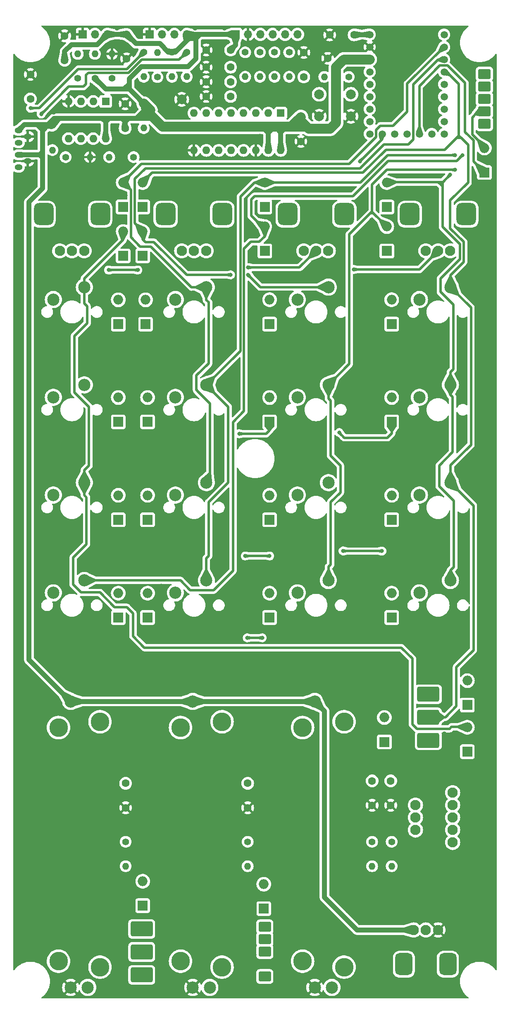
<source format=gbl>
G04 #@! TF.GenerationSoftware,KiCad,Pcbnew,7.0.10*
G04 #@! TF.CreationDate,2024-11-07T19:02:29+09:00*
G04 #@! TF.ProjectId,Flight_Master,466c6967-6874-45f4-9d61-737465722e6b,rev?*
G04 #@! TF.SameCoordinates,Original*
G04 #@! TF.FileFunction,Copper,L2,Bot*
G04 #@! TF.FilePolarity,Positive*
%FSLAX46Y46*%
G04 Gerber Fmt 4.6, Leading zero omitted, Abs format (unit mm)*
G04 Created by KiCad (PCBNEW 7.0.10) date 2024-11-07 19:02:29*
%MOMM*%
%LPD*%
G01*
G04 APERTURE LIST*
G04 Aperture macros list*
%AMRoundRect*
0 Rectangle with rounded corners*
0 $1 Rounding radius*
0 $2 $3 $4 $5 $6 $7 $8 $9 X,Y pos of 4 corners*
0 Add a 4 corners polygon primitive as box body*
4,1,4,$2,$3,$4,$5,$6,$7,$8,$9,$2,$3,0*
0 Add four circle primitives for the rounded corners*
1,1,$1+$1,$2,$3*
1,1,$1+$1,$4,$5*
1,1,$1+$1,$6,$7*
1,1,$1+$1,$8,$9*
0 Add four rect primitives between the rounded corners*
20,1,$1+$1,$2,$3,$4,$5,0*
20,1,$1+$1,$4,$5,$6,$7,0*
20,1,$1+$1,$6,$7,$8,$9,0*
20,1,$1+$1,$8,$9,$2,$3,0*%
G04 Aperture macros list end*
G04 #@! TA.AperFunction,ComponentPad*
%ADD10O,1.600000X1.200000*%
G04 #@! TD*
G04 #@! TA.AperFunction,ComponentPad*
%ADD11C,1.600000*%
G04 #@! TD*
G04 #@! TA.AperFunction,ComponentPad*
%ADD12C,1.400000*%
G04 #@! TD*
G04 #@! TA.AperFunction,ComponentPad*
%ADD13O,1.400000X1.400000*%
G04 #@! TD*
G04 #@! TA.AperFunction,ComponentPad*
%ADD14C,2.500000*%
G04 #@! TD*
G04 #@! TA.AperFunction,ComponentPad*
%ADD15C,3.800000*%
G04 #@! TD*
G04 #@! TA.AperFunction,ComponentPad*
%ADD16R,2.000000X2.000000*%
G04 #@! TD*
G04 #@! TA.AperFunction,ComponentPad*
%ADD17O,2.000000X2.000000*%
G04 #@! TD*
G04 #@! TA.AperFunction,ComponentPad*
%ADD18C,2.000000*%
G04 #@! TD*
G04 #@! TA.AperFunction,ComponentPad*
%ADD19RoundRect,1.000000X-1.000000X-1.250000X1.000000X-1.250000X1.000000X1.250000X-1.000000X1.250000X0*%
G04 #@! TD*
G04 #@! TA.AperFunction,ComponentPad*
%ADD20C,2.100000*%
G04 #@! TD*
G04 #@! TA.AperFunction,ComponentPad*
%ADD21R,1.700000X1.700000*%
G04 #@! TD*
G04 #@! TA.AperFunction,ComponentPad*
%ADD22O,1.700000X1.700000*%
G04 #@! TD*
G04 #@! TA.AperFunction,ComponentPad*
%ADD23R,1.600000X1.600000*%
G04 #@! TD*
G04 #@! TA.AperFunction,ComponentPad*
%ADD24O,1.600000X1.600000*%
G04 #@! TD*
G04 #@! TA.AperFunction,ComponentPad*
%ADD25RoundRect,0.200000X-1.050000X0.800000X-1.050000X-0.800000X1.050000X-0.800000X1.050000X0.800000X0*%
G04 #@! TD*
G04 #@! TA.AperFunction,ComponentPad*
%ADD26RoundRect,0.875000X0.875000X1.375000X-0.875000X1.375000X-0.875000X-1.375000X0.875000X-1.375000X0*%
G04 #@! TD*
G04 #@! TA.AperFunction,ComponentPad*
%ADD27RoundRect,0.200000X1.050000X-0.800000X1.050000X0.800000X-1.050000X0.800000X-1.050000X-0.800000X0*%
G04 #@! TD*
G04 #@! TA.AperFunction,ComponentPad*
%ADD28C,1.500000*%
G04 #@! TD*
G04 #@! TA.AperFunction,ComponentPad*
%ADD29RoundRect,0.300000X-1.950000X1.200000X-1.950000X-1.200000X1.950000X-1.200000X1.950000X1.200000X0*%
G04 #@! TD*
G04 #@! TA.AperFunction,ComponentPad*
%ADD30RoundRect,0.300000X1.950000X-1.200000X1.950000X1.200000X-1.950000X1.200000X-1.950000X-1.200000X0*%
G04 #@! TD*
G04 #@! TA.AperFunction,ViaPad*
%ADD31C,1.000000*%
G04 #@! TD*
G04 #@! TA.AperFunction,ViaPad*
%ADD32C,0.800000*%
G04 #@! TD*
G04 #@! TA.AperFunction,Conductor*
%ADD33C,0.500000*%
G04 #@! TD*
G04 #@! TA.AperFunction,Conductor*
%ADD34C,1.000000*%
G04 #@! TD*
G04 #@! TA.AperFunction,Conductor*
%ADD35C,2.000000*%
G04 #@! TD*
G04 APERTURE END LIST*
D10*
X38565000Y186565593D03*
X40470000Y185295593D03*
X38565000Y184025593D03*
D11*
X82000000Y201495593D03*
X77000000Y201495593D03*
D12*
X94000000Y207535593D03*
D13*
X94000000Y202535593D03*
D14*
X127040000Y139500000D03*
X120690000Y136960000D03*
X52040000Y159500000D03*
X45690000Y156960000D03*
D11*
X48000000Y205895593D03*
X48000000Y210895593D03*
D12*
X57700000Y202195593D03*
D13*
X57700000Y207195593D03*
D15*
X96750000Y69400000D03*
X96750000Y21600000D03*
X105250000Y70600000D03*
X105250000Y20400000D03*
D14*
X99250000Y16250000D03*
X102750000Y16250000D03*
X99250000Y74750000D03*
D16*
X134000000Y182955593D03*
D17*
X134000000Y187955593D03*
D18*
X106650000Y194445593D03*
X100150000Y194445593D03*
X106650000Y198945593D03*
X100150000Y198945593D03*
D15*
X46750000Y69400000D03*
X46750000Y21600000D03*
X55250000Y70600000D03*
X55250000Y20400000D03*
D14*
X49250000Y16250000D03*
X52750000Y16250000D03*
X49250000Y74750000D03*
D16*
X65000000Y91900000D03*
D17*
X65000000Y96900000D03*
D16*
X130500000Y64460000D03*
D17*
X130500000Y69460000D03*
D16*
X90000000Y151920000D03*
D17*
X90000000Y156920000D03*
D16*
X59000000Y91900000D03*
D17*
X59000000Y96900000D03*
D19*
X118700000Y174420000D03*
X130300000Y174420000D03*
D20*
X122000000Y166920000D03*
X124500000Y166920000D03*
X127000000Y166920000D03*
D12*
X67000000Y202455593D03*
D13*
X67000000Y207455593D03*
D12*
X48200000Y186095593D03*
D13*
X53200000Y186095593D03*
D16*
X115000000Y91900000D03*
D17*
X115000000Y96900000D03*
D14*
X102040000Y99500000D03*
X95690000Y96960000D03*
D21*
X65400000Y211195593D03*
D22*
X67940000Y211195593D03*
X70480000Y211195593D03*
X73020000Y211195593D03*
D14*
X52040000Y99500000D03*
X45690000Y96960000D03*
X102040000Y119500000D03*
X95690000Y116960000D03*
D16*
X88800000Y32360000D03*
D17*
X88800000Y37360000D03*
D21*
X51675000Y211195593D03*
D22*
X54215000Y211195593D03*
X56755000Y211195593D03*
D14*
X127040000Y159500000D03*
X120690000Y156960000D03*
X127040000Y99500000D03*
X120690000Y96960000D03*
D16*
X90000000Y91900000D03*
D17*
X90000000Y96900000D03*
D23*
X92275000Y195095593D03*
D24*
X89735000Y195095593D03*
X87195000Y195095593D03*
X84655000Y195095593D03*
X82115000Y195095593D03*
X79575000Y195095593D03*
X77035000Y195095593D03*
X74495000Y195095593D03*
X74495000Y187475593D03*
X77035000Y187475593D03*
X79575000Y187475593D03*
X82115000Y187475593D03*
X84655000Y187475593D03*
X87195000Y187475593D03*
X89735000Y187475593D03*
X92275000Y187475593D03*
D14*
X52040000Y119500000D03*
X45690000Y116960000D03*
D16*
X59000000Y111920000D03*
D17*
X59000000Y116920000D03*
D12*
X70000000Y207535593D03*
D13*
X70000000Y202535593D03*
D14*
X77040000Y159500000D03*
X70690000Y156960000D03*
X77040000Y99500000D03*
X70690000Y96960000D03*
D11*
X111000000Y58500000D03*
X111000000Y53500000D03*
D12*
X91000000Y207535593D03*
D13*
X91000000Y202535593D03*
D11*
X107300000Y211095593D03*
X102300000Y211095593D03*
D25*
X89000000Y23563500D03*
X89000000Y26103500D03*
X89000000Y28643500D03*
X89000000Y18483500D03*
D12*
X54200000Y202195593D03*
D13*
X54200000Y207195593D03*
D12*
X85500000Y46040000D03*
D13*
X85500000Y41040000D03*
D12*
X50700000Y202195593D03*
D13*
X50700000Y207195593D03*
D11*
X60400000Y191995593D03*
X60400000Y196995593D03*
X114800000Y58500000D03*
X114800000Y53500000D03*
D16*
X130500000Y74000000D03*
D17*
X130500000Y79000000D03*
D16*
X59000000Y151900000D03*
D17*
X59000000Y156900000D03*
D12*
X111000000Y46040000D03*
D13*
X111000000Y41040000D03*
D12*
X106200000Y202500000D03*
D13*
X101200000Y202500000D03*
D16*
X115000000Y131920000D03*
D17*
X115000000Y136920000D03*
D12*
X88000000Y207535593D03*
D13*
X88000000Y202535593D03*
D11*
X106900000Y206295593D03*
X101900000Y206295593D03*
D14*
X102040000Y159500000D03*
X95690000Y156960000D03*
D26*
X126500000Y21000000D03*
X117500000Y21000000D03*
D20*
X124500000Y28000000D03*
X122000000Y28000000D03*
X119500000Y28000000D03*
X127500000Y48460000D03*
X127500000Y51000000D03*
X127500000Y53540000D03*
X127500000Y45920000D03*
X127500000Y56080000D03*
X119880000Y48460000D03*
X119880000Y51000000D03*
X119880000Y53540000D03*
D11*
X60700000Y211195593D03*
X60700000Y206195593D03*
D14*
X52040000Y139500000D03*
X45690000Y136960000D03*
D12*
X64200000Y197035593D03*
D13*
X64200000Y192035593D03*
D11*
X82000000Y204495593D03*
X77000000Y204495593D03*
X41000000Y197995593D03*
X41000000Y202995593D03*
D16*
X89000000Y166880000D03*
D17*
X89000000Y171880000D03*
D15*
X71750000Y69400000D03*
X71750000Y21600000D03*
X80250000Y70600000D03*
X80250000Y20400000D03*
D14*
X74250000Y16250000D03*
X77750000Y16250000D03*
X74250000Y74750000D03*
D27*
X134000000Y200535593D03*
X134000000Y197995593D03*
X134000000Y195455593D03*
X134000000Y203075593D03*
X134000000Y192915593D03*
D14*
X77040000Y139500000D03*
X70690000Y136960000D03*
D16*
X64000000Y165880000D03*
D17*
X64000000Y170880000D03*
D16*
X64000000Y175900000D03*
D17*
X64000000Y180900000D03*
D16*
X90000000Y111920000D03*
D17*
X90000000Y116920000D03*
D11*
X82000000Y207995593D03*
X77000000Y207995593D03*
D21*
X83000000Y211195593D03*
D22*
X85540000Y211195593D03*
X88080000Y211195593D03*
X90620000Y211195593D03*
X93160000Y211195593D03*
X95700000Y211195593D03*
D11*
X82000000Y198495593D03*
X77000000Y198495593D03*
D16*
X89000000Y175880000D03*
D17*
X89000000Y180880000D03*
D19*
X93700000Y174420000D03*
X105300000Y174420000D03*
D20*
X97000000Y166920000D03*
X99500000Y166920000D03*
X102000000Y166920000D03*
D10*
X38565000Y191565593D03*
X40470000Y190295593D03*
X38565000Y189025593D03*
D18*
X72000000Y197895593D03*
D16*
X65000000Y111920000D03*
D17*
X65000000Y116920000D03*
D16*
X114000000Y166880000D03*
D17*
X114000000Y171880000D03*
D28*
X110500000Y211155593D03*
X110500000Y208615593D03*
X110500000Y206075593D03*
X110500000Y203535593D03*
X110500000Y200995593D03*
X110500000Y198455593D03*
X110500000Y195915593D03*
X110500000Y193375593D03*
X110500000Y190835593D03*
X113040000Y190835593D03*
X115580000Y190835593D03*
X118120000Y190835593D03*
X120660000Y190835593D03*
X123200000Y190835593D03*
X125740000Y190835593D03*
X125740000Y193375593D03*
X125740000Y195915593D03*
X125740000Y198455593D03*
X125740000Y200995593D03*
X125740000Y203535593D03*
X125740000Y206075593D03*
X125740000Y208615593D03*
X125740000Y211155593D03*
D12*
X45500000Y192535593D03*
D13*
X45500000Y187535593D03*
D12*
X115000000Y46040000D03*
D13*
X115000000Y41040000D03*
D23*
X56400000Y197495593D03*
D24*
X53860000Y197495593D03*
X51320000Y197495593D03*
X48780000Y197495593D03*
X48780000Y189875593D03*
X51320000Y189875593D03*
X53860000Y189875593D03*
X56400000Y189875593D03*
D12*
X73000000Y207535593D03*
D13*
X73000000Y202535593D03*
D11*
X96400000Y194300000D03*
X96400000Y189300000D03*
D14*
X102040000Y139500000D03*
X95690000Y136960000D03*
D16*
X64000000Y32960000D03*
D17*
X64000000Y37960000D03*
D29*
X63800000Y18800000D03*
X63800000Y23500000D03*
X63800000Y28200000D03*
D19*
X43700000Y174420000D03*
X55300000Y174420000D03*
D20*
X47000000Y166920000D03*
X49500000Y166920000D03*
X52000000Y166920000D03*
D16*
X65000000Y131920000D03*
D17*
X65000000Y136920000D03*
D12*
X64200000Y207535593D03*
D13*
X64200000Y202535593D03*
D16*
X114000000Y175880000D03*
D17*
X114000000Y180880000D03*
D11*
X97000000Y202495593D03*
X97000000Y207495593D03*
D16*
X113500000Y66460000D03*
D17*
X113500000Y71460000D03*
D12*
X62140000Y186095593D03*
D13*
X57140000Y186095593D03*
D16*
X115000000Y111920000D03*
D17*
X115000000Y116920000D03*
D16*
X115000000Y151920000D03*
D17*
X115000000Y156920000D03*
D16*
X60000000Y165880000D03*
D17*
X60000000Y170880000D03*
D16*
X59000000Y131920000D03*
D17*
X59000000Y136920000D03*
D16*
X60000000Y175900000D03*
D17*
X60000000Y180900000D03*
D14*
X77040000Y119500000D03*
X70690000Y116960000D03*
D16*
X90000000Y131920000D03*
D17*
X90000000Y136920000D03*
D11*
X60500000Y58000000D03*
X60500000Y53000000D03*
D12*
X85000000Y207535593D03*
D13*
X85000000Y202535593D03*
D19*
X68700000Y174420000D03*
X80300000Y174420000D03*
D20*
X72000000Y166920000D03*
X74500000Y166920000D03*
X77000000Y166920000D03*
D30*
X122500000Y76200000D03*
X122500000Y71500000D03*
X122500000Y66800000D03*
D16*
X64600000Y151900000D03*
D17*
X64600000Y156900000D03*
D14*
X127040000Y119500000D03*
X120690000Y116960000D03*
D12*
X60500000Y46040000D03*
D13*
X60500000Y41040000D03*
D11*
X85500000Y58000000D03*
X85500000Y53000000D03*
D31*
X49910000Y199130000D03*
X90690000Y134860000D03*
X49500000Y90000000D03*
X45750000Y195250000D03*
X87000000Y30500000D03*
X111050000Y115980000D03*
X88500000Y66000000D03*
X91750000Y212500000D03*
X135750000Y84250000D03*
X113500000Y202250000D03*
X51500000Y32000000D03*
X59000000Y76500000D03*
X105000000Y107100000D03*
X60400000Y178300000D03*
X123000000Y212500000D03*
X63750000Y187000000D03*
X90200000Y89100000D03*
X76000000Y145000000D03*
X70000000Y31500000D03*
X54500000Y150500000D03*
X58750000Y209500000D03*
X135750000Y171500000D03*
X97250000Y212500000D03*
X69500000Y128000000D03*
X46000000Y73500000D03*
X103000000Y41500000D03*
X92500000Y14500000D03*
X120200000Y179500000D03*
X69000000Y19000000D03*
X99760000Y176780000D03*
X52500000Y26500000D03*
X104960000Y164480000D03*
X113500000Y197250000D03*
X51800000Y170500000D03*
X82500000Y170500000D03*
X51000000Y109500000D03*
X107000000Y14500000D03*
X48200000Y168900000D03*
X88500000Y76500000D03*
X90000000Y128300000D03*
X130600000Y124500000D03*
X106000000Y32000000D03*
X63600000Y178500000D03*
X56500000Y195500000D03*
X84500000Y14500000D03*
X135750000Y104250000D03*
X51500000Y84000000D03*
X120200000Y130500000D03*
X87220000Y179360000D03*
X112500000Y109740000D03*
X113000000Y29500000D03*
X38000000Y134000000D03*
X130800000Y67100000D03*
X96000000Y160700000D03*
X99730000Y179590000D03*
X97720000Y171890000D03*
X116200000Y115100000D03*
X117000000Y14500000D03*
X79000000Y150000000D03*
X79200000Y100500000D03*
X44570000Y206500000D03*
X56500000Y135500000D03*
X119000000Y209000000D03*
X91400000Y24300000D03*
X109800000Y63300000D03*
X92500000Y21000000D03*
X60500000Y159500000D03*
X98500000Y84000000D03*
X76800000Y178900000D03*
X86500000Y49500000D03*
X126200000Y127300000D03*
X135750000Y133250000D03*
X129800000Y85700000D03*
X107590000Y167330000D03*
X78000000Y26500000D03*
X82500000Y38000000D03*
X99800000Y33300000D03*
X58500000Y73000000D03*
X62000000Y31000000D03*
X38000000Y182300000D03*
X112130000Y154580000D03*
X129200000Y54900000D03*
X109000000Y57500000D03*
X58000000Y170100000D03*
X126800000Y78700000D03*
X111500000Y21000000D03*
X38000000Y109000000D03*
X74500000Y26500000D03*
X47000000Y80000000D03*
X64500000Y139000000D03*
X125800000Y68100000D03*
X63000000Y212500000D03*
X120800000Y78700000D03*
X74500000Y99000000D03*
X85500000Y76500000D03*
X55500000Y90000000D03*
X54500000Y159500000D03*
X59000000Y84000000D03*
X68500000Y73000000D03*
X90200000Y35500000D03*
X52200000Y174500000D03*
X42500000Y84000000D03*
X86800000Y22900000D03*
X46000000Y162500000D03*
X84800000Y112300000D03*
X102800000Y142700000D03*
X104600000Y160300000D03*
X85450000Y181440000D03*
X83500000Y57500000D03*
X123000000Y196500000D03*
X49500000Y159500000D03*
X123200000Y192700000D03*
X73400000Y181500000D03*
X85000000Y66000000D03*
X131370000Y164760000D03*
X64000000Y161500000D03*
X112400000Y178500000D03*
X43600000Y203500000D03*
X88500000Y73000000D03*
X79750000Y198000000D03*
X113400000Y169300000D03*
D32*
X42000000Y188000000D03*
D31*
X104800000Y145500000D03*
X89800000Y139300000D03*
X88400000Y106300000D03*
X101800000Y117100000D03*
X82500000Y42000000D03*
X109000000Y26500000D03*
X50000000Y195500000D03*
X135750000Y159500000D03*
X79500000Y160500000D03*
X119200000Y85700000D03*
X38000000Y47000000D03*
X42500000Y166500000D03*
X129000000Y127100000D03*
X58500000Y19000000D03*
X77000000Y76500000D03*
X46000000Y40500000D03*
X91800000Y109900000D03*
X103000000Y121900000D03*
X52500000Y205500000D03*
X58500000Y47000000D03*
X46370000Y114740000D03*
X100000000Y28000000D03*
X38000000Y154500000D03*
X129200000Y60500000D03*
X77000000Y89100000D03*
X38000000Y171000000D03*
X74400000Y169100000D03*
X105600000Y103500000D03*
X129600000Y142700000D03*
X130800000Y76500000D03*
X130600000Y157700000D03*
X128500000Y30500000D03*
X118400000Y122500000D03*
X135750000Y190500000D03*
X51000000Y185250000D03*
X67000000Y110000000D03*
X66000000Y149500000D03*
X47500000Y174500000D03*
X111200000Y95500000D03*
X38000000Y80000000D03*
X113000000Y118500000D03*
X42000000Y182700000D03*
X115860000Y154890000D03*
X135750000Y68750000D03*
X77500000Y142000000D03*
X54000000Y168900000D03*
X113000000Y127300000D03*
X74750000Y197750000D03*
X55640000Y205560000D03*
X38000000Y121500000D03*
X89000000Y55500000D03*
X82500000Y165500000D03*
X63500000Y76500000D03*
X130400000Y118500000D03*
X94200000Y195100000D03*
X119750000Y204750000D03*
X66000000Y170100000D03*
X133260000Y185950000D03*
X120300000Y182260000D03*
X117000000Y26500000D03*
X115600000Y66100000D03*
X104800000Y38100000D03*
X70000000Y26500000D03*
X60000000Y119500000D03*
X69250000Y212500000D03*
X58500000Y14500000D03*
X77200000Y96100000D03*
X123800000Y52500000D03*
X55000000Y109500000D03*
X42500000Y148500000D03*
X86500000Y34500000D03*
X113000000Y45700000D03*
X58500000Y57500000D03*
X105000000Y212500000D03*
X52500000Y19000000D03*
X97800000Y103700000D03*
X116400000Y107900000D03*
X48000000Y101500000D03*
X103000000Y51500000D03*
X105000000Y66000000D03*
X107000000Y77000000D03*
X129800000Y112700000D03*
X98500000Y77000000D03*
X72500000Y172000000D03*
X117000000Y42000000D03*
X77000000Y73000000D03*
X68500000Y47000000D03*
X84500000Y26500000D03*
X65100000Y87200000D03*
X58500000Y127000000D03*
X64500000Y145000000D03*
X75000000Y201000000D03*
X61500000Y154000000D03*
X38600000Y177300000D03*
X99200000Y158100000D03*
X106770000Y179590000D03*
X54500000Y178000000D03*
X113600000Y194300000D03*
X96400000Y145500000D03*
X85400000Y98100000D03*
X83800000Y102900000D03*
X73500000Y139000000D03*
X68500000Y57500000D03*
X60630000Y168030000D03*
X120500000Y30500000D03*
X67500000Y158500000D03*
X58500000Y192250000D03*
X62810000Y119490000D03*
X86800000Y119700000D03*
X98600000Y89100000D03*
X105200000Y190900000D03*
X126000000Y146900000D03*
X91770000Y27490000D03*
X113000000Y39500000D03*
X44000000Y126000000D03*
X104800000Y112700000D03*
X105200000Y91500000D03*
X113500000Y207500000D03*
X96200000Y28900000D03*
X88200000Y161900000D03*
X127140000Y62130000D03*
X47600000Y181500000D03*
X85500000Y84000000D03*
X136000000Y42000000D03*
X68000000Y119500000D03*
X42500000Y162500000D03*
X62600000Y94200000D03*
X136000000Y21500000D03*
X77000000Y84000000D03*
X117000000Y83500000D03*
X129800000Y96500000D03*
X123400000Y158900000D03*
X129250000Y212250000D03*
X68000000Y181500000D03*
X120400000Y60100000D03*
X128500000Y14500000D03*
X74500000Y117500000D03*
X49500000Y119500000D03*
X96000000Y123700000D03*
X63500000Y62500000D03*
X82500000Y155500000D03*
X88000000Y149900000D03*
X50000000Y205500000D03*
X119500000Y36000000D03*
X44000000Y132500000D03*
X121800000Y64300000D03*
X68500000Y35000000D03*
X67600000Y131100000D03*
X73000000Y107000000D03*
X129800000Y81300000D03*
X132000000Y205000000D03*
X48500000Y148500000D03*
X38160000Y193600000D03*
X110910000Y173210000D03*
X51500000Y132000000D03*
X123800000Y44900000D03*
X66480000Y25880000D03*
X129600000Y136300000D03*
X96800000Y196300000D03*
X61530000Y108810000D03*
X107000000Y84000000D03*
X75000000Y203750000D03*
X62000000Y130500000D03*
X80750000Y212500000D03*
X55000000Y126000000D03*
X101600000Y172100000D03*
X99400000Y139300000D03*
X53750000Y195500000D03*
X38000000Y66000000D03*
X44000000Y109500000D03*
X117800000Y71300000D03*
X99500000Y205500000D03*
X57120000Y188100000D03*
X122140000Y162740000D03*
X62230000Y113640000D03*
X57500000Y26500000D03*
X46000000Y26500000D03*
X88000000Y190350000D03*
X101000000Y128300000D03*
X104000000Y29000000D03*
X115500000Y212500000D03*
X83000000Y143000000D03*
X67500000Y14500000D03*
X74500000Y31500000D03*
X63500000Y101000000D03*
X76800000Y176100000D03*
X83000000Y31500000D03*
X129200000Y49900000D03*
X87870000Y164850000D03*
X77000000Y38000000D03*
X79500000Y126000000D03*
X105000000Y208750000D03*
X114200000Y77700000D03*
X135750000Y119750000D03*
X116400000Y146900000D03*
X111070000Y104120000D03*
X135750000Y180500000D03*
X101000000Y131700000D03*
X74750000Y212500000D03*
X50370000Y188170000D03*
X115620000Y158930000D03*
X126400000Y107900000D03*
X84000000Y106300000D03*
X129800000Y102300000D03*
X46500000Y134500000D03*
X100800000Y106900000D03*
X111200000Y87100000D03*
X77400000Y170500000D03*
X67800000Y98300000D03*
X42500000Y171000000D03*
X58500000Y40500000D03*
X49750000Y212500000D03*
X79750000Y201250000D03*
X135750000Y147250000D03*
X89400000Y100900000D03*
X76000000Y122000000D03*
X94800000Y111100000D03*
X75800000Y131100000D03*
X51500000Y102000000D03*
X79000000Y33500000D03*
X90400000Y169700000D03*
X57800000Y164500000D03*
X130040000Y71460000D03*
X85200000Y171700000D03*
X70000000Y161500000D03*
X48200000Y203500000D03*
X77000000Y62000000D03*
X124000000Y202100000D03*
X58500000Y66000000D03*
X123800000Y56500000D03*
X82500000Y147500000D03*
X74500000Y164500000D03*
X71000000Y113500000D03*
X85500000Y73000000D03*
X66500000Y164500000D03*
X62250000Y192250000D03*
X128500000Y42000000D03*
X38000000Y144000000D03*
X103000000Y23000000D03*
X69500000Y101000000D03*
X79500000Y119500000D03*
X82500000Y45000000D03*
X125400000Y101500000D03*
X57500000Y32000000D03*
X54500000Y192250000D03*
X38000000Y94000000D03*
X44000000Y119000000D03*
X38000000Y206000000D03*
X111160000Y160430000D03*
X48500000Y141500000D03*
X78500000Y165500000D03*
X67750000Y190000000D03*
X132810000Y70140000D03*
X38250000Y199250000D03*
X111140000Y70290000D03*
X56400000Y98200000D03*
X126130000Y164370000D03*
X80000000Y106300000D03*
X42500000Y141500000D03*
X44500000Y212500000D03*
X109000000Y46500000D03*
X46000000Y57500000D03*
X38000000Y32000000D03*
X100400000Y151300000D03*
X60000000Y143000000D03*
X80110000Y181440000D03*
X52500000Y95500000D03*
X68500000Y66000000D03*
X64500000Y52500000D03*
X88500000Y84000000D03*
X42500000Y90000000D03*
D32*
X68470000Y203180000D03*
D31*
X79750000Y204000000D03*
X61000000Y149000000D03*
X76000000Y128000000D03*
X99500000Y45000000D03*
X104500000Y73500000D03*
X81000000Y116900000D03*
X56980000Y115270000D03*
X79500000Y132500000D03*
X84200000Y118100000D03*
X97500000Y73000000D03*
X108800000Y42900000D03*
X111400000Y84100000D03*
X38000000Y163000000D03*
X51250000Y192250000D03*
X59500000Y102000000D03*
X52600000Y181500000D03*
X99500000Y55500000D03*
X124800000Y139300000D03*
X94500000Y34500000D03*
X93060000Y179480000D03*
X108180000Y177280000D03*
X124250000Y209750000D03*
X80000000Y139000000D03*
X57000000Y155500000D03*
X88400000Y114700000D03*
X79200000Y189700000D03*
X116750000Y200000000D03*
X38000000Y21500000D03*
X95600000Y165100000D03*
X57800000Y181500000D03*
X86750000Y212500000D03*
X135750000Y205750000D03*
X63500000Y73000000D03*
X101360000Y188090000D03*
X45000000Y183700000D03*
X55500000Y138500000D03*
X76000000Y108500000D03*
X44500000Y101500000D03*
X62250000Y207750000D03*
X99200000Y169100000D03*
X54500000Y119500000D03*
X88000000Y158100000D03*
X68500000Y76500000D03*
X122000000Y21500000D03*
X125220000Y73840000D03*
X71820000Y194490000D03*
X113200000Y147500000D03*
X52200000Y164500000D03*
X123200000Y118500000D03*
X75000000Y158000000D03*
X47750000Y192000000D03*
X80250000Y209500000D03*
X129430000Y152390000D03*
X99500000Y209250000D03*
X66400000Y95100000D03*
X51500000Y126000000D03*
X58750000Y212500000D03*
X84500000Y21000000D03*
X99500000Y66000000D03*
X42500000Y158000000D03*
X64000000Y84000000D03*
X97000000Y200500000D03*
X116800000Y57100000D03*
X67500000Y154000000D03*
X44200000Y177900000D03*
X120400000Y45700000D03*
X42600000Y199500000D03*
X116160000Y182270000D03*
X83000000Y135000000D03*
X50000000Y151500000D03*
X113000000Y34500000D03*
X122160000Y169150000D03*
X94000000Y200500000D03*
X116750000Y196500000D03*
X103000000Y60500000D03*
X59000000Y89500000D03*
X113000000Y133900000D03*
X89800000Y146900000D03*
X65000000Y43500000D03*
X68430000Y195410000D03*
X88500000Y45000000D03*
X114000000Y98900000D03*
X68000000Y84000000D03*
X77000000Y52000000D03*
X45250000Y200750000D03*
X136000000Y30500000D03*
X51500000Y145000000D03*
X114000000Y138900000D03*
X99600000Y164500000D03*
X85400000Y89500000D03*
X72500000Y178500000D03*
X53000000Y76500000D03*
X42500000Y98500000D03*
X136000000Y56000000D03*
X76000000Y151500000D03*
D32*
X82000000Y162000000D03*
X88500000Y87750000D03*
X85600000Y162000000D03*
X85400000Y87749982D03*
X63000000Y163000000D03*
X85600000Y163500000D03*
X107213603Y163113603D03*
X57000000Y163000000D03*
X90000000Y104500000D03*
X85000000Y104500000D03*
X105030000Y105536402D03*
X113000000Y105500000D03*
X83750000Y129500000D03*
X104250000Y129750000D03*
X127000000Y182500000D03*
X128000000Y183495593D03*
X128000000Y186495593D03*
X129499994Y186495593D03*
X108475109Y185195593D03*
X43200000Y194900000D03*
X41000000Y196095593D03*
D33*
X128309195Y185304794D02*
X129499994Y186495593D01*
X114304794Y185304794D02*
X128309195Y185304794D01*
X86880000Y178080000D02*
X107080000Y178080000D01*
X86200000Y177400000D02*
X86880000Y178080000D01*
X86200000Y174100000D02*
X86200000Y177400000D01*
X88340000Y171960000D02*
X86200000Y174100000D01*
X89000000Y171960000D02*
X88340000Y171960000D01*
X89000000Y169860000D02*
X89000000Y171960000D01*
X87890000Y168750000D02*
X89000000Y169860000D01*
X86120000Y168750000D02*
X87890000Y168750000D01*
X84750000Y167380000D02*
X86120000Y168750000D01*
X82500000Y131900000D02*
X84750000Y134150000D01*
X107080000Y178080000D02*
X114304794Y185304794D01*
X84750000Y134150000D02*
X84750000Y167380000D01*
X78500000Y97500000D02*
X82500000Y101500000D01*
X82500000Y101500000D02*
X82500000Y131900000D01*
X73750000Y97500000D02*
X78500000Y97500000D01*
X71750000Y99500000D02*
X73750000Y97500000D01*
X52040000Y99500000D02*
X71750000Y99500000D01*
X110630000Y174590000D02*
X111290000Y174590000D01*
X114000000Y171880000D02*
X111305000Y174575000D01*
X111290000Y174590000D02*
X111305000Y174575000D01*
X110630000Y174590000D02*
X111000000Y174960000D01*
X106313603Y170273603D02*
X110630000Y174590000D01*
X111305000Y174575000D02*
X111000000Y174880000D01*
X111000000Y174880000D02*
X111000000Y174960000D01*
X111000000Y180500000D02*
X113995593Y183495593D01*
X106313603Y143773603D02*
X106313603Y170273603D01*
X102040000Y139500000D02*
X106313603Y143773603D01*
X111000000Y174960000D02*
X111000000Y180500000D01*
X113995593Y183495593D02*
X128000000Y183495593D01*
X114195593Y186495593D02*
X128000000Y186495593D01*
X89000000Y180880000D02*
X89010000Y180890000D01*
X89010000Y180890000D02*
X108590000Y180890000D01*
X108590000Y180890000D02*
X114195593Y186495593D01*
X84000000Y178000000D02*
X86880000Y180880000D01*
X86880000Y180880000D02*
X89000000Y180880000D01*
X84000000Y146460000D02*
X84000000Y178000000D01*
X77040000Y139500000D02*
X84000000Y146460000D01*
X114090000Y128690000D02*
X115000000Y129600000D01*
X105310000Y128690000D02*
X114090000Y128690000D01*
X115000000Y129600000D02*
X115000000Y131920000D01*
X104250000Y129750000D02*
X105310000Y128690000D01*
X129750000Y168750000D02*
X129750000Y164675635D01*
X127000000Y171500000D02*
X129750000Y168750000D01*
X127040000Y161965635D02*
X127040000Y159500000D01*
X129750000Y164675635D02*
X127040000Y161965635D01*
X130650000Y188595593D02*
X130650000Y180900000D01*
X129222797Y190022797D02*
X130650000Y188595593D01*
X130650000Y180900000D02*
X127000000Y177250000D01*
X127000000Y177250000D02*
X127000000Y171500000D01*
D34*
X44535593Y192535593D02*
X43600000Y191600000D01*
X92275000Y187475593D02*
X92275000Y190895593D01*
X42500000Y192700000D02*
X42500000Y192750000D01*
X75700000Y211195593D02*
X83350000Y211195593D01*
D35*
X95900001Y193799999D02*
X96400002Y194300000D01*
D34*
X56400000Y199995593D02*
X54200000Y202195593D01*
X63602203Y194897797D02*
X64802204Y194897797D01*
X61100000Y193995593D02*
X62700000Y193995593D01*
D35*
X96100001Y193799999D02*
X95900001Y193799999D01*
D34*
X101250000Y34661666D02*
X107911666Y28000000D01*
X89735000Y192160593D02*
X89600000Y192295593D01*
X38595000Y186595593D02*
X42900000Y186595593D01*
X73020000Y209915593D02*
X73500000Y210395593D01*
X63700000Y204595593D02*
X61240000Y202135593D01*
X65570000Y195665593D02*
X65570000Y194792140D01*
X49250000Y74750000D02*
X74250000Y74750000D01*
X64802204Y194897797D02*
X65570000Y195665593D01*
X62700000Y193995593D02*
X64200000Y195495593D01*
D35*
X91500000Y192295593D02*
X93400000Y192295593D01*
X103600000Y193075126D02*
X102424874Y191900000D01*
D34*
X73020000Y211195593D02*
X74900000Y211195593D01*
X42900000Y186595593D02*
X43500000Y187195593D01*
X101250000Y72750000D02*
X101250000Y34661666D01*
X56400000Y193995593D02*
X57300000Y193995593D01*
X43500000Y187795593D02*
X43500000Y192250000D01*
X56400000Y193295593D02*
X57100000Y193995593D01*
X56400000Y193295593D02*
X55700000Y193995593D01*
X60200000Y199995593D02*
X56400000Y199995593D01*
X70000000Y207535593D02*
X69260000Y207535593D01*
X61240000Y199995593D02*
X60200000Y199995593D01*
X74900000Y210395593D02*
X74900000Y206195593D01*
X60400000Y193295593D02*
X59700000Y193995593D01*
D35*
X97604407Y192295593D02*
X96100001Y193799999D01*
D34*
X42900000Y186595593D02*
X43500000Y185995593D01*
X40700000Y83300000D02*
X49250000Y74750000D01*
X66362140Y194000000D02*
X66431070Y193931070D01*
X62704407Y194000000D02*
X66362140Y194000000D01*
X45500000Y192535593D02*
X44535593Y192535593D01*
X70640000Y207535593D02*
X73020000Y209915593D01*
X62600000Y209295593D02*
X60700000Y211195593D01*
X57300000Y193995593D02*
X59700000Y193995593D01*
X91500000Y192295593D02*
X91500000Y191945593D01*
X89735000Y191060593D02*
X88500000Y192295593D01*
X67500000Y209295593D02*
X62600000Y209295593D01*
D35*
X96400000Y194299998D02*
X96400000Y194300000D01*
D34*
X74900000Y211195593D02*
X75700000Y211195593D01*
X64200000Y197035593D02*
X61240000Y199995593D01*
X57100000Y193995593D02*
X57300000Y193995593D01*
X46960000Y193995593D02*
X47700000Y193995593D01*
X55700000Y193995593D02*
X55600000Y193995593D01*
X83000000Y210845593D02*
X83000000Y208995593D01*
D35*
X94395595Y192295593D02*
X95900001Y193799999D01*
D34*
X44600000Y192750000D02*
X42500000Y192750000D01*
X43500000Y179700000D02*
X40700000Y176900000D01*
X92275000Y191170593D02*
X93400000Y192295593D01*
X73500000Y210395593D02*
X74900000Y210395593D01*
X89735000Y190895593D02*
X89735000Y191060593D01*
X90970000Y192295593D02*
X91500000Y192295593D01*
D35*
X65570000Y194792140D02*
X66431070Y193931070D01*
D34*
X55600000Y193995593D02*
X47700000Y193995593D01*
D35*
X64200000Y197035593D02*
X65570000Y195665593D01*
D34*
X74250000Y74750000D02*
X99250000Y74750000D01*
X73020000Y209915593D02*
X73020000Y211195593D01*
X56400000Y193295593D02*
X56400000Y193995593D01*
X47700000Y193995593D02*
X45845593Y193995593D01*
X61240000Y201035593D02*
X60200000Y199995593D01*
X60400000Y191995593D02*
X60400000Y193295593D01*
D35*
X93400000Y192295593D02*
X94395595Y192295593D01*
X97604407Y192295593D02*
X94395595Y192295593D01*
D34*
X59700000Y193995593D02*
X61100000Y193995593D01*
X45500000Y192535593D02*
X46960000Y193995593D01*
X73300000Y204595593D02*
X63700000Y204595593D01*
D35*
X68066547Y192295593D02*
X68940000Y192295593D01*
D34*
X64200000Y195495593D02*
X64200000Y197035593D01*
D35*
X102424874Y191900000D02*
X98000000Y191900000D01*
D34*
X92275000Y191520593D02*
X91500000Y192295593D01*
X61240000Y202135593D02*
X61240000Y201035593D01*
D35*
X68940000Y192295593D02*
X88500000Y192295593D01*
D34*
X92275000Y190895593D02*
X92275000Y191170593D01*
X74900000Y210395593D02*
X75700000Y211195593D01*
X43500000Y185995593D02*
X43500000Y185895593D01*
X49400000Y209095593D02*
X48000000Y207695593D01*
X62700000Y193995593D02*
X62704407Y194000000D01*
X74900000Y206195593D02*
X73300000Y204595593D01*
X61240000Y202135593D02*
X61240000Y199995593D01*
X74900000Y211195593D02*
X74900000Y210395593D01*
X56755000Y211195593D02*
X54655000Y209095593D01*
X60700000Y211195593D02*
X56755000Y211195593D01*
X54655000Y209095593D02*
X49400000Y209095593D01*
X73020000Y211195593D02*
X74100000Y211195593D01*
D35*
X68940000Y192295593D02*
X91500000Y192295593D01*
D34*
X89735000Y191060593D02*
X90970000Y192295593D01*
X56400000Y189875593D02*
X56400000Y193295593D01*
D35*
X110500000Y206075593D02*
X105175593Y206075593D01*
D34*
X43600000Y191600000D02*
X42500000Y192700000D01*
X39749407Y192750000D02*
X38565000Y191565593D01*
X91500000Y191945593D02*
X92275000Y191170593D01*
X43500000Y186900000D02*
X43500000Y179700000D01*
X60400000Y193295593D02*
X61100000Y193995593D01*
X55600000Y193995593D02*
X56400000Y193995593D01*
X69260000Y207535593D02*
X67500000Y209295593D01*
X83000000Y208995593D02*
X82000000Y207995593D01*
D35*
X98000000Y191900000D02*
X97604407Y192295593D01*
X105175593Y206075593D02*
X103600000Y204500000D01*
D34*
X92275000Y190895593D02*
X92275000Y191520593D01*
X48000000Y207695593D02*
X48000000Y205895593D01*
X89735000Y190895593D02*
X89735000Y192160593D01*
X70000000Y207535593D02*
X70640000Y207535593D01*
D35*
X66431070Y193931070D02*
X68066547Y192295593D01*
D34*
X74100000Y211195593D02*
X74900000Y210395593D01*
X45845593Y193995593D02*
X44600000Y192750000D01*
X89735000Y187475593D02*
X89735000Y190895593D01*
X43500000Y187795593D02*
X43500000Y185895593D01*
D35*
X103600000Y204500000D02*
X103600000Y193075126D01*
D34*
X99250000Y74750000D02*
X101250000Y72750000D01*
X43500000Y187195593D02*
X43500000Y187795593D01*
X42500000Y192750000D02*
X39749407Y192750000D01*
X40700000Y176900000D02*
X40700000Y83300000D01*
D35*
X88500000Y192295593D02*
X89600000Y192295593D01*
D34*
X107911666Y28000000D02*
X119500000Y28000000D01*
X110500000Y211155593D02*
X107360000Y211155593D01*
D33*
X52040000Y156160000D02*
X52040000Y161240000D01*
X64350000Y85750000D02*
X117000000Y85750000D01*
X126870000Y69160000D02*
X127250000Y69540000D01*
X52040000Y116960000D02*
X52500000Y116500000D01*
X52040000Y119500000D02*
X52040000Y116960000D01*
X52600000Y152100000D02*
X52600000Y155600000D01*
X52500000Y106927968D02*
X49750000Y104177968D01*
X52040000Y161240000D02*
X60000000Y169200000D01*
X119250000Y70070000D02*
X120160000Y69160000D01*
X52040000Y122040000D02*
X53000000Y123000000D01*
X55220000Y97030000D02*
X58250000Y94000000D01*
X50000000Y138000000D02*
X50000000Y149500000D01*
X117000000Y85750000D02*
X119250000Y83500000D01*
X62000000Y88100000D02*
X64350000Y85750000D01*
X50000000Y149500000D02*
X52600000Y152100000D01*
X53000000Y135000000D02*
X50000000Y138000000D01*
X62000000Y92750000D02*
X62000000Y88100000D01*
X49750000Y98677968D02*
X51397968Y97030000D01*
X51397968Y97030000D02*
X55220000Y97030000D01*
X52040000Y119500000D02*
X52040000Y122040000D01*
X60750000Y94000000D02*
X62000000Y92750000D01*
X49750000Y104177968D02*
X49750000Y98677968D01*
X52500000Y116500000D02*
X52500000Y106927968D01*
X60000000Y169200000D02*
X60000000Y170960000D01*
X120160000Y69160000D02*
X126870000Y69160000D01*
X58250000Y94000000D02*
X60750000Y94000000D01*
X119250000Y83500000D02*
X119250000Y70070000D01*
X127250000Y69540000D02*
X130500000Y69540000D01*
X53000000Y123000000D02*
X53000000Y135000000D01*
X52600000Y155600000D02*
X52040000Y156160000D01*
X77500000Y156400000D02*
X77040000Y156860000D01*
X75000000Y141400000D02*
X77500000Y143900000D01*
X111770000Y190180000D02*
X106290000Y184700000D01*
X106290000Y184700000D02*
X63700000Y184700000D01*
X60000000Y181000000D02*
X61600000Y179400000D01*
X112645973Y192495593D02*
X111770000Y191619620D01*
X77000000Y119540000D02*
X77750000Y120290000D01*
X77750000Y135670051D02*
X75130000Y138290051D01*
X111770000Y191619620D02*
X111770000Y190180000D01*
X118200000Y201095593D02*
X118200000Y195395593D01*
X75130000Y138290051D02*
X75130000Y138370000D01*
X75130000Y138370000D02*
X75000000Y138500000D01*
X115300000Y192495593D02*
X112645973Y192495593D01*
X74000000Y159500000D02*
X77040000Y159500000D01*
X61600000Y179400000D02*
X61600000Y169700000D01*
X125720000Y208615593D02*
X118200000Y201095593D01*
X63700000Y184700000D02*
X60000000Y181000000D01*
X63500000Y167800000D02*
X65700000Y167800000D01*
X77750000Y120290000D02*
X77750000Y135670051D01*
X118200000Y195395593D02*
X115300000Y192495593D01*
X77040000Y156860000D02*
X77040000Y159500000D01*
X61600000Y169700000D02*
X63500000Y167800000D01*
X65700000Y167800000D02*
X74000000Y159500000D01*
X75000000Y138500000D02*
X75000000Y141400000D01*
X77500000Y143900000D02*
X77500000Y156400000D01*
X113400000Y188695593D02*
X108504407Y183800000D01*
X88100000Y159500000D02*
X85600000Y162000000D01*
X64550000Y183800000D02*
X62400000Y181650000D01*
X118400000Y188695593D02*
X113400000Y188695593D01*
X64000000Y170960000D02*
X64000000Y169250000D01*
X88499982Y87749982D02*
X85400000Y87749982D01*
X62400000Y172560000D02*
X64000000Y170960000D01*
X125740000Y206075593D02*
X124551185Y206075593D01*
X64550000Y168700000D02*
X66300000Y168700000D01*
X88500000Y87750000D02*
X88499982Y87749982D01*
X62400000Y181650000D02*
X62400000Y172560000D01*
X66300000Y168700000D02*
X73000000Y162000000D01*
X119390000Y200914408D02*
X119390000Y189685593D01*
X119390000Y189685593D02*
X118400000Y188695593D01*
X102040000Y159500000D02*
X88100000Y159500000D01*
X124551185Y206075593D02*
X119390000Y200914408D01*
X64000000Y169250000D02*
X64550000Y168700000D01*
X73000000Y162000000D02*
X82000000Y162000000D01*
X108504407Y183800000D02*
X64550000Y183800000D01*
X125740000Y203535593D02*
X126260000Y203535593D01*
X64000000Y181000000D02*
X65900000Y182900000D01*
X128750000Y190495593D02*
X129222797Y190022797D01*
X128750000Y201045593D02*
X128750000Y190495593D01*
X65900000Y182900000D02*
X109100000Y182900000D01*
X127040000Y119500000D02*
X131750000Y114790000D01*
X126000000Y71500000D02*
X122500000Y71500000D01*
X128277203Y190022797D02*
X129222797Y190022797D01*
X131250000Y127250000D02*
X127040000Y123040000D01*
X125854407Y187600000D02*
X128277203Y190022797D01*
X131250000Y155290000D02*
X131250000Y127250000D01*
X128250000Y73750000D02*
X126000000Y71500000D01*
X113800000Y187600000D02*
X125854407Y187600000D01*
X128250000Y81750000D02*
X128250000Y73750000D01*
X131750000Y114790000D02*
X131750000Y85250000D01*
X126260000Y203535593D02*
X128750000Y201045593D01*
X127040000Y123040000D02*
X127040000Y119500000D01*
X109100000Y182900000D02*
X113800000Y187600000D01*
X131750000Y85250000D02*
X128250000Y81750000D01*
X127040000Y159500000D02*
X131250000Y155290000D01*
X128277203Y190022797D02*
X128750000Y190495593D01*
X85600000Y163500000D02*
X96080000Y163500000D01*
X120693603Y163113603D02*
X107213603Y163113603D01*
X96080000Y163500000D02*
X99500000Y166920000D01*
X63000000Y163000000D02*
X57000000Y163000000D01*
X124500000Y166920000D02*
X120693603Y163113603D01*
X130000000Y191239949D02*
X131750000Y189489949D01*
X124824407Y204820000D02*
X126442606Y204820000D01*
X131750000Y185205593D02*
X134000000Y182955593D01*
X126442606Y204820000D02*
X130000000Y201262606D01*
X120660000Y200655593D02*
X124824407Y204820000D01*
X130000000Y201262606D02*
X130000000Y191239949D01*
X120660000Y190835593D02*
X120660000Y200655593D01*
X131750000Y189489949D02*
X131750000Y185205593D01*
X105066402Y105500000D02*
X105030000Y105536402D01*
X113000000Y105500000D02*
X105066402Y105500000D01*
X90000000Y104500000D02*
X85000000Y104500000D01*
X90000000Y130200000D02*
X90000000Y131920000D01*
X83750000Y129500000D02*
X89300000Y129500000D01*
X89300000Y129500000D02*
X90000000Y130200000D01*
X127750000Y102250000D02*
X127750000Y115750000D01*
X127500000Y137000000D02*
X127000000Y137500000D01*
X124750000Y118750000D02*
X124750000Y123000000D01*
X124500000Y181000000D02*
X125000000Y181000000D01*
X127500000Y125750000D02*
X127500000Y137000000D01*
X114040000Y181000000D02*
X124500000Y181000000D01*
X127600000Y155900000D02*
X127600000Y142700000D01*
X127040000Y142140000D02*
X127040000Y139500000D01*
X125300000Y181000000D02*
X125400000Y180900000D01*
X129000000Y165250000D02*
X125000000Y161250000D01*
X129000000Y168250000D02*
X129000000Y165250000D01*
X124500000Y181000000D02*
X125400000Y180100000D01*
X125000000Y181000000D02*
X125300000Y181000000D01*
X125000000Y161250000D02*
X125000000Y158500000D01*
X127750000Y115750000D02*
X124750000Y118750000D01*
X127040000Y101540000D02*
X127750000Y102250000D01*
X125000000Y181000000D02*
X125400000Y180600000D01*
X125400000Y180600000D02*
X125400000Y180100000D01*
X125000000Y158500000D02*
X127600000Y155900000D01*
X124750000Y123000000D02*
X127500000Y125750000D01*
X125500000Y181000000D02*
X125300000Y181000000D01*
X127000000Y137500000D02*
X127000000Y139460000D01*
X125400000Y180900000D02*
X125400000Y180600000D01*
X125400000Y180100000D02*
X125400000Y171850000D01*
X125400000Y171850000D02*
X129000000Y168250000D01*
X127000000Y182500000D02*
X125500000Y181000000D01*
X127600000Y142700000D02*
X127040000Y142140000D01*
X127040000Y99500000D02*
X127040000Y101540000D01*
X102500000Y125000000D02*
X102500000Y136250000D01*
X102040000Y136710000D02*
X102040000Y139500000D01*
X102040000Y99500000D02*
X102040000Y102290000D01*
X102500000Y136250000D02*
X102040000Y136710000D01*
X104500000Y117500000D02*
X104500000Y123000000D01*
X104500000Y123000000D02*
X102500000Y125000000D01*
X102040000Y102290000D02*
X102500000Y102750000D01*
X102500000Y115500000D02*
X104500000Y117500000D01*
X102500000Y102750000D02*
X102500000Y115500000D01*
X77500000Y115500000D02*
X81500000Y119500000D01*
X77500000Y104500000D02*
X77500000Y115500000D01*
X81500000Y135040000D02*
X77040000Y139500000D01*
X77000000Y99540000D02*
X77000000Y104000000D01*
X81500000Y119500000D02*
X81500000Y135040000D01*
X77000000Y104000000D02*
X77500000Y104500000D01*
X132750000Y195455593D02*
X131500000Y194205593D01*
X131500000Y190745593D02*
X134000000Y188245593D01*
X131500000Y194205593D02*
X131500000Y190745593D01*
X134000000Y195455593D02*
X132750000Y195455593D01*
X113040000Y190835593D02*
X113040000Y189760484D01*
X113040000Y189760484D02*
X108475109Y185195593D01*
X52400000Y202895593D02*
X52400000Y201069247D01*
X52850000Y203345593D02*
X52400000Y202895593D01*
X51826346Y200495593D02*
X48795593Y200495593D01*
X63760905Y206000000D02*
X61106498Y203345593D01*
X71464407Y206000000D02*
X63760905Y206000000D01*
X61106498Y203345593D02*
X52850000Y203345593D01*
X52400000Y201069247D02*
X51826346Y200495593D01*
X48795593Y200495593D02*
X43200000Y194900000D01*
X73000000Y207535593D02*
X71464407Y206000000D01*
X60760000Y204095593D02*
X64200000Y207535593D01*
X41000000Y196095593D02*
X42800000Y196095593D01*
X50800000Y204095593D02*
X60760000Y204095593D01*
X42800000Y196095593D02*
X50800000Y204095593D01*
G04 #@! TA.AperFunction,Conductor*
G36*
X130709449Y212979815D02*
G01*
X130755204Y212927011D01*
X130765148Y212857853D01*
X130736123Y212794297D01*
X130716280Y212775905D01*
X130462427Y212587635D01*
X130462426Y212587634D01*
X130462421Y212587630D01*
X130171572Y212324020D01*
X129907962Y212033171D01*
X129907959Y212033167D01*
X129907958Y212033166D01*
X129696706Y211748325D01*
X129674120Y211717871D01*
X129472316Y211381183D01*
X129304482Y211026327D01*
X129304474Y211026307D01*
X129172242Y210656742D01*
X129172240Y210656736D01*
X129172239Y210656732D01*
X129143510Y210542040D01*
X129076860Y210275960D01*
X129076859Y210275955D01*
X129076859Y210275954D01*
X129066050Y210203083D01*
X129019751Y209890962D01*
X129019261Y209887662D01*
X129000000Y209495593D01*
X129019261Y209103524D01*
X129019261Y209103518D01*
X129019262Y209103514D01*
X129076860Y208715225D01*
X129145255Y208442180D01*
X129171838Y208336053D01*
X129172242Y208334443D01*
X129304474Y207964878D01*
X129304482Y207964858D01*
X129472316Y207610002D01*
X129674120Y207273314D01*
X129907962Y206958014D01*
X130171572Y206667165D01*
X130462421Y206403555D01*
X130777721Y206169713D01*
X131114409Y205967909D01*
X131469265Y205800075D01*
X131469285Y205800067D01*
X131838850Y205667835D01*
X131838858Y205667832D01*
X131838861Y205667832D01*
X131924941Y205646270D01*
X132219632Y205572453D01*
X132607921Y205514855D01*
X132607925Y205514854D01*
X132607931Y205514854D01*
X133000000Y205495593D01*
X133392069Y205514854D01*
X133392074Y205514854D01*
X133392078Y205514855D01*
X133764633Y205570119D01*
X133780361Y205572452D01*
X133780362Y205572452D01*
X133780367Y205572453D01*
X133972244Y205620516D01*
X134161139Y205667832D01*
X134161143Y205667833D01*
X134161149Y205667835D01*
X134530714Y205800067D01*
X134530734Y205800075D01*
X134885590Y205967909D01*
X135222278Y206169713D01*
X135223265Y206170445D01*
X135537573Y206403551D01*
X135537574Y206403552D01*
X135537578Y206403555D01*
X135828427Y206667165D01*
X136092037Y206958014D01*
X136092038Y206958016D01*
X136092042Y206958020D01*
X136275902Y207205927D01*
X136331649Y207248047D01*
X136401317Y207253343D01*
X136462789Y207220132D01*
X136496547Y207158958D01*
X136499500Y207132060D01*
X136499500Y19863532D01*
X136479815Y19796493D01*
X136427011Y19750738D01*
X136357853Y19740794D01*
X136294297Y19769819D01*
X136275905Y19789661D01*
X136092042Y20037573D01*
X135828427Y20328427D01*
X135537573Y20592042D01*
X135222281Y20825878D01*
X134885587Y21027685D01*
X134530734Y21195518D01*
X134161139Y21327761D01*
X133780361Y21423141D01*
X133392069Y21480739D01*
X133000000Y21500000D01*
X132607931Y21480739D01*
X132219639Y21423141D01*
X131838861Y21327761D01*
X131838850Y21327757D01*
X131469285Y21195525D01*
X131469280Y21195523D01*
X131469266Y21195518D01*
X131114413Y21027685D01*
X131114409Y21027683D01*
X130889950Y20893147D01*
X130777719Y20825878D01*
X130462427Y20592042D01*
X130462423Y20592038D01*
X130462421Y20592037D01*
X130171572Y20328427D01*
X129907962Y20037578D01*
X129907959Y20037574D01*
X129907958Y20037573D01*
X129688931Y19742249D01*
X129674120Y19722278D01*
X129472316Y19385590D01*
X129304482Y19030734D01*
X129304474Y19030714D01*
X129172242Y18661149D01*
X129172240Y18661143D01*
X129172239Y18661139D01*
X129143580Y18546727D01*
X129076860Y18280367D01*
X129029473Y17960909D01*
X129019261Y17892069D01*
X129000000Y17500000D01*
X129019261Y17107931D01*
X129019261Y17107925D01*
X129019262Y17107921D01*
X129076860Y16719632D01*
X129172242Y16338850D01*
X129304474Y15969285D01*
X129304482Y15969265D01*
X129472316Y15614409D01*
X129674120Y15277721D01*
X129907962Y14962421D01*
X130171572Y14671572D01*
X130462421Y14407962D01*
X130509526Y14373027D01*
X130710336Y14224096D01*
X130752455Y14168352D01*
X130757751Y14098683D01*
X130724540Y14037211D01*
X130663367Y14003453D01*
X130636468Y14000500D01*
X43363532Y14000500D01*
X43296493Y14020185D01*
X43250738Y14072989D01*
X43240794Y14142147D01*
X43269819Y14205703D01*
X43289661Y14224094D01*
X43537573Y14407958D01*
X43537574Y14407959D01*
X43537578Y14407962D01*
X43828427Y14671572D01*
X44092037Y14962421D01*
X44092038Y14962423D01*
X44092042Y14962427D01*
X44325878Y15277719D01*
X44452259Y15488573D01*
X44527683Y15614409D01*
X44561825Y15686597D01*
X44695518Y15969266D01*
X44795964Y16249995D01*
X47495093Y16249995D01*
X47514692Y15988454D01*
X47514693Y15988449D01*
X47573058Y15732729D01*
X47668883Y15488573D01*
X47668882Y15488573D01*
X47800028Y15261425D01*
X47847874Y15201427D01*
X48647453Y16001005D01*
X48657188Y15971044D01*
X48745186Y15832381D01*
X48864903Y15719960D01*
X48999511Y15645958D01*
X48200830Y14847277D01*
X48372539Y14730210D01*
X48372547Y14730205D01*
X48608854Y14616405D01*
X48608858Y14616404D01*
X48859494Y14539092D01*
X48859500Y14539090D01*
X49118848Y14500000D01*
X49381151Y14500000D01*
X49640499Y14539090D01*
X49640505Y14539092D01*
X49891143Y14616404D01*
X50127445Y14730201D01*
X50127454Y14730206D01*
X50299168Y14847278D01*
X49497534Y15648913D01*
X49565629Y15675874D01*
X49698492Y15772405D01*
X49803175Y15898945D01*
X49851631Y16001920D01*
X50652124Y15201427D01*
X50699972Y15261426D01*
X50831113Y15488567D01*
X50884302Y15624092D01*
X50927118Y15679306D01*
X50992988Y15702607D01*
X51060999Y15686597D01*
X51109557Y15636359D01*
X51115159Y15624093D01*
X51168433Y15488354D01*
X51299614Y15261143D01*
X51463198Y15056014D01*
X51655520Y14877567D01*
X51846839Y14747128D01*
X51871659Y14730206D01*
X51872302Y14729768D01*
X51872303Y14729767D01*
X52108674Y14615938D01*
X52108672Y14615938D01*
X52359376Y14538606D01*
X52359381Y14538605D01*
X52359385Y14538604D01*
X52448764Y14525132D01*
X52618812Y14499500D01*
X52618818Y14499500D01*
X52881187Y14499500D01*
X53015823Y14519794D01*
X53140615Y14538604D01*
X53140619Y14538605D01*
X53140623Y14538606D01*
X53391326Y14615938D01*
X53627696Y14729767D01*
X53627697Y14729768D01*
X53627700Y14729770D01*
X53627704Y14729772D01*
X53844479Y14877567D01*
X53852910Y14885390D01*
X54036801Y15056014D01*
X54069298Y15096764D01*
X54200386Y15261143D01*
X54331568Y15488357D01*
X54427420Y15732584D01*
X54485802Y15988370D01*
X54485808Y15988449D01*
X54505408Y16249995D01*
X72495093Y16249995D01*
X72514692Y15988454D01*
X72514693Y15988449D01*
X72573058Y15732729D01*
X72668883Y15488573D01*
X72668882Y15488573D01*
X72800028Y15261425D01*
X72847874Y15201427D01*
X73647453Y16001005D01*
X73657188Y15971044D01*
X73745186Y15832381D01*
X73864903Y15719960D01*
X73999511Y15645958D01*
X73200830Y14847277D01*
X73372539Y14730210D01*
X73372547Y14730205D01*
X73608854Y14616405D01*
X73608858Y14616404D01*
X73859494Y14539092D01*
X73859500Y14539090D01*
X74118848Y14500000D01*
X74381151Y14500000D01*
X74640499Y14539090D01*
X74640505Y14539092D01*
X74891143Y14616404D01*
X75127445Y14730201D01*
X75127454Y14730206D01*
X75299168Y14847278D01*
X74497534Y15648913D01*
X74565629Y15675874D01*
X74698492Y15772405D01*
X74803175Y15898945D01*
X74851631Y16001920D01*
X75652124Y15201427D01*
X75699972Y15261426D01*
X75831113Y15488567D01*
X75884302Y15624092D01*
X75927118Y15679306D01*
X75992988Y15702607D01*
X76060999Y15686597D01*
X76109557Y15636359D01*
X76115159Y15624093D01*
X76168433Y15488354D01*
X76299614Y15261143D01*
X76463198Y15056014D01*
X76655520Y14877567D01*
X76846839Y14747128D01*
X76871659Y14730206D01*
X76872302Y14729768D01*
X76872303Y14729767D01*
X77108674Y14615938D01*
X77108672Y14615938D01*
X77359376Y14538606D01*
X77359381Y14538605D01*
X77359385Y14538604D01*
X77448764Y14525132D01*
X77618812Y14499500D01*
X77618818Y14499500D01*
X77881187Y14499500D01*
X78015823Y14519794D01*
X78140615Y14538604D01*
X78140619Y14538605D01*
X78140623Y14538606D01*
X78391326Y14615938D01*
X78627696Y14729767D01*
X78627697Y14729768D01*
X78627700Y14729770D01*
X78627704Y14729772D01*
X78844479Y14877567D01*
X78852910Y14885390D01*
X79036801Y15056014D01*
X79069298Y15096764D01*
X79200386Y15261143D01*
X79331568Y15488357D01*
X79427420Y15732584D01*
X79485802Y15988370D01*
X79485808Y15988449D01*
X79505408Y16249995D01*
X97495093Y16249995D01*
X97514692Y15988454D01*
X97514693Y15988449D01*
X97573058Y15732729D01*
X97668883Y15488573D01*
X97668882Y15488573D01*
X97800028Y15261425D01*
X97847874Y15201427D01*
X98647453Y16001005D01*
X98657188Y15971044D01*
X98745186Y15832381D01*
X98864903Y15719960D01*
X98999511Y15645958D01*
X98200830Y14847277D01*
X98372539Y14730210D01*
X98372547Y14730205D01*
X98608854Y14616405D01*
X98608858Y14616404D01*
X98859494Y14539092D01*
X98859500Y14539090D01*
X99118848Y14500000D01*
X99381151Y14500000D01*
X99640499Y14539090D01*
X99640505Y14539092D01*
X99891143Y14616404D01*
X100127445Y14730201D01*
X100127454Y14730206D01*
X100299168Y14847278D01*
X99497534Y15648913D01*
X99565629Y15675874D01*
X99698492Y15772405D01*
X99803175Y15898945D01*
X99851631Y16001920D01*
X100652124Y15201427D01*
X100699972Y15261426D01*
X100831113Y15488567D01*
X100884302Y15624092D01*
X100927118Y15679306D01*
X100992988Y15702607D01*
X101060999Y15686597D01*
X101109557Y15636359D01*
X101115159Y15624093D01*
X101168433Y15488354D01*
X101299614Y15261143D01*
X101463198Y15056014D01*
X101655520Y14877567D01*
X101846839Y14747128D01*
X101871659Y14730206D01*
X101872302Y14729768D01*
X101872303Y14729767D01*
X102108674Y14615938D01*
X102108672Y14615938D01*
X102359376Y14538606D01*
X102359381Y14538605D01*
X102359385Y14538604D01*
X102448764Y14525132D01*
X102618812Y14499500D01*
X102618818Y14499500D01*
X102881187Y14499500D01*
X103015823Y14519794D01*
X103140615Y14538604D01*
X103140619Y14538605D01*
X103140623Y14538606D01*
X103391326Y14615938D01*
X103627696Y14729767D01*
X103627697Y14729768D01*
X103627700Y14729770D01*
X103627704Y14729772D01*
X103844479Y14877567D01*
X103852910Y14885390D01*
X104036801Y15056014D01*
X104069298Y15096764D01*
X104200386Y15261143D01*
X104331568Y15488357D01*
X104427420Y15732584D01*
X104485802Y15988370D01*
X104485808Y15988449D01*
X104505408Y16249995D01*
X104505408Y16250004D01*
X104485803Y16511620D01*
X104485802Y16511625D01*
X104485802Y16511630D01*
X104427420Y16767416D01*
X104331568Y17011643D01*
X104200386Y17238857D01*
X104036805Y17443981D01*
X103844479Y17622433D01*
X103627704Y17770228D01*
X103391323Y17884063D01*
X103140615Y17961396D01*
X102881182Y18000500D01*
X102618818Y18000500D01*
X102359385Y17961396D01*
X102108677Y17884063D01*
X102108673Y17884061D01*
X101872303Y17770232D01*
X101872302Y17770231D01*
X101872296Y17770228D01*
X101655521Y17622433D01*
X101655520Y17622432D01*
X101463198Y17443985D01*
X101463195Y17443981D01*
X101299614Y17238857D01*
X101168432Y17011643D01*
X101152161Y16970184D01*
X101115159Y16875906D01*
X101072343Y16820693D01*
X101006473Y16797392D01*
X100938462Y16813403D01*
X100889904Y16863641D01*
X100884302Y16875908D01*
X100831114Y17011430D01*
X100699971Y17238573D01*
X100652125Y17298572D01*
X99852547Y16498994D01*
X99842812Y16528956D01*
X99754814Y16667619D01*
X99635097Y16780040D01*
X99500489Y16854041D01*
X100299168Y17652720D01*
X100127447Y17769797D01*
X100127445Y17769798D01*
X99891142Y17883595D01*
X99891144Y17883595D01*
X99640505Y17960907D01*
X99640499Y17960909D01*
X99381151Y17999999D01*
X99381143Y18000000D01*
X99118857Y18000000D01*
X99118848Y17999999D01*
X98859500Y17960909D01*
X98859494Y17960907D01*
X98608858Y17883595D01*
X98608854Y17883594D01*
X98372550Y17769795D01*
X98372546Y17769793D01*
X98200830Y17652720D01*
X99002465Y16851086D01*
X98934371Y16824126D01*
X98801508Y16727595D01*
X98696825Y16601055D01*
X98648367Y16498078D01*
X97847874Y17298571D01*
X97800027Y17238573D01*
X97668883Y17011426D01*
X97573058Y16767270D01*
X97514693Y16511550D01*
X97514692Y16511545D01*
X97495093Y16250004D01*
X97495093Y16249995D01*
X79505408Y16249995D01*
X79505408Y16250004D01*
X79485803Y16511620D01*
X79485802Y16511625D01*
X79485802Y16511630D01*
X79427420Y16767416D01*
X79331568Y17011643D01*
X79200386Y17238857D01*
X79036805Y17443981D01*
X78844479Y17622433D01*
X78837951Y17626884D01*
X87249500Y17626884D01*
X87249905Y17622432D01*
X87255913Y17556307D01*
X87306522Y17393893D01*
X87394530Y17248311D01*
X87514811Y17128030D01*
X87660393Y17040022D01*
X87822807Y16989413D01*
X87874145Y16984748D01*
X87893384Y16983000D01*
X87893387Y16983000D01*
X90106613Y16983000D01*
X90106616Y16983000D01*
X90127778Y16984923D01*
X90177192Y16989413D01*
X90177194Y16989413D01*
X90177196Y16989414D01*
X90339606Y17040022D01*
X90485185Y17128028D01*
X90485188Y17128030D01*
X90605469Y17248311D01*
X90605470Y17248313D01*
X90605472Y17248315D01*
X90693478Y17393894D01*
X90744086Y17556304D01*
X90750500Y17626884D01*
X90750500Y19340116D01*
X90744086Y19410696D01*
X90693478Y19573106D01*
X90605472Y19718685D01*
X90485185Y19838972D01*
X90339606Y19926978D01*
X90177196Y19977586D01*
X90106616Y19984000D01*
X87893384Y19984000D01*
X87822804Y19977586D01*
X87660394Y19926978D01*
X87514815Y19838972D01*
X87514813Y19838970D01*
X87514811Y19838969D01*
X87394530Y19718688D01*
X87306522Y19573106D01*
X87255913Y19410692D01*
X87253632Y19385590D01*
X87249500Y19340116D01*
X87249500Y17626884D01*
X78837951Y17626884D01*
X78627704Y17770228D01*
X78391323Y17884063D01*
X78140615Y17961396D01*
X77881182Y18000500D01*
X77618818Y18000500D01*
X77359385Y17961396D01*
X77108677Y17884063D01*
X77108673Y17884061D01*
X76872303Y17770232D01*
X76872302Y17770231D01*
X76872296Y17770228D01*
X76655521Y17622433D01*
X76655520Y17622432D01*
X76463198Y17443985D01*
X76463195Y17443981D01*
X76299614Y17238857D01*
X76168432Y17011643D01*
X76152161Y16970184D01*
X76115159Y16875906D01*
X76072343Y16820693D01*
X76006473Y16797392D01*
X75938462Y16813403D01*
X75889904Y16863641D01*
X75884302Y16875908D01*
X75831114Y17011430D01*
X75699971Y17238573D01*
X75652125Y17298572D01*
X74852547Y16498994D01*
X74842812Y16528956D01*
X74754814Y16667619D01*
X74635097Y16780040D01*
X74500489Y16854041D01*
X75299168Y17652720D01*
X75127447Y17769797D01*
X75127445Y17769798D01*
X74891142Y17883595D01*
X74891144Y17883595D01*
X74640505Y17960907D01*
X74640499Y17960909D01*
X74381151Y17999999D01*
X74381143Y18000000D01*
X74118857Y18000000D01*
X74118848Y17999999D01*
X73859500Y17960909D01*
X73859494Y17960907D01*
X73608858Y17883595D01*
X73608854Y17883594D01*
X73372550Y17769795D01*
X73372546Y17769793D01*
X73200830Y17652720D01*
X74002465Y16851086D01*
X73934371Y16824126D01*
X73801508Y16727595D01*
X73696825Y16601055D01*
X73648367Y16498078D01*
X72847874Y17298571D01*
X72800027Y17238573D01*
X72668883Y17011426D01*
X72573058Y16767270D01*
X72514693Y16511550D01*
X72514692Y16511545D01*
X72495093Y16250004D01*
X72495093Y16249995D01*
X54505408Y16249995D01*
X54505408Y16250004D01*
X54485803Y16511620D01*
X54485802Y16511625D01*
X54485802Y16511630D01*
X54427420Y16767416D01*
X54331568Y17011643D01*
X54200386Y17238857D01*
X54036805Y17443981D01*
X53917113Y17555039D01*
X61049500Y17555039D01*
X61064630Y17420750D01*
X61064631Y17420745D01*
X61124211Y17250476D01*
X61220184Y17097737D01*
X61347737Y16970184D01*
X61500476Y16874211D01*
X61670745Y16814631D01*
X61670750Y16814630D01*
X61805039Y16799500D01*
X61805046Y16799500D01*
X65794960Y16799500D01*
X65929249Y16814630D01*
X65929254Y16814631D01*
X66099523Y16874211D01*
X66252262Y16970184D01*
X66379815Y17097737D01*
X66386221Y17107931D01*
X66468309Y17238573D01*
X66475788Y17250476D01*
X66535368Y17420745D01*
X66535369Y17420750D01*
X66550499Y17555039D01*
X66550500Y17555043D01*
X66550500Y20044956D01*
X66550499Y20044960D01*
X66535369Y20179249D01*
X66535368Y20179254D01*
X66535368Y20179255D01*
X66475789Y20349522D01*
X66379816Y20502262D01*
X66252262Y20629816D01*
X66099522Y20725789D01*
X65929255Y20785368D01*
X65929252Y20785368D01*
X65929249Y20785369D01*
X65862104Y20792934D01*
X65794957Y20800499D01*
X65794956Y20800500D01*
X65794954Y20800500D01*
X61805046Y20800500D01*
X61805044Y20800500D01*
X61805041Y20800499D01*
X61761246Y20795565D01*
X61670750Y20785369D01*
X61670745Y20785368D01*
X61500478Y20725789D01*
X61500476Y20725788D01*
X61461736Y20701446D01*
X61347738Y20629816D01*
X61347737Y20629815D01*
X61220184Y20502262D01*
X61124211Y20349523D01*
X61064631Y20179254D01*
X61064630Y20179249D01*
X61049500Y20044960D01*
X61049500Y17555039D01*
X53917113Y17555039D01*
X53844479Y17622433D01*
X53627704Y17770228D01*
X53391323Y17884063D01*
X53140615Y17961396D01*
X52881182Y18000500D01*
X52618818Y18000500D01*
X52359385Y17961396D01*
X52108677Y17884063D01*
X52108673Y17884061D01*
X51872303Y17770232D01*
X51872302Y17770231D01*
X51872296Y17770228D01*
X51655521Y17622433D01*
X51655520Y17622432D01*
X51463198Y17443985D01*
X51463195Y17443981D01*
X51299614Y17238857D01*
X51168432Y17011643D01*
X51152161Y16970184D01*
X51115159Y16875906D01*
X51072343Y16820693D01*
X51006473Y16797392D01*
X50938462Y16813403D01*
X50889904Y16863641D01*
X50884302Y16875908D01*
X50831114Y17011430D01*
X50699971Y17238573D01*
X50652125Y17298572D01*
X49852547Y16498994D01*
X49842812Y16528956D01*
X49754814Y16667619D01*
X49635097Y16780040D01*
X49500489Y16854041D01*
X50299168Y17652720D01*
X50127447Y17769797D01*
X50127445Y17769798D01*
X49891142Y17883595D01*
X49891144Y17883595D01*
X49640505Y17960907D01*
X49640499Y17960909D01*
X49381151Y17999999D01*
X49381143Y18000000D01*
X49118857Y18000000D01*
X49118848Y17999999D01*
X48859500Y17960909D01*
X48859494Y17960907D01*
X48608858Y17883595D01*
X48608854Y17883594D01*
X48372550Y17769795D01*
X48372546Y17769793D01*
X48200830Y17652720D01*
X49002465Y16851086D01*
X48934371Y16824126D01*
X48801508Y16727595D01*
X48696825Y16601055D01*
X48648367Y16498078D01*
X47847874Y17298571D01*
X47800027Y17238573D01*
X47668883Y17011426D01*
X47573058Y16767270D01*
X47514693Y16511550D01*
X47514692Y16511545D01*
X47495093Y16250004D01*
X47495093Y16249995D01*
X44795964Y16249995D01*
X44827761Y16338861D01*
X44923141Y16719639D01*
X44980739Y17107931D01*
X45000000Y17500000D01*
X44980739Y17892069D01*
X44923141Y18280361D01*
X44827761Y18661139D01*
X44695518Y19030734D01*
X44527685Y19385587D01*
X44325878Y19722281D01*
X44092042Y20037573D01*
X43828427Y20328427D01*
X43537573Y20592042D01*
X43222281Y20825878D01*
X42885587Y21027685D01*
X42530734Y21195518D01*
X42161139Y21327761D01*
X41780361Y21423141D01*
X41392069Y21480739D01*
X41000000Y21500000D01*
X40607931Y21480739D01*
X40219639Y21423141D01*
X39838861Y21327761D01*
X39838850Y21327757D01*
X39469285Y21195525D01*
X39469280Y21195523D01*
X39469266Y21195518D01*
X39114413Y21027685D01*
X39114409Y21027683D01*
X38889950Y20893147D01*
X38777719Y20825878D01*
X38462427Y20592042D01*
X38462423Y20592038D01*
X38462421Y20592037D01*
X38171572Y20328427D01*
X37907962Y20037578D01*
X37907959Y20037574D01*
X37907958Y20037573D01*
X37724096Y19789663D01*
X37668352Y19747545D01*
X37598683Y19742249D01*
X37537211Y19775460D01*
X37503453Y19836633D01*
X37500500Y19863532D01*
X37500500Y21599994D01*
X44344754Y21599994D01*
X44363718Y21298553D01*
X44363719Y21298546D01*
X44420320Y21001835D01*
X44513659Y20714568D01*
X44513661Y20714563D01*
X44642265Y20441267D01*
X44642268Y20441261D01*
X44804111Y20186236D01*
X44996652Y19953494D01*
X45216836Y19746727D01*
X45216846Y19746719D01*
X45461193Y19569191D01*
X45461205Y19569184D01*
X45725903Y19423664D01*
X45725904Y19423663D01*
X46006734Y19312475D01*
X46006737Y19312474D01*
X46299304Y19237357D01*
X46598963Y19199500D01*
X46598973Y19199500D01*
X46901036Y19199500D01*
X47200695Y19237357D01*
X47493262Y19312474D01*
X47493265Y19312475D01*
X47774095Y19423663D01*
X47774096Y19423664D01*
X47774101Y19423666D01*
X47774104Y19423668D01*
X48038795Y19569184D01*
X48038799Y19569186D01*
X48038806Y19569191D01*
X48283153Y19746719D01*
X48283163Y19746727D01*
X48313761Y19775460D01*
X48503349Y19953496D01*
X48695885Y20186232D01*
X48799513Y20349523D01*
X48831542Y20399994D01*
X52844754Y20399994D01*
X52863718Y20098553D01*
X52863719Y20098546D01*
X52920320Y19801835D01*
X53013659Y19514568D01*
X53013661Y19514563D01*
X53142265Y19241267D01*
X53142268Y19241261D01*
X53304111Y18986236D01*
X53496652Y18753494D01*
X53716836Y18546727D01*
X53716846Y18546719D01*
X53961193Y18369191D01*
X53961205Y18369184D01*
X54225903Y18223664D01*
X54225904Y18223663D01*
X54506734Y18112475D01*
X54506737Y18112474D01*
X54799304Y18037357D01*
X55098963Y17999500D01*
X55098973Y17999500D01*
X55401036Y17999500D01*
X55700695Y18037357D01*
X55993262Y18112474D01*
X55993265Y18112475D01*
X56274095Y18223663D01*
X56274096Y18223664D01*
X56274101Y18223666D01*
X56274104Y18223668D01*
X56538795Y18369184D01*
X56538799Y18369186D01*
X56538806Y18369191D01*
X56783153Y18546719D01*
X56783163Y18546727D01*
X57003347Y18753494D01*
X57195888Y18986236D01*
X57331229Y19199500D01*
X57357733Y19241264D01*
X57486341Y19514570D01*
X57579681Y19801840D01*
X57636280Y20098543D01*
X57641797Y20186232D01*
X57655246Y20399994D01*
X57655246Y20400005D01*
X57636281Y20701446D01*
X57636280Y20701453D01*
X57636280Y20701457D01*
X57579681Y20998160D01*
X57486341Y21285430D01*
X57357733Y21558736D01*
X57195885Y21813768D01*
X57003349Y22046504D01*
X56783162Y22253274D01*
X56780733Y22255039D01*
X61049500Y22255039D01*
X61064630Y22120750D01*
X61064631Y22120745D01*
X61124211Y21950476D01*
X61220184Y21797737D01*
X61347737Y21670184D01*
X61500476Y21574211D01*
X61670745Y21514631D01*
X61670750Y21514630D01*
X61805039Y21499500D01*
X61805046Y21499500D01*
X65794960Y21499500D01*
X65929249Y21514630D01*
X65929254Y21514631D01*
X66099523Y21574211D01*
X66140556Y21599994D01*
X69344754Y21599994D01*
X69363718Y21298553D01*
X69363719Y21298546D01*
X69420320Y21001835D01*
X69513659Y20714568D01*
X69513661Y20714563D01*
X69642265Y20441267D01*
X69642268Y20441261D01*
X69804111Y20186236D01*
X69996652Y19953494D01*
X70216836Y19746727D01*
X70216846Y19746719D01*
X70461193Y19569191D01*
X70461205Y19569184D01*
X70725903Y19423664D01*
X70725904Y19423663D01*
X71006734Y19312475D01*
X71006737Y19312474D01*
X71299304Y19237357D01*
X71598963Y19199500D01*
X71598973Y19199500D01*
X71901036Y19199500D01*
X72200695Y19237357D01*
X72493262Y19312474D01*
X72493265Y19312475D01*
X72774095Y19423663D01*
X72774096Y19423664D01*
X72774101Y19423666D01*
X72774104Y19423668D01*
X73038795Y19569184D01*
X73038799Y19569186D01*
X73038806Y19569191D01*
X73283153Y19746719D01*
X73283163Y19746727D01*
X73313761Y19775460D01*
X73503349Y19953496D01*
X73695885Y20186232D01*
X73799513Y20349523D01*
X73831542Y20399994D01*
X77844754Y20399994D01*
X77863718Y20098553D01*
X77863719Y20098546D01*
X77920320Y19801835D01*
X78013659Y19514568D01*
X78013661Y19514563D01*
X78142265Y19241267D01*
X78142268Y19241261D01*
X78304111Y18986236D01*
X78496652Y18753494D01*
X78716836Y18546727D01*
X78716846Y18546719D01*
X78961193Y18369191D01*
X78961205Y18369184D01*
X79225903Y18223664D01*
X79225904Y18223663D01*
X79506734Y18112475D01*
X79506737Y18112474D01*
X79799304Y18037357D01*
X80098963Y17999500D01*
X80098973Y17999500D01*
X80401036Y17999500D01*
X80700695Y18037357D01*
X80993262Y18112474D01*
X80993265Y18112475D01*
X81274095Y18223663D01*
X81274096Y18223664D01*
X81274101Y18223666D01*
X81274104Y18223668D01*
X81538795Y18369184D01*
X81538799Y18369186D01*
X81538806Y18369191D01*
X81783153Y18546719D01*
X81783163Y18546727D01*
X82003347Y18753494D01*
X82195888Y18986236D01*
X82331229Y19199500D01*
X82357733Y19241264D01*
X82486341Y19514570D01*
X82579681Y19801840D01*
X82636280Y20098543D01*
X82641797Y20186232D01*
X82655246Y20399994D01*
X82655246Y20400005D01*
X82636281Y20701446D01*
X82636280Y20701453D01*
X82636280Y20701457D01*
X82579681Y20998160D01*
X82486341Y21285430D01*
X82357733Y21558736D01*
X82331550Y21599994D01*
X94344754Y21599994D01*
X94363718Y21298553D01*
X94363719Y21298546D01*
X94420320Y21001835D01*
X94513659Y20714568D01*
X94513661Y20714563D01*
X94642265Y20441267D01*
X94642268Y20441261D01*
X94804111Y20186236D01*
X94996652Y19953494D01*
X95216836Y19746727D01*
X95216846Y19746719D01*
X95461193Y19569191D01*
X95461205Y19569184D01*
X95725903Y19423664D01*
X95725904Y19423663D01*
X96006734Y19312475D01*
X96006737Y19312474D01*
X96299304Y19237357D01*
X96598963Y19199500D01*
X96598973Y19199500D01*
X96901036Y19199500D01*
X97200695Y19237357D01*
X97493262Y19312474D01*
X97493265Y19312475D01*
X97774095Y19423663D01*
X97774096Y19423664D01*
X97774101Y19423666D01*
X97774104Y19423668D01*
X98038795Y19569184D01*
X98038799Y19569186D01*
X98038806Y19569191D01*
X98283153Y19746719D01*
X98283163Y19746727D01*
X98313761Y19775460D01*
X98503349Y19953496D01*
X98695885Y20186232D01*
X98799513Y20349523D01*
X98831542Y20399994D01*
X102844754Y20399994D01*
X102863718Y20098553D01*
X102863719Y20098546D01*
X102920320Y19801835D01*
X103013659Y19514568D01*
X103013661Y19514563D01*
X103142265Y19241267D01*
X103142268Y19241261D01*
X103304111Y18986236D01*
X103496652Y18753494D01*
X103716836Y18546727D01*
X103716846Y18546719D01*
X103961193Y18369191D01*
X103961205Y18369184D01*
X104225903Y18223664D01*
X104225904Y18223663D01*
X104506734Y18112475D01*
X104506737Y18112474D01*
X104799304Y18037357D01*
X105098963Y17999500D01*
X105098973Y17999500D01*
X105401036Y17999500D01*
X105700695Y18037357D01*
X105993262Y18112474D01*
X105993265Y18112475D01*
X106274095Y18223663D01*
X106274096Y18223664D01*
X106274101Y18223666D01*
X106274104Y18223668D01*
X106538795Y18369184D01*
X106538799Y18369186D01*
X106538806Y18369191D01*
X106783153Y18546719D01*
X106783163Y18546727D01*
X107003347Y18753494D01*
X107195888Y18986236D01*
X107331229Y19199500D01*
X107357733Y19241264D01*
X107486341Y19514570D01*
X107491805Y19531386D01*
X115249500Y19531386D01*
X115249501Y19531347D01*
X115252295Y19478756D01*
X115252295Y19478755D01*
X115296754Y19248878D01*
X115296755Y19248874D01*
X115315388Y19199500D01*
X115379425Y19029810D01*
X115497929Y18827868D01*
X115497934Y18827861D01*
X115648856Y18648858D01*
X115648858Y18648856D01*
X115827861Y18497934D01*
X115827868Y18497929D01*
X116029810Y18379425D01*
X116174933Y18324659D01*
X116248874Y18296755D01*
X116248876Y18296754D01*
X116248878Y18296754D01*
X116478756Y18252295D01*
X116531347Y18249501D01*
X116531370Y18249500D01*
X116531378Y18249500D01*
X116531386Y18249500D01*
X118468614Y18249500D01*
X118468622Y18249500D01*
X118468629Y18249500D01*
X118468652Y18249501D01*
X118521243Y18252295D01*
X118521244Y18252295D01*
X118751121Y18296754D01*
X118751126Y18296755D01*
X118879832Y18345326D01*
X118970189Y18379425D01*
X119172131Y18497929D01*
X119172138Y18497934D01*
X119351141Y18648856D01*
X119351143Y18648858D01*
X119502065Y18827861D01*
X119502070Y18827868D01*
X119620574Y19029810D01*
X119620923Y19030734D01*
X119703245Y19248874D01*
X119747705Y19478759D01*
X119750500Y19531378D01*
X119750500Y19531386D01*
X124249500Y19531386D01*
X124249501Y19531347D01*
X124252295Y19478756D01*
X124252295Y19478755D01*
X124296754Y19248878D01*
X124296755Y19248874D01*
X124315388Y19199500D01*
X124379425Y19029810D01*
X124497929Y18827868D01*
X124497934Y18827861D01*
X124648856Y18648858D01*
X124648858Y18648856D01*
X124827861Y18497934D01*
X124827868Y18497929D01*
X125029810Y18379425D01*
X125174933Y18324659D01*
X125248874Y18296755D01*
X125248876Y18296754D01*
X125248878Y18296754D01*
X125478756Y18252295D01*
X125531347Y18249501D01*
X125531370Y18249500D01*
X125531378Y18249500D01*
X125531386Y18249500D01*
X127468614Y18249500D01*
X127468622Y18249500D01*
X127468629Y18249500D01*
X127468652Y18249501D01*
X127521243Y18252295D01*
X127521244Y18252295D01*
X127751121Y18296754D01*
X127751126Y18296755D01*
X127879832Y18345326D01*
X127970189Y18379425D01*
X128172131Y18497929D01*
X128172138Y18497934D01*
X128351141Y18648856D01*
X128351143Y18648858D01*
X128502065Y18827861D01*
X128502070Y18827868D01*
X128620574Y19029810D01*
X128620923Y19030734D01*
X128703245Y19248874D01*
X128747705Y19478759D01*
X128750500Y19531378D01*
X128750500Y22468622D01*
X128747705Y22521241D01*
X128703245Y22751126D01*
X128620574Y22970190D01*
X128502070Y23172132D01*
X128351142Y23351142D01*
X128230009Y23453272D01*
X128172138Y23502065D01*
X128172137Y23502065D01*
X128172132Y23502070D01*
X127970190Y23620574D01*
X127751126Y23703245D01*
X127521241Y23747705D01*
X127468622Y23750500D01*
X125531378Y23750500D01*
X125478759Y23747705D01*
X125248874Y23703245D01*
X125029810Y23620574D01*
X124827868Y23502070D01*
X124827861Y23502065D01*
X124648858Y23351143D01*
X124648856Y23351141D01*
X124497934Y23172138D01*
X124497929Y23172131D01*
X124379425Y22970189D01*
X124345326Y22879832D01*
X124296755Y22751126D01*
X124296754Y22751121D01*
X124252295Y22521244D01*
X124252295Y22521243D01*
X124249501Y22468652D01*
X124249500Y22468613D01*
X124249500Y19531386D01*
X119750500Y19531386D01*
X119750500Y22468622D01*
X119747705Y22521241D01*
X119703245Y22751126D01*
X119620574Y22970190D01*
X119502070Y23172132D01*
X119351142Y23351142D01*
X119230009Y23453272D01*
X119172138Y23502065D01*
X119172137Y23502065D01*
X119172132Y23502070D01*
X118970190Y23620574D01*
X118751126Y23703245D01*
X118521241Y23747705D01*
X118468622Y23750500D01*
X116531378Y23750500D01*
X116478759Y23747705D01*
X116248874Y23703245D01*
X116029810Y23620574D01*
X115827868Y23502070D01*
X115827861Y23502065D01*
X115648858Y23351143D01*
X115648856Y23351141D01*
X115497934Y23172138D01*
X115497929Y23172131D01*
X115379425Y22970189D01*
X115345326Y22879832D01*
X115296755Y22751126D01*
X115296754Y22751121D01*
X115252295Y22521244D01*
X115252295Y22521243D01*
X115249501Y22468652D01*
X115249500Y22468613D01*
X115249500Y19531386D01*
X107491805Y19531386D01*
X107579681Y19801840D01*
X107636280Y20098543D01*
X107641797Y20186232D01*
X107655246Y20399994D01*
X107655246Y20400005D01*
X107636281Y20701446D01*
X107636280Y20701453D01*
X107636280Y20701457D01*
X107579681Y20998160D01*
X107486341Y21285430D01*
X107357733Y21558736D01*
X107195885Y21813768D01*
X107003349Y22046504D01*
X106783162Y22253274D01*
X106538795Y22430816D01*
X106274104Y22576332D01*
X106274095Y22576335D01*
X106274095Y22576336D01*
X105993265Y22687524D01*
X105993262Y22687525D01*
X105700698Y22762642D01*
X105480591Y22790448D01*
X105401036Y22800499D01*
X105401032Y22800499D01*
X105401027Y22800500D01*
X105098973Y22800500D01*
X105098969Y22800499D01*
X105098963Y22800499D01*
X104946039Y22781179D01*
X104799302Y22762642D01*
X104604259Y22712564D01*
X104506737Y22687525D01*
X104506734Y22687524D01*
X104225904Y22576336D01*
X104225903Y22576335D01*
X104225901Y22576334D01*
X104225896Y22576332D01*
X103961205Y22430816D01*
X103961198Y22430810D01*
X103961193Y22430808D01*
X103716846Y22253280D01*
X103716836Y22253272D01*
X103521047Y22069413D01*
X103496651Y22046504D01*
X103376649Y21901446D01*
X103304111Y21813763D01*
X103142268Y21558738D01*
X103142265Y21558732D01*
X103013661Y21285436D01*
X103013659Y21285431D01*
X102920320Y20998164D01*
X102863719Y20701453D01*
X102863718Y20701446D01*
X102844754Y20400005D01*
X102844754Y20399994D01*
X98831542Y20399994D01*
X98857731Y20441261D01*
X98857734Y20441267D01*
X98986338Y20714563D01*
X98986340Y20714568D01*
X98989986Y20725789D01*
X99079681Y21001840D01*
X99136280Y21298543D01*
X99138118Y21327757D01*
X99155246Y21599994D01*
X99155246Y21600005D01*
X99136281Y21901446D01*
X99136280Y21901453D01*
X99136280Y21901457D01*
X99079681Y22198160D01*
X98986341Y22485430D01*
X98857733Y22758736D01*
X98695885Y23013768D01*
X98503349Y23246504D01*
X98283162Y23453274D01*
X98038795Y23630816D01*
X97774104Y23776332D01*
X97774095Y23776335D01*
X97774095Y23776336D01*
X97493265Y23887524D01*
X97493262Y23887525D01*
X97200698Y23962642D01*
X96980591Y23990448D01*
X96901036Y24000499D01*
X96901032Y24000499D01*
X96901027Y24000500D01*
X96598973Y24000500D01*
X96598969Y24000499D01*
X96598963Y24000499D01*
X96446039Y23981179D01*
X96299302Y23962642D01*
X96104259Y23912564D01*
X96006737Y23887525D01*
X96006734Y23887524D01*
X95725904Y23776336D01*
X95725903Y23776335D01*
X95725901Y23776334D01*
X95725896Y23776332D01*
X95461205Y23630816D01*
X95461198Y23630810D01*
X95461193Y23630808D01*
X95216846Y23453280D01*
X95216836Y23453272D01*
X94996652Y23246505D01*
X94804111Y23013763D01*
X94642268Y22758738D01*
X94642265Y22758732D01*
X94513661Y22485436D01*
X94513659Y22485431D01*
X94438226Y22253272D01*
X94420319Y22198160D01*
X94395759Y22069414D01*
X94363719Y21901453D01*
X94363718Y21901446D01*
X94344754Y21600005D01*
X94344754Y21599994D01*
X82331550Y21599994D01*
X82195885Y21813768D01*
X82003349Y22046504D01*
X81783162Y22253274D01*
X81538795Y22430816D01*
X81274104Y22576332D01*
X81274095Y22576335D01*
X81274095Y22576336D01*
X80993265Y22687524D01*
X80993262Y22687525D01*
X80917855Y22706886D01*
X87249500Y22706886D01*
X87255913Y22636307D01*
X87306522Y22473893D01*
X87394530Y22328311D01*
X87514811Y22208030D01*
X87660393Y22120022D01*
X87822807Y22069413D01*
X87874145Y22064748D01*
X87893384Y22063000D01*
X87893387Y22063000D01*
X90106613Y22063000D01*
X90106616Y22063000D01*
X90127778Y22064923D01*
X90177192Y22069413D01*
X90177194Y22069413D01*
X90177196Y22069414D01*
X90339606Y22120022D01*
X90485185Y22208028D01*
X90485188Y22208030D01*
X90605469Y22328311D01*
X90605470Y22328313D01*
X90605472Y22328315D01*
X90693478Y22473894D01*
X90744086Y22636304D01*
X90750500Y22706884D01*
X90750500Y24420116D01*
X90744086Y24490696D01*
X90693478Y24653106D01*
X90623204Y24769352D01*
X90605369Y24836904D01*
X90623204Y24897647D01*
X90693478Y25013894D01*
X90744086Y25176304D01*
X90750500Y25246884D01*
X90750500Y26960116D01*
X90744086Y27030696D01*
X90693478Y27193106D01*
X90623204Y27309352D01*
X90605369Y27376904D01*
X90623204Y27437647D01*
X90693478Y27553894D01*
X90744086Y27716304D01*
X90750500Y27786884D01*
X90750500Y29500116D01*
X90744086Y29570696D01*
X90693478Y29733106D01*
X90605472Y29878685D01*
X90485185Y29998972D01*
X90339606Y30086978D01*
X90177196Y30137586D01*
X90106616Y30144000D01*
X87893384Y30144000D01*
X87822804Y30137586D01*
X87660394Y30086978D01*
X87514815Y29998972D01*
X87514813Y29998970D01*
X87514811Y29998969D01*
X87394530Y29878688D01*
X87306522Y29733106D01*
X87255913Y29570692D01*
X87249500Y29500113D01*
X87249500Y27786886D01*
X87255913Y27716307D01*
X87306522Y27553893D01*
X87376794Y27437650D01*
X87394630Y27370095D01*
X87376794Y27309350D01*
X87306522Y27193106D01*
X87264336Y27057722D01*
X87255913Y27030692D01*
X87249500Y26960113D01*
X87249500Y25246886D01*
X87255913Y25176307D01*
X87306522Y25013893D01*
X87376794Y24897650D01*
X87394630Y24830095D01*
X87376794Y24769350D01*
X87306522Y24653106D01*
X87255913Y24490692D01*
X87249500Y24420113D01*
X87249500Y22706886D01*
X80917855Y22706886D01*
X80700698Y22762642D01*
X80480591Y22790448D01*
X80401036Y22800499D01*
X80401032Y22800499D01*
X80401027Y22800500D01*
X80098973Y22800500D01*
X80098969Y22800499D01*
X80098963Y22800499D01*
X79946039Y22781179D01*
X79799302Y22762642D01*
X79604259Y22712564D01*
X79506737Y22687525D01*
X79506734Y22687524D01*
X79225904Y22576336D01*
X79225903Y22576335D01*
X79225901Y22576334D01*
X79225896Y22576332D01*
X78961205Y22430816D01*
X78961198Y22430810D01*
X78961193Y22430808D01*
X78716846Y22253280D01*
X78716836Y22253272D01*
X78521047Y22069413D01*
X78496651Y22046504D01*
X78376649Y21901446D01*
X78304111Y21813763D01*
X78142268Y21558738D01*
X78142265Y21558732D01*
X78013661Y21285436D01*
X78013659Y21285431D01*
X77920320Y20998164D01*
X77863719Y20701453D01*
X77863718Y20701446D01*
X77844754Y20400005D01*
X77844754Y20399994D01*
X73831542Y20399994D01*
X73857731Y20441261D01*
X73857734Y20441267D01*
X73986338Y20714563D01*
X73986340Y20714568D01*
X73989986Y20725789D01*
X74079681Y21001840D01*
X74136280Y21298543D01*
X74138118Y21327757D01*
X74155246Y21599994D01*
X74155246Y21600005D01*
X74136281Y21901446D01*
X74136280Y21901453D01*
X74136280Y21901457D01*
X74079681Y22198160D01*
X73986341Y22485430D01*
X73857733Y22758736D01*
X73695885Y23013768D01*
X73503349Y23246504D01*
X73283162Y23453274D01*
X73038795Y23630816D01*
X72774104Y23776332D01*
X72774095Y23776335D01*
X72774095Y23776336D01*
X72493265Y23887524D01*
X72493262Y23887525D01*
X72200698Y23962642D01*
X71980591Y23990448D01*
X71901036Y24000499D01*
X71901032Y24000499D01*
X71901027Y24000500D01*
X71598973Y24000500D01*
X71598969Y24000499D01*
X71598963Y24000499D01*
X71446039Y23981179D01*
X71299302Y23962642D01*
X71104259Y23912564D01*
X71006737Y23887525D01*
X71006734Y23887524D01*
X70725904Y23776336D01*
X70725903Y23776335D01*
X70725901Y23776334D01*
X70725896Y23776332D01*
X70461205Y23630816D01*
X70461198Y23630810D01*
X70461193Y23630808D01*
X70216846Y23453280D01*
X70216836Y23453272D01*
X69996652Y23246505D01*
X69804111Y23013763D01*
X69642268Y22758738D01*
X69642265Y22758732D01*
X69513661Y22485436D01*
X69513659Y22485431D01*
X69438226Y22253272D01*
X69420319Y22198160D01*
X69395759Y22069414D01*
X69363719Y21901453D01*
X69363718Y21901446D01*
X69344754Y21600005D01*
X69344754Y21599994D01*
X66140556Y21599994D01*
X66252262Y21670184D01*
X66379815Y21797737D01*
X66475788Y21950476D01*
X66517407Y22069414D01*
X66535368Y22120745D01*
X66550500Y22255046D01*
X66550500Y24744954D01*
X66535368Y24879255D01*
X66475789Y25049522D01*
X66379816Y25202262D01*
X66252262Y25329816D01*
X66099522Y25425789D01*
X65929255Y25485368D01*
X65929252Y25485368D01*
X65929249Y25485369D01*
X65862104Y25492934D01*
X65794957Y25500499D01*
X65794956Y25500500D01*
X65794954Y25500500D01*
X61805046Y25500500D01*
X61805044Y25500500D01*
X61805041Y25500499D01*
X61761246Y25495565D01*
X61670750Y25485369D01*
X61670745Y25485368D01*
X61500478Y25425789D01*
X61347738Y25329816D01*
X61347737Y25329815D01*
X61220184Y25202262D01*
X61124211Y25049523D01*
X61064631Y24879254D01*
X61064630Y24879249D01*
X61049500Y24744960D01*
X61049500Y22255039D01*
X56780733Y22255039D01*
X56538795Y22430816D01*
X56274104Y22576332D01*
X56274095Y22576335D01*
X56274095Y22576336D01*
X55993265Y22687524D01*
X55993262Y22687525D01*
X55700698Y22762642D01*
X55480591Y22790448D01*
X55401036Y22800499D01*
X55401032Y22800499D01*
X55401027Y22800500D01*
X55098973Y22800500D01*
X55098969Y22800499D01*
X55098963Y22800499D01*
X54946039Y22781179D01*
X54799302Y22762642D01*
X54604259Y22712564D01*
X54506737Y22687525D01*
X54506734Y22687524D01*
X54225904Y22576336D01*
X54225903Y22576335D01*
X54225901Y22576334D01*
X54225896Y22576332D01*
X53961205Y22430816D01*
X53961198Y22430810D01*
X53961193Y22430808D01*
X53716846Y22253280D01*
X53716836Y22253272D01*
X53521047Y22069413D01*
X53496651Y22046504D01*
X53376649Y21901446D01*
X53304111Y21813763D01*
X53142268Y21558738D01*
X53142265Y21558732D01*
X53013661Y21285436D01*
X53013659Y21285431D01*
X52920320Y20998164D01*
X52863719Y20701453D01*
X52863718Y20701446D01*
X52844754Y20400005D01*
X52844754Y20399994D01*
X48831542Y20399994D01*
X48857731Y20441261D01*
X48857734Y20441267D01*
X48986338Y20714563D01*
X48986340Y20714568D01*
X48989986Y20725789D01*
X49079681Y21001840D01*
X49136280Y21298543D01*
X49138118Y21327757D01*
X49155246Y21599994D01*
X49155246Y21600005D01*
X49136281Y21901446D01*
X49136280Y21901453D01*
X49136280Y21901457D01*
X49079681Y22198160D01*
X48986341Y22485430D01*
X48857733Y22758736D01*
X48695885Y23013768D01*
X48503349Y23246504D01*
X48283162Y23453274D01*
X48038795Y23630816D01*
X47774104Y23776332D01*
X47774095Y23776335D01*
X47774095Y23776336D01*
X47493265Y23887524D01*
X47493262Y23887525D01*
X47200698Y23962642D01*
X46980591Y23990448D01*
X46901036Y24000499D01*
X46901032Y24000499D01*
X46901027Y24000500D01*
X46598973Y24000500D01*
X46598969Y24000499D01*
X46598963Y24000499D01*
X46446039Y23981179D01*
X46299302Y23962642D01*
X46104259Y23912564D01*
X46006737Y23887525D01*
X46006734Y23887524D01*
X45725904Y23776336D01*
X45725903Y23776335D01*
X45725901Y23776334D01*
X45725896Y23776332D01*
X45461205Y23630816D01*
X45461198Y23630810D01*
X45461193Y23630808D01*
X45216846Y23453280D01*
X45216836Y23453272D01*
X44996652Y23246505D01*
X44804111Y23013763D01*
X44642268Y22758738D01*
X44642265Y22758732D01*
X44513661Y22485436D01*
X44513659Y22485431D01*
X44438226Y22253272D01*
X44420319Y22198160D01*
X44395759Y22069414D01*
X44363719Y21901453D01*
X44363718Y21901446D01*
X44344754Y21600005D01*
X44344754Y21599994D01*
X37500500Y21599994D01*
X37500500Y26955039D01*
X61049500Y26955039D01*
X61064630Y26820750D01*
X61064631Y26820745D01*
X61124211Y26650476D01*
X61220184Y26497737D01*
X61347737Y26370184D01*
X61500476Y26274211D01*
X61670745Y26214631D01*
X61670750Y26214630D01*
X61805039Y26199500D01*
X61805046Y26199500D01*
X65794960Y26199500D01*
X65929249Y26214630D01*
X65929254Y26214631D01*
X66099523Y26274211D01*
X66252262Y26370184D01*
X66379815Y26497737D01*
X66394326Y26520830D01*
X66453008Y26614222D01*
X66475788Y26650476D01*
X66506591Y26738504D01*
X66535368Y26820745D01*
X66550500Y26955046D01*
X66550500Y29444954D01*
X66540225Y29536146D01*
X66535369Y29579249D01*
X66535368Y29579254D01*
X66481533Y29733106D01*
X66475789Y29749522D01*
X66379816Y29902262D01*
X66252262Y30029816D01*
X66099522Y30125789D01*
X65929255Y30185368D01*
X65929252Y30185368D01*
X65929249Y30185369D01*
X65862104Y30192934D01*
X65794957Y30200499D01*
X65794956Y30200500D01*
X65794954Y30200500D01*
X61805046Y30200500D01*
X61805044Y30200500D01*
X61805041Y30200499D01*
X61761246Y30195565D01*
X61670750Y30185369D01*
X61670745Y30185368D01*
X61500478Y30125789D01*
X61347738Y30029816D01*
X61347737Y30029815D01*
X61220184Y29902262D01*
X61124211Y29749523D01*
X61064631Y29579254D01*
X61064630Y29579249D01*
X61049500Y29444960D01*
X61049500Y26955039D01*
X37500500Y26955039D01*
X37500500Y31312129D01*
X87299500Y31312129D01*
X87299501Y31312123D01*
X87305908Y31252516D01*
X87356202Y31117671D01*
X87356206Y31117664D01*
X87442452Y31002455D01*
X87442455Y31002452D01*
X87557664Y30916206D01*
X87557671Y30916202D01*
X87692517Y30865908D01*
X87692516Y30865908D01*
X87752116Y30859501D01*
X87752119Y30859500D01*
X87752127Y30859500D01*
X87752134Y30859500D01*
X87752135Y30859500D01*
X89847870Y30859500D01*
X89847876Y30859501D01*
X89907483Y30865908D01*
X90042328Y30916202D01*
X90042335Y30916206D01*
X90157544Y31002452D01*
X90157547Y31002455D01*
X90243793Y31117664D01*
X90243797Y31117671D01*
X90294091Y31252517D01*
X90300500Y31312127D01*
X90300499Y33407872D01*
X90294091Y33467483D01*
X90243796Y33602331D01*
X90157546Y33717546D01*
X90042331Y33803796D01*
X89907483Y33854091D01*
X89847873Y33860500D01*
X87752128Y33860499D01*
X87703757Y33855299D01*
X87692516Y33854091D01*
X87557671Y33803797D01*
X87557664Y33803793D01*
X87442455Y33717547D01*
X87442452Y33717544D01*
X87356206Y33602335D01*
X87356202Y33602328D01*
X87305908Y33467482D01*
X87299501Y33407883D01*
X87299501Y33407876D01*
X87299500Y33407864D01*
X87299500Y31312129D01*
X37500500Y31312129D01*
X37500500Y31912129D01*
X62499500Y31912129D01*
X62499501Y31912123D01*
X62505908Y31852516D01*
X62556202Y31717671D01*
X62556206Y31717664D01*
X62642452Y31602455D01*
X62642455Y31602452D01*
X62757664Y31516206D01*
X62757671Y31516202D01*
X62892517Y31465908D01*
X62892516Y31465908D01*
X62952116Y31459501D01*
X62952119Y31459500D01*
X62952127Y31459500D01*
X62952134Y31459500D01*
X62952135Y31459500D01*
X65047870Y31459500D01*
X65047876Y31459501D01*
X65107483Y31465908D01*
X65242328Y31516202D01*
X65242335Y31516206D01*
X65357544Y31602452D01*
X65357547Y31602455D01*
X65443793Y31717664D01*
X65443797Y31717671D01*
X65494091Y31852517D01*
X65500500Y31912127D01*
X65500499Y34007872D01*
X65494091Y34067483D01*
X65443796Y34202331D01*
X65357546Y34317546D01*
X65242331Y34403796D01*
X65107483Y34454091D01*
X65047873Y34460500D01*
X62952128Y34460499D01*
X62903757Y34455299D01*
X62892516Y34454091D01*
X62757671Y34403797D01*
X62757664Y34403793D01*
X62642455Y34317547D01*
X62642452Y34317544D01*
X62556206Y34202335D01*
X62556202Y34202328D01*
X62505908Y34067482D01*
X62501464Y34026144D01*
X62499501Y34007876D01*
X62499500Y34007864D01*
X62499500Y31912129D01*
X37500500Y31912129D01*
X37500500Y37959994D01*
X62494357Y37959994D01*
X62514890Y37712187D01*
X62514892Y37712175D01*
X62575936Y37471118D01*
X62675826Y37243393D01*
X62811833Y37035217D01*
X62980257Y36852261D01*
X63176493Y36699524D01*
X63395188Y36581172D01*
X63395197Y36581169D01*
X63630383Y36500429D01*
X63875665Y36459500D01*
X64124335Y36459500D01*
X64369616Y36500429D01*
X64604802Y36581169D01*
X64604811Y36581172D01*
X64823506Y36699524D01*
X64823509Y36699526D01*
X65019744Y36852262D01*
X65188164Y37035215D01*
X65188166Y37035217D01*
X65324173Y37243393D01*
X65375319Y37359994D01*
X87294357Y37359994D01*
X87314890Y37112187D01*
X87314892Y37112175D01*
X87375936Y36871118D01*
X87475826Y36643393D01*
X87611833Y36435217D01*
X87780257Y36252261D01*
X87976493Y36099524D01*
X88195188Y35981172D01*
X88195197Y35981169D01*
X88430383Y35900429D01*
X88675665Y35859500D01*
X88924335Y35859500D01*
X89169616Y35900429D01*
X89404802Y35981169D01*
X89404811Y35981172D01*
X89623506Y36099524D01*
X89623509Y36099526D01*
X89819744Y36252262D01*
X89988164Y36435215D01*
X89988166Y36435217D01*
X90124173Y36643393D01*
X90224063Y36871118D01*
X90285107Y37112175D01*
X90285109Y37112187D01*
X90305643Y37359994D01*
X90305643Y37360005D01*
X90285109Y37607812D01*
X90285108Y37607815D01*
X90285108Y37607821D01*
X90224063Y37848881D01*
X90124173Y38076607D01*
X89988164Y38284785D01*
X89819744Y38467738D01*
X89623509Y38620474D01*
X89404810Y38738828D01*
X89169614Y38819571D01*
X88924335Y38860500D01*
X88675665Y38860500D01*
X88430386Y38819571D01*
X88195190Y38738828D01*
X87976491Y38620474D01*
X87780256Y38467738D01*
X87644245Y38319991D01*
X87611833Y38284782D01*
X87475826Y38076606D01*
X87375936Y37848881D01*
X87314892Y37607824D01*
X87314890Y37607812D01*
X87294357Y37360005D01*
X87294357Y37359994D01*
X65375319Y37359994D01*
X65424063Y37471118D01*
X65485107Y37712175D01*
X65485109Y37712187D01*
X65505643Y37959994D01*
X65505643Y37960005D01*
X65485109Y38207812D01*
X65485108Y38207815D01*
X65485108Y38207821D01*
X65424063Y38448881D01*
X65324173Y38676607D01*
X65188164Y38884785D01*
X65019744Y39067738D01*
X64823509Y39220474D01*
X64604810Y39338828D01*
X64369614Y39419571D01*
X64124335Y39460500D01*
X63875665Y39460500D01*
X63630386Y39419571D01*
X63395190Y39338828D01*
X63176491Y39220474D01*
X62980256Y39067738D01*
X62844245Y38919991D01*
X62811833Y38884782D01*
X62675826Y38676606D01*
X62575936Y38448881D01*
X62514892Y38207824D01*
X62514890Y38207812D01*
X62494357Y37960005D01*
X62494357Y37959994D01*
X37500500Y37959994D01*
X37500500Y41039999D01*
X59294357Y41039999D01*
X59314884Y40818464D01*
X59314885Y40818462D01*
X59375769Y40604476D01*
X59375775Y40604461D01*
X59474938Y40405316D01*
X59474943Y40405308D01*
X59609020Y40227761D01*
X59773437Y40077876D01*
X59773439Y40077874D01*
X59962595Y39960754D01*
X59962601Y39960752D01*
X60009320Y39942653D01*
X60170060Y39880382D01*
X60388757Y39839500D01*
X60388759Y39839500D01*
X60611241Y39839500D01*
X60611243Y39839500D01*
X60829940Y39880382D01*
X61037401Y39960753D01*
X61037404Y39960754D01*
X61226560Y40077874D01*
X61226562Y40077876D01*
X61390979Y40227761D01*
X61525056Y40405308D01*
X61525061Y40405316D01*
X61624224Y40604461D01*
X61624225Y40604465D01*
X61624229Y40604472D01*
X61685115Y40818464D01*
X61705643Y41039999D01*
X84294357Y41039999D01*
X84314884Y40818464D01*
X84314885Y40818462D01*
X84375769Y40604476D01*
X84375775Y40604461D01*
X84474938Y40405316D01*
X84474943Y40405308D01*
X84609020Y40227761D01*
X84773437Y40077876D01*
X84773439Y40077874D01*
X84962595Y39960754D01*
X84962601Y39960752D01*
X85009320Y39942653D01*
X85170060Y39880382D01*
X85388757Y39839500D01*
X85388759Y39839500D01*
X85611241Y39839500D01*
X85611243Y39839500D01*
X85829940Y39880382D01*
X86037401Y39960753D01*
X86037404Y39960754D01*
X86226560Y40077874D01*
X86226562Y40077876D01*
X86390979Y40227761D01*
X86525056Y40405308D01*
X86525061Y40405316D01*
X86624224Y40604461D01*
X86624225Y40604465D01*
X86624229Y40604472D01*
X86685115Y40818464D01*
X86705643Y41040000D01*
X86685115Y41261536D01*
X86624229Y41475528D01*
X86525058Y41674689D01*
X86390981Y41852236D01*
X86226562Y42002124D01*
X86037401Y42119247D01*
X85829940Y42199618D01*
X85611243Y42240500D01*
X85388757Y42240500D01*
X85170060Y42199618D01*
X84962599Y42119247D01*
X84962596Y42119245D01*
X84962595Y42119245D01*
X84773439Y42002125D01*
X84773437Y42002123D01*
X84609020Y41852238D01*
X84474943Y41674691D01*
X84474938Y41674683D01*
X84375775Y41475538D01*
X84375769Y41475523D01*
X84314885Y41261537D01*
X84314884Y41261535D01*
X84294357Y41040000D01*
X84294357Y41039999D01*
X61705643Y41039999D01*
X61705643Y41040000D01*
X61685115Y41261536D01*
X61624229Y41475528D01*
X61525058Y41674689D01*
X61390981Y41852236D01*
X61226562Y42002124D01*
X61037401Y42119247D01*
X60829940Y42199618D01*
X60611243Y42240500D01*
X60388757Y42240500D01*
X60170060Y42199618D01*
X59962599Y42119247D01*
X59962596Y42119245D01*
X59962595Y42119245D01*
X59773439Y42002125D01*
X59773437Y42002123D01*
X59609020Y41852238D01*
X59474943Y41674691D01*
X59474938Y41674683D01*
X59375775Y41475538D01*
X59375769Y41475523D01*
X59314885Y41261537D01*
X59314884Y41261535D01*
X59294357Y41040000D01*
X59294357Y41039999D01*
X37500500Y41039999D01*
X37500500Y46039999D01*
X59294357Y46039999D01*
X59314884Y45818464D01*
X59314885Y45818462D01*
X59375769Y45604476D01*
X59375775Y45604461D01*
X59474938Y45405316D01*
X59474943Y45405308D01*
X59609020Y45227761D01*
X59773437Y45077876D01*
X59773439Y45077874D01*
X59962595Y44960754D01*
X59962601Y44960752D01*
X60009320Y44942653D01*
X60170060Y44880382D01*
X60388757Y44839500D01*
X60388759Y44839500D01*
X60611241Y44839500D01*
X60611243Y44839500D01*
X60829940Y44880382D01*
X61037401Y44960753D01*
X61037404Y44960754D01*
X61226560Y45077874D01*
X61226562Y45077876D01*
X61390979Y45227761D01*
X61525056Y45405308D01*
X61525061Y45405316D01*
X61624224Y45604461D01*
X61624225Y45604465D01*
X61624229Y45604472D01*
X61685115Y45818464D01*
X61705643Y46039999D01*
X84294357Y46039999D01*
X84314884Y45818464D01*
X84314885Y45818462D01*
X84375769Y45604476D01*
X84375775Y45604461D01*
X84474938Y45405316D01*
X84474943Y45405308D01*
X84609020Y45227761D01*
X84773437Y45077876D01*
X84773439Y45077874D01*
X84962595Y44960754D01*
X84962601Y44960752D01*
X85009320Y44942653D01*
X85170060Y44880382D01*
X85388757Y44839500D01*
X85388759Y44839500D01*
X85611241Y44839500D01*
X85611243Y44839500D01*
X85829940Y44880382D01*
X86037401Y44960753D01*
X86037404Y44960754D01*
X86226560Y45077874D01*
X86226562Y45077876D01*
X86390979Y45227761D01*
X86525056Y45405308D01*
X86525061Y45405316D01*
X86624224Y45604461D01*
X86624225Y45604465D01*
X86624229Y45604472D01*
X86685115Y45818464D01*
X86705643Y46040000D01*
X86685115Y46261536D01*
X86624229Y46475528D01*
X86525058Y46674689D01*
X86390981Y46852236D01*
X86226562Y47002124D01*
X86037401Y47119247D01*
X85829940Y47199618D01*
X85611243Y47240500D01*
X85388757Y47240500D01*
X85170060Y47199618D01*
X84962599Y47119247D01*
X84962596Y47119245D01*
X84962595Y47119245D01*
X84773439Y47002125D01*
X84773437Y47002123D01*
X84609020Y46852238D01*
X84474943Y46674691D01*
X84474938Y46674683D01*
X84375775Y46475538D01*
X84375769Y46475523D01*
X84314885Y46261537D01*
X84314884Y46261535D01*
X84294357Y46040000D01*
X84294357Y46039999D01*
X61705643Y46039999D01*
X61705643Y46040000D01*
X61685115Y46261536D01*
X61624229Y46475528D01*
X61525058Y46674689D01*
X61390981Y46852236D01*
X61226562Y47002124D01*
X61037401Y47119247D01*
X60829940Y47199618D01*
X60611243Y47240500D01*
X60388757Y47240500D01*
X60170060Y47199618D01*
X59962599Y47119247D01*
X59962596Y47119245D01*
X59962595Y47119245D01*
X59773439Y47002125D01*
X59773437Y47002123D01*
X59609020Y46852238D01*
X59474943Y46674691D01*
X59474938Y46674683D01*
X59375775Y46475538D01*
X59375769Y46475523D01*
X59314885Y46261537D01*
X59314884Y46261535D01*
X59294357Y46040000D01*
X59294357Y46039999D01*
X37500500Y46039999D01*
X37500500Y52999997D01*
X59195034Y52999997D01*
X59214858Y52773400D01*
X59214860Y52773389D01*
X59273730Y52553682D01*
X59273734Y52553673D01*
X59369866Y52347516D01*
X59369868Y52347512D01*
X59420973Y52274526D01*
X59420974Y52274526D01*
X60102046Y52955598D01*
X60114835Y52874852D01*
X60172359Y52761955D01*
X60261955Y52672359D01*
X60374852Y52614835D01*
X60455599Y52602046D01*
X59774526Y51920974D01*
X59774526Y51920973D01*
X59847512Y51869868D01*
X59847516Y51869866D01*
X60053673Y51773734D01*
X60053682Y51773730D01*
X60273389Y51714860D01*
X60273400Y51714858D01*
X60499998Y51695034D01*
X60500002Y51695034D01*
X60726599Y51714858D01*
X60726610Y51714860D01*
X60946317Y51773730D01*
X60946331Y51773735D01*
X61152478Y51869863D01*
X61225472Y51920974D01*
X60544401Y52602046D01*
X60625148Y52614835D01*
X60738045Y52672359D01*
X60827641Y52761955D01*
X60885165Y52874852D01*
X60897953Y52955598D01*
X61579025Y52274526D01*
X61630132Y52347513D01*
X61630136Y52347521D01*
X61726264Y52553668D01*
X61726269Y52553682D01*
X61785139Y52773389D01*
X61785141Y52773400D01*
X61804966Y52999997D01*
X84195034Y52999997D01*
X84214858Y52773400D01*
X84214860Y52773389D01*
X84273730Y52553682D01*
X84273734Y52553673D01*
X84369866Y52347516D01*
X84369868Y52347512D01*
X84420973Y52274526D01*
X84420974Y52274526D01*
X85102046Y52955598D01*
X85114835Y52874852D01*
X85172359Y52761955D01*
X85261955Y52672359D01*
X85374852Y52614835D01*
X85455599Y52602046D01*
X84774526Y51920974D01*
X84774526Y51920973D01*
X84847512Y51869868D01*
X84847516Y51869866D01*
X85053673Y51773734D01*
X85053682Y51773730D01*
X85273389Y51714860D01*
X85273400Y51714858D01*
X85499998Y51695034D01*
X85500002Y51695034D01*
X85726599Y51714858D01*
X85726610Y51714860D01*
X85946317Y51773730D01*
X85946331Y51773735D01*
X86152478Y51869863D01*
X86225472Y51920974D01*
X85544401Y52602046D01*
X85625148Y52614835D01*
X85738045Y52672359D01*
X85827641Y52761955D01*
X85885165Y52874852D01*
X85897953Y52955598D01*
X86579025Y52274526D01*
X86630132Y52347513D01*
X86630136Y52347521D01*
X86726264Y52553668D01*
X86726269Y52553682D01*
X86785139Y52773389D01*
X86785141Y52773400D01*
X86804966Y52999997D01*
X86804966Y53000002D01*
X86785141Y53226599D01*
X86785139Y53226610D01*
X86726269Y53446317D01*
X86726264Y53446331D01*
X86630136Y53652478D01*
X86579024Y53725471D01*
X85897953Y53044400D01*
X85885165Y53125148D01*
X85827641Y53238045D01*
X85738045Y53327641D01*
X85625148Y53385165D01*
X85544400Y53397953D01*
X86225471Y54079024D01*
X86152478Y54130136D01*
X85946331Y54226264D01*
X85946317Y54226269D01*
X85726610Y54285139D01*
X85726599Y54285141D01*
X85500002Y54304966D01*
X85499998Y54304966D01*
X85273400Y54285141D01*
X85273389Y54285139D01*
X85053682Y54226269D01*
X85053668Y54226264D01*
X84847521Y54130136D01*
X84847513Y54130132D01*
X84774526Y54079025D01*
X85455599Y53397953D01*
X85374852Y53385165D01*
X85261955Y53327641D01*
X85172359Y53238045D01*
X85114835Y53125148D01*
X85102046Y53044400D01*
X84420974Y53725472D01*
X84369863Y53652478D01*
X84273735Y53446331D01*
X84273730Y53446317D01*
X84214860Y53226610D01*
X84214858Y53226599D01*
X84195034Y53000002D01*
X84195034Y52999997D01*
X61804966Y52999997D01*
X61804966Y53000002D01*
X61785141Y53226599D01*
X61785139Y53226610D01*
X61726269Y53446317D01*
X61726264Y53446331D01*
X61630136Y53652478D01*
X61579024Y53725471D01*
X60897953Y53044400D01*
X60885165Y53125148D01*
X60827641Y53238045D01*
X60738045Y53327641D01*
X60625148Y53385165D01*
X60544400Y53397953D01*
X61225471Y54079024D01*
X61152478Y54130136D01*
X60946331Y54226264D01*
X60946317Y54226269D01*
X60726610Y54285139D01*
X60726599Y54285141D01*
X60500002Y54304966D01*
X60499998Y54304966D01*
X60273400Y54285141D01*
X60273389Y54285139D01*
X60053682Y54226269D01*
X60053668Y54226264D01*
X59847521Y54130136D01*
X59847513Y54130132D01*
X59774526Y54079025D01*
X60455599Y53397953D01*
X60374852Y53385165D01*
X60261955Y53327641D01*
X60172359Y53238045D01*
X60114835Y53125148D01*
X60102046Y53044400D01*
X59420974Y53725472D01*
X59369863Y53652478D01*
X59273735Y53446331D01*
X59273730Y53446317D01*
X59214860Y53226610D01*
X59214858Y53226599D01*
X59195034Y53000002D01*
X59195034Y52999997D01*
X37500500Y52999997D01*
X37500500Y57999998D01*
X59194532Y57999998D01*
X59214364Y57773313D01*
X59214366Y57773302D01*
X59273258Y57553511D01*
X59273261Y57553502D01*
X59369431Y57347267D01*
X59369432Y57347265D01*
X59499954Y57160858D01*
X59660858Y56999954D01*
X59847265Y56869432D01*
X59847267Y56869431D01*
X60053502Y56773261D01*
X60053511Y56773258D01*
X60273302Y56714366D01*
X60273313Y56714364D01*
X60499998Y56694532D01*
X60500000Y56694532D01*
X60500002Y56694532D01*
X60726686Y56714364D01*
X60726697Y56714366D01*
X60946488Y56773258D01*
X60946497Y56773261D01*
X61152732Y56869431D01*
X61152734Y56869432D01*
X61339141Y56999954D01*
X61500045Y57160858D01*
X61537511Y57214366D01*
X61630568Y57347266D01*
X61726739Y57553504D01*
X61785635Y57773308D01*
X61805468Y57999998D01*
X84194532Y57999998D01*
X84214364Y57773313D01*
X84214366Y57773302D01*
X84273258Y57553511D01*
X84273261Y57553502D01*
X84369431Y57347267D01*
X84369432Y57347265D01*
X84499954Y57160858D01*
X84660858Y56999954D01*
X84847265Y56869432D01*
X84847267Y56869431D01*
X85053502Y56773261D01*
X85053511Y56773258D01*
X85273302Y56714366D01*
X85273313Y56714364D01*
X85499998Y56694532D01*
X85500000Y56694532D01*
X85500002Y56694532D01*
X85726686Y56714364D01*
X85726697Y56714366D01*
X85946488Y56773258D01*
X85946497Y56773261D01*
X86152732Y56869431D01*
X86152734Y56869432D01*
X86339141Y56999954D01*
X86500045Y57160858D01*
X86537511Y57214366D01*
X86630568Y57347266D01*
X86726739Y57553504D01*
X86785635Y57773308D01*
X86805468Y58000000D01*
X86785635Y58226692D01*
X86726739Y58446496D01*
X86630568Y58652734D01*
X86500047Y58839139D01*
X86339139Y59000047D01*
X86152734Y59130568D01*
X85946496Y59226739D01*
X85726692Y59285635D01*
X85556673Y59300509D01*
X85500002Y59305468D01*
X85499998Y59305468D01*
X85435230Y59299801D01*
X85273308Y59285635D01*
X85053504Y59226739D01*
X84847266Y59130568D01*
X84847265Y59130567D01*
X84660858Y59000045D01*
X84499954Y58839141D01*
X84369432Y58652734D01*
X84369431Y58652732D01*
X84273261Y58446497D01*
X84273258Y58446488D01*
X84214366Y58226697D01*
X84214364Y58226686D01*
X84194532Y58000001D01*
X84194532Y57999998D01*
X61805468Y57999998D01*
X61805468Y58000000D01*
X61785635Y58226692D01*
X61726739Y58446496D01*
X61630568Y58652734D01*
X61500047Y58839139D01*
X61339139Y59000047D01*
X61152734Y59130568D01*
X60946496Y59226739D01*
X60726692Y59285635D01*
X60556673Y59300509D01*
X60500002Y59305468D01*
X60499998Y59305468D01*
X60435230Y59299801D01*
X60273308Y59285635D01*
X60053504Y59226739D01*
X59847266Y59130568D01*
X59847265Y59130567D01*
X59660858Y59000045D01*
X59499954Y58839141D01*
X59369432Y58652734D01*
X59369431Y58652732D01*
X59273261Y58446497D01*
X59273258Y58446488D01*
X59214366Y58226697D01*
X59214364Y58226686D01*
X59194532Y58000001D01*
X59194532Y57999998D01*
X37500500Y57999998D01*
X37500500Y69399994D01*
X44344754Y69399994D01*
X44363718Y69098553D01*
X44363719Y69098546D01*
X44420320Y68801835D01*
X44513659Y68514568D01*
X44513661Y68514563D01*
X44642265Y68241267D01*
X44642268Y68241261D01*
X44804111Y67986236D01*
X44996652Y67753494D01*
X45216836Y67546727D01*
X45216846Y67546719D01*
X45461193Y67369191D01*
X45461205Y67369184D01*
X45725903Y67223664D01*
X45725904Y67223663D01*
X46006734Y67112475D01*
X46006737Y67112474D01*
X46299304Y67037357D01*
X46598963Y66999500D01*
X46598973Y66999500D01*
X46901036Y66999500D01*
X47200695Y67037357D01*
X47493262Y67112474D01*
X47493265Y67112475D01*
X47774095Y67223663D01*
X47774096Y67223664D01*
X47774101Y67223666D01*
X47774104Y67223668D01*
X48038795Y67369184D01*
X48038799Y67369186D01*
X48038806Y67369191D01*
X48283153Y67546719D01*
X48283163Y67546727D01*
X48503347Y67753494D01*
X48556336Y67817546D01*
X48695885Y67986232D01*
X48733153Y68044956D01*
X48831245Y68199526D01*
X48857733Y68241264D01*
X48965314Y68469885D01*
X48986338Y68514563D01*
X48986340Y68514568D01*
X48986540Y68515183D01*
X49079681Y68801840D01*
X49136280Y69098543D01*
X49141797Y69186232D01*
X49155246Y69399994D01*
X49155246Y69400005D01*
X49136281Y69701446D01*
X49136280Y69701453D01*
X49136280Y69701457D01*
X49079681Y69998160D01*
X48986341Y70285430D01*
X48857733Y70558736D01*
X48831550Y70599994D01*
X52844754Y70599994D01*
X52863718Y70298553D01*
X52863719Y70298546D01*
X52920320Y70001835D01*
X53013659Y69714568D01*
X53013661Y69714563D01*
X53142265Y69441267D01*
X53142268Y69441261D01*
X53304111Y69186236D01*
X53496652Y68953494D01*
X53716836Y68746727D01*
X53716846Y68746719D01*
X53961193Y68569191D01*
X53961205Y68569184D01*
X54225903Y68423664D01*
X54225904Y68423663D01*
X54506734Y68312475D01*
X54506737Y68312474D01*
X54799304Y68237357D01*
X55098963Y68199500D01*
X55098973Y68199500D01*
X55401036Y68199500D01*
X55700695Y68237357D01*
X55993262Y68312474D01*
X55993265Y68312475D01*
X56274095Y68423663D01*
X56274096Y68423664D01*
X56274101Y68423666D01*
X56274104Y68423668D01*
X56538795Y68569184D01*
X56538799Y68569186D01*
X56538806Y68569191D01*
X56783153Y68746719D01*
X56783163Y68746727D01*
X57003347Y68953494D01*
X57123345Y69098546D01*
X57195885Y69186232D01*
X57212352Y69212179D01*
X57331542Y69399994D01*
X69344754Y69399994D01*
X69363718Y69098553D01*
X69363719Y69098546D01*
X69420320Y68801835D01*
X69513659Y68514568D01*
X69513661Y68514563D01*
X69642265Y68241267D01*
X69642268Y68241261D01*
X69804111Y67986236D01*
X69996652Y67753494D01*
X70216836Y67546727D01*
X70216846Y67546719D01*
X70461193Y67369191D01*
X70461205Y67369184D01*
X70725903Y67223664D01*
X70725904Y67223663D01*
X71006734Y67112475D01*
X71006737Y67112474D01*
X71299304Y67037357D01*
X71598963Y66999500D01*
X71598973Y66999500D01*
X71901036Y66999500D01*
X72200695Y67037357D01*
X72493262Y67112474D01*
X72493265Y67112475D01*
X72774095Y67223663D01*
X72774096Y67223664D01*
X72774101Y67223666D01*
X72774104Y67223668D01*
X73038795Y67369184D01*
X73038799Y67369186D01*
X73038806Y67369191D01*
X73283153Y67546719D01*
X73283163Y67546727D01*
X73503347Y67753494D01*
X73556336Y67817546D01*
X73695885Y67986232D01*
X73733153Y68044956D01*
X73831245Y68199526D01*
X73857733Y68241264D01*
X73965314Y68469885D01*
X73986338Y68514563D01*
X73986340Y68514568D01*
X73986540Y68515183D01*
X74079681Y68801840D01*
X74136280Y69098543D01*
X74141797Y69186232D01*
X74155246Y69399994D01*
X74155246Y69400005D01*
X74136281Y69701446D01*
X74136280Y69701453D01*
X74136280Y69701457D01*
X74079681Y69998160D01*
X73986341Y70285430D01*
X73857733Y70558736D01*
X73831550Y70599994D01*
X77844754Y70599994D01*
X77863718Y70298553D01*
X77863719Y70298546D01*
X77920320Y70001835D01*
X78013659Y69714568D01*
X78013661Y69714563D01*
X78142265Y69441267D01*
X78142268Y69441261D01*
X78304111Y69186236D01*
X78496652Y68953494D01*
X78716836Y68746727D01*
X78716846Y68746719D01*
X78961193Y68569191D01*
X78961205Y68569184D01*
X79225903Y68423664D01*
X79225904Y68423663D01*
X79506734Y68312475D01*
X79506737Y68312474D01*
X79799304Y68237357D01*
X80098963Y68199500D01*
X80098973Y68199500D01*
X80401036Y68199500D01*
X80700695Y68237357D01*
X80993262Y68312474D01*
X80993265Y68312475D01*
X81274095Y68423663D01*
X81274096Y68423664D01*
X81274101Y68423666D01*
X81274104Y68423668D01*
X81538795Y68569184D01*
X81538799Y68569186D01*
X81538806Y68569191D01*
X81783153Y68746719D01*
X81783163Y68746727D01*
X82003347Y68953494D01*
X82123345Y69098546D01*
X82195885Y69186232D01*
X82212352Y69212179D01*
X82331542Y69399994D01*
X94344754Y69399994D01*
X94363718Y69098553D01*
X94363719Y69098546D01*
X94420320Y68801835D01*
X94513659Y68514568D01*
X94513661Y68514563D01*
X94642265Y68241267D01*
X94642268Y68241261D01*
X94804111Y67986236D01*
X94996652Y67753494D01*
X95216836Y67546727D01*
X95216846Y67546719D01*
X95461193Y67369191D01*
X95461205Y67369184D01*
X95725903Y67223664D01*
X95725904Y67223663D01*
X96006734Y67112475D01*
X96006737Y67112474D01*
X96299304Y67037357D01*
X96598963Y66999500D01*
X96598973Y66999500D01*
X96901036Y66999500D01*
X97200695Y67037357D01*
X97493262Y67112474D01*
X97493265Y67112475D01*
X97774095Y67223663D01*
X97774096Y67223664D01*
X97774101Y67223666D01*
X97774104Y67223668D01*
X98038795Y67369184D01*
X98038799Y67369186D01*
X98038806Y67369191D01*
X98283153Y67546719D01*
X98283163Y67546727D01*
X98503347Y67753494D01*
X98556336Y67817546D01*
X98695885Y67986232D01*
X98733153Y68044956D01*
X98831245Y68199526D01*
X98857733Y68241264D01*
X98965314Y68469885D01*
X98986338Y68514563D01*
X98986340Y68514568D01*
X98986540Y68515183D01*
X99079681Y68801840D01*
X99136280Y69098543D01*
X99141797Y69186232D01*
X99155246Y69399994D01*
X99155246Y69400005D01*
X99136281Y69701446D01*
X99136280Y69701453D01*
X99136280Y69701457D01*
X99079681Y69998160D01*
X98986341Y70285430D01*
X98857733Y70558736D01*
X98695885Y70813768D01*
X98503349Y71046504D01*
X98283162Y71253274D01*
X98038795Y71430816D01*
X97774104Y71576332D01*
X97774095Y71576335D01*
X97774095Y71576336D01*
X97493265Y71687524D01*
X97493262Y71687525D01*
X97200698Y71762642D01*
X96980591Y71790448D01*
X96901036Y71800499D01*
X96901032Y71800499D01*
X96901027Y71800500D01*
X96598973Y71800500D01*
X96598969Y71800499D01*
X96598963Y71800499D01*
X96446039Y71781179D01*
X96299302Y71762642D01*
X96104259Y71712564D01*
X96006737Y71687525D01*
X96006734Y71687524D01*
X95725904Y71576336D01*
X95725903Y71576335D01*
X95725901Y71576334D01*
X95725896Y71576332D01*
X95461205Y71430816D01*
X95461198Y71430810D01*
X95461193Y71430808D01*
X95216846Y71253280D01*
X95216838Y71253274D01*
X94996651Y71046504D01*
X94824846Y70838827D01*
X94804111Y70813763D01*
X94642268Y70558738D01*
X94642265Y70558732D01*
X94513661Y70285436D01*
X94513659Y70285431D01*
X94420320Y69998164D01*
X94363719Y69701453D01*
X94363718Y69701446D01*
X94344754Y69400005D01*
X94344754Y69399994D01*
X82331542Y69399994D01*
X82357731Y69441261D01*
X82357734Y69441267D01*
X82366547Y69459994D01*
X82464534Y69668228D01*
X82486338Y69714563D01*
X82486340Y69714568D01*
X82493737Y69737334D01*
X82579681Y70001840D01*
X82636280Y70298543D01*
X82651170Y70535215D01*
X82655246Y70599994D01*
X82655246Y70600005D01*
X82636281Y70901446D01*
X82636280Y70901453D01*
X82636280Y70901457D01*
X82579681Y71198160D01*
X82486341Y71485430D01*
X82357733Y71758736D01*
X82195885Y72013768D01*
X82003349Y72246504D01*
X81783162Y72453274D01*
X81538795Y72630816D01*
X81274104Y72776332D01*
X81274095Y72776335D01*
X81274095Y72776336D01*
X80993265Y72887524D01*
X80993262Y72887525D01*
X80973819Y72892517D01*
X80700698Y72962642D01*
X80430996Y72996714D01*
X80401036Y73000499D01*
X80401032Y73000499D01*
X80401027Y73000500D01*
X80098973Y73000500D01*
X80098969Y73000499D01*
X80098963Y73000499D01*
X79948267Y72981461D01*
X79799302Y72962642D01*
X79631550Y72919571D01*
X79506737Y72887525D01*
X79506734Y72887524D01*
X79225904Y72776336D01*
X79225903Y72776335D01*
X79225901Y72776334D01*
X79225896Y72776332D01*
X78961205Y72630816D01*
X78961198Y72630810D01*
X78961193Y72630808D01*
X78716846Y72453280D01*
X78716836Y72453272D01*
X78496652Y72246505D01*
X78304111Y72013763D01*
X78142268Y71758738D01*
X78142265Y71758732D01*
X78013661Y71485436D01*
X78013659Y71485431D01*
X77920320Y71198164D01*
X77863719Y70901453D01*
X77863718Y70901446D01*
X77844754Y70600005D01*
X77844754Y70599994D01*
X73831550Y70599994D01*
X73695885Y70813768D01*
X73503349Y71046504D01*
X73283162Y71253274D01*
X73038795Y71430816D01*
X72774104Y71576332D01*
X72774095Y71576335D01*
X72774095Y71576336D01*
X72493265Y71687524D01*
X72493262Y71687525D01*
X72200698Y71762642D01*
X71980591Y71790448D01*
X71901036Y71800499D01*
X71901032Y71800499D01*
X71901027Y71800500D01*
X71598973Y71800500D01*
X71598969Y71800499D01*
X71598963Y71800499D01*
X71446039Y71781179D01*
X71299302Y71762642D01*
X71104259Y71712564D01*
X71006737Y71687525D01*
X71006734Y71687524D01*
X70725904Y71576336D01*
X70725903Y71576335D01*
X70725901Y71576334D01*
X70725896Y71576332D01*
X70461205Y71430816D01*
X70461198Y71430810D01*
X70461193Y71430808D01*
X70216846Y71253280D01*
X70216838Y71253274D01*
X69996651Y71046504D01*
X69824846Y70838827D01*
X69804111Y70813763D01*
X69642268Y70558738D01*
X69642265Y70558732D01*
X69513661Y70285436D01*
X69513659Y70285431D01*
X69420320Y69998164D01*
X69363719Y69701453D01*
X69363718Y69701446D01*
X69344754Y69400005D01*
X69344754Y69399994D01*
X57331542Y69399994D01*
X57357731Y69441261D01*
X57357734Y69441267D01*
X57366547Y69459994D01*
X57464534Y69668228D01*
X57486338Y69714563D01*
X57486340Y69714568D01*
X57493737Y69737334D01*
X57579681Y70001840D01*
X57636280Y70298543D01*
X57651170Y70535215D01*
X57655246Y70599994D01*
X57655246Y70600005D01*
X57636281Y70901446D01*
X57636280Y70901453D01*
X57636280Y70901457D01*
X57579681Y71198160D01*
X57486341Y71485430D01*
X57357733Y71758736D01*
X57195885Y72013768D01*
X57003349Y72246504D01*
X56783162Y72453274D01*
X56538795Y72630816D01*
X56274104Y72776332D01*
X56274095Y72776335D01*
X56274095Y72776336D01*
X55993265Y72887524D01*
X55993262Y72887525D01*
X55973819Y72892517D01*
X55700698Y72962642D01*
X55430996Y72996714D01*
X55401036Y73000499D01*
X55401032Y73000499D01*
X55401027Y73000500D01*
X55098973Y73000500D01*
X55098969Y73000499D01*
X55098963Y73000499D01*
X54948267Y72981461D01*
X54799302Y72962642D01*
X54631550Y72919571D01*
X54506737Y72887525D01*
X54506734Y72887524D01*
X54225904Y72776336D01*
X54225903Y72776335D01*
X54225901Y72776334D01*
X54225896Y72776332D01*
X53961205Y72630816D01*
X53961198Y72630810D01*
X53961193Y72630808D01*
X53716846Y72453280D01*
X53716836Y72453272D01*
X53496652Y72246505D01*
X53304111Y72013763D01*
X53142268Y71758738D01*
X53142265Y71758732D01*
X53013661Y71485436D01*
X53013659Y71485431D01*
X52920320Y71198164D01*
X52863719Y70901453D01*
X52863718Y70901446D01*
X52844754Y70600005D01*
X52844754Y70599994D01*
X48831550Y70599994D01*
X48695885Y70813768D01*
X48503349Y71046504D01*
X48283162Y71253274D01*
X48038795Y71430816D01*
X47774104Y71576332D01*
X47774095Y71576335D01*
X47774095Y71576336D01*
X47493265Y71687524D01*
X47493262Y71687525D01*
X47200698Y71762642D01*
X46980591Y71790448D01*
X46901036Y71800499D01*
X46901032Y71800499D01*
X46901027Y71800500D01*
X46598973Y71800500D01*
X46598969Y71800499D01*
X46598963Y71800499D01*
X46446039Y71781179D01*
X46299302Y71762642D01*
X46104259Y71712564D01*
X46006737Y71687525D01*
X46006734Y71687524D01*
X45725904Y71576336D01*
X45725903Y71576335D01*
X45725901Y71576334D01*
X45725896Y71576332D01*
X45461205Y71430816D01*
X45461198Y71430810D01*
X45461193Y71430808D01*
X45216846Y71253280D01*
X45216838Y71253274D01*
X44996651Y71046504D01*
X44824846Y70838827D01*
X44804111Y70813763D01*
X44642268Y70558738D01*
X44642265Y70558732D01*
X44513661Y70285436D01*
X44513659Y70285431D01*
X44420320Y69998164D01*
X44363719Y69701453D01*
X44363718Y69701446D01*
X44344754Y69400005D01*
X44344754Y69399994D01*
X37500500Y69399994D01*
X37500500Y183045917D01*
X37520185Y183112956D01*
X37572989Y183158711D01*
X37642147Y183168655D01*
X37691539Y183150233D01*
X37858427Y183042980D01*
X38053544Y182964867D01*
X38259914Y182925093D01*
X38259915Y182925093D01*
X38817419Y182925093D01*
X38817425Y182925093D01*
X38974218Y182940065D01*
X39175875Y182999277D01*
X39362682Y183095582D01*
X39362686Y183095584D01*
X39527883Y183225498D01*
X39527887Y183225502D01*
X39665521Y183384339D01*
X39770601Y183566343D01*
X39770601Y183566345D01*
X39770604Y183566349D01*
X39839344Y183764960D01*
X39869254Y183972991D01*
X39863314Y184097677D01*
X39879787Y184165576D01*
X39930354Y184213791D01*
X39998961Y184227015D01*
X40010640Y184225335D01*
X40164961Y184195593D01*
X40220000Y184195593D01*
X40220000Y185014975D01*
X40289052Y184961230D01*
X40407424Y184920593D01*
X40501073Y184920593D01*
X40593446Y184936007D01*
X40703514Y184995574D01*
X40720000Y185013482D01*
X40720000Y184195593D01*
X40722398Y184195593D01*
X40879122Y184210558D01*
X40879126Y184210559D01*
X41080686Y184269742D01*
X41267414Y184366006D01*
X41432537Y184495861D01*
X41432540Y184495864D01*
X41570105Y184654623D01*
X41570114Y184654634D01*
X41675144Y184836553D01*
X41675147Y184836560D01*
X41743855Y185035075D01*
X41743855Y185035077D01*
X41745368Y185045593D01*
X40749560Y185045593D01*
X40788278Y185087652D01*
X40838551Y185202263D01*
X40848886Y185326988D01*
X40818163Y185448312D01*
X40754606Y185545593D01*
X41741258Y185545593D01*
X41742950Y185547744D01*
X41799864Y185588273D01*
X41840421Y185595093D01*
X42375500Y185595093D01*
X42442539Y185575408D01*
X42488294Y185522604D01*
X42499500Y185471093D01*
X42499500Y180165782D01*
X42479815Y180098743D01*
X42463181Y180078101D01*
X40002647Y177617567D01*
X40000399Y177615375D01*
X39936947Y177555059D01*
X39903248Y177506642D01*
X39897575Y177499120D01*
X39860305Y177453413D01*
X39860301Y177453406D01*
X39846216Y177426441D01*
X39838089Y177413026D01*
X39820705Y177388049D01*
X39820703Y177388046D01*
X39820703Y177388045D01*
X39820701Y177388041D01*
X39797443Y177333845D01*
X39793402Y177325336D01*
X39766094Y177273057D01*
X39766090Y177273046D01*
X39757723Y177243806D01*
X39752459Y177229021D01*
X39740459Y177201058D01*
X39728583Y177143273D01*
X39726338Y177134127D01*
X39710113Y177077423D01*
X39707802Y177047074D01*
X39705622Y177031533D01*
X39699500Y177001741D01*
X39699500Y176942758D01*
X39699142Y176933342D01*
X39694662Y176874527D01*
X39698507Y176844339D01*
X39699500Y176828675D01*
X39699500Y83314277D01*
X39699460Y83311137D01*
X39697243Y83223637D01*
X39697243Y83223628D01*
X39707648Y83165578D01*
X39708956Y83156252D01*
X39714925Y83097564D01*
X39714926Y83097562D01*
X39724035Y83068526D01*
X39727774Y83053290D01*
X39733141Y83023350D01*
X39733141Y83023349D01*
X39755022Y82968567D01*
X39758179Y82959698D01*
X39775840Y82903414D01*
X39775842Y82903410D01*
X39790605Y82876811D01*
X39797336Y82862638D01*
X39808623Y82834382D01*
X39808625Y82834378D01*
X39841086Y82785122D01*
X39845965Y82777069D01*
X39874588Y82725501D01*
X39894408Y82702413D01*
X39903852Y82689887D01*
X39920594Y82664485D01*
X39920600Y82664478D01*
X39962303Y82622774D01*
X39968703Y82615869D01*
X40007136Y82571102D01*
X40031193Y82552480D01*
X40042969Y82542108D01*
X46879482Y75705596D01*
X46902515Y75673757D01*
X47518793Y74451897D01*
X47528970Y74423648D01*
X47572577Y74232595D01*
X47572582Y74232578D01*
X47668432Y73988356D01*
X47799614Y73761143D01*
X47963198Y73556014D01*
X48155520Y73377567D01*
X48277155Y73294638D01*
X48353649Y73242485D01*
X48372302Y73229768D01*
X48372303Y73229767D01*
X48608674Y73115938D01*
X48608672Y73115938D01*
X48859376Y73038606D01*
X48859381Y73038605D01*
X48859385Y73038604D01*
X48957247Y73023853D01*
X49118812Y72999500D01*
X49118818Y72999500D01*
X49381187Y72999500D01*
X49515823Y73019794D01*
X49640615Y73038604D01*
X49640619Y73038605D01*
X49640623Y73038606D01*
X49891326Y73115938D01*
X50127696Y73229767D01*
X50127704Y73229772D01*
X50222850Y73294641D01*
X50254106Y73310028D01*
X51577135Y73743341D01*
X51615730Y73749500D01*
X71884271Y73749500D01*
X71922866Y73743341D01*
X73245897Y73310025D01*
X73277152Y73294638D01*
X73372288Y73229776D01*
X73372303Y73229767D01*
X73608674Y73115938D01*
X73608672Y73115938D01*
X73859376Y73038606D01*
X73859381Y73038605D01*
X73859385Y73038604D01*
X73957247Y73023853D01*
X74118812Y72999500D01*
X74118818Y72999500D01*
X74381187Y72999500D01*
X74515823Y73019794D01*
X74640615Y73038604D01*
X74640619Y73038605D01*
X74640623Y73038606D01*
X74891326Y73115938D01*
X75127696Y73229767D01*
X75127704Y73229772D01*
X75222850Y73294641D01*
X75254106Y73310028D01*
X76577135Y73743341D01*
X76615730Y73749500D01*
X96884271Y73749500D01*
X96922866Y73743341D01*
X98245897Y73310025D01*
X98277152Y73294638D01*
X98372288Y73229776D01*
X98372303Y73229767D01*
X98608674Y73115938D01*
X98608672Y73115938D01*
X98859382Y73038604D01*
X98859387Y73038603D01*
X98894493Y73033311D01*
X98931347Y73021664D01*
X100174131Y72401891D01*
X100206467Y72378612D01*
X100213176Y72371902D01*
X100246664Y72310584D01*
X100249500Y72284217D01*
X100249500Y34675943D01*
X100249460Y34672803D01*
X100247243Y34585303D01*
X100247243Y34585294D01*
X100257648Y34527244D01*
X100258956Y34517918D01*
X100264925Y34459230D01*
X100264926Y34459228D01*
X100274035Y34430192D01*
X100277774Y34414956D01*
X100283141Y34385016D01*
X100283141Y34385015D01*
X100305022Y34330233D01*
X100308179Y34321364D01*
X100325840Y34265080D01*
X100325842Y34265076D01*
X100340605Y34238477D01*
X100347336Y34224304D01*
X100358623Y34196048D01*
X100358625Y34196044D01*
X100391086Y34146788D01*
X100395965Y34138735D01*
X100424588Y34087167D01*
X100444408Y34064079D01*
X100453852Y34051553D01*
X100470594Y34026151D01*
X100470600Y34026144D01*
X100512303Y33984440D01*
X100518703Y33977535D01*
X100557136Y33932768D01*
X100581193Y33914146D01*
X100592969Y33903774D01*
X107194117Y27302626D01*
X107196309Y27300379D01*
X107256608Y27236946D01*
X107305020Y27203250D01*
X107312541Y27197579D01*
X107358257Y27160302D01*
X107358259Y27160301D01*
X107385233Y27146210D01*
X107398649Y27138082D01*
X107423616Y27120705D01*
X107423622Y27120702D01*
X107477823Y27097442D01*
X107486331Y27093401D01*
X107538609Y27066093D01*
X107538622Y27066088D01*
X107567862Y27057722D01*
X107582649Y27052458D01*
X107610607Y27040460D01*
X107668392Y27028585D01*
X107677541Y27026339D01*
X107734240Y27010116D01*
X107734243Y27010115D01*
X107734248Y27010114D01*
X107734251Y27010113D01*
X107734260Y27010112D01*
X107764590Y27007801D01*
X107780122Y27005623D01*
X107809924Y26999500D01*
X107809925Y26999500D01*
X107868910Y26999500D01*
X107878325Y26999142D01*
X107882208Y26998846D01*
X107937142Y26994662D01*
X107967317Y26998506D01*
X107982984Y26999500D01*
X117344453Y26999500D01*
X117378463Y26994745D01*
X118949525Y26546666D01*
X118961089Y26543673D01*
X118977463Y26538192D01*
X119019387Y26520827D01*
X119256702Y26463853D01*
X119256700Y26463853D01*
X119500000Y26444706D01*
X119743297Y26463853D01*
X119743300Y26463853D01*
X119743302Y26463854D01*
X119980612Y26520828D01*
X119980613Y26520828D01*
X119980619Y26520830D01*
X120206089Y26614222D01*
X120414173Y26741737D01*
X120414176Y26741738D01*
X120506687Y26820750D01*
X120599759Y26900241D01*
X120655710Y26965751D01*
X120714217Y27003944D01*
X120784085Y27004442D01*
X120843131Y26967088D01*
X120844290Y26965751D01*
X120900241Y26900241D01*
X121085823Y26741738D01*
X121085826Y26741737D01*
X121293910Y26614222D01*
X121519381Y26520830D01*
X121519378Y26520830D01*
X121756702Y26463853D01*
X122000000Y26444706D01*
X122243297Y26463853D01*
X122243300Y26463853D01*
X122243302Y26463854D01*
X122480612Y26520828D01*
X122480613Y26520828D01*
X122480619Y26520830D01*
X122706089Y26614222D01*
X122914173Y26741737D01*
X122914176Y26741738D01*
X123006687Y26820750D01*
X123099759Y26900241D01*
X123209375Y27028585D01*
X123258257Y27085818D01*
X123258258Y27085819D01*
X123279636Y27120705D01*
X123291728Y27140438D01*
X123309773Y27163327D01*
X123974070Y27827624D01*
X123976884Y27814085D01*
X124046442Y27679844D01*
X124149638Y27569348D01*
X124278819Y27490791D01*
X124330002Y27476450D01*
X123592057Y26738504D01*
X123794138Y26614668D01*
X124019542Y26521303D01*
X124256780Y26464348D01*
X124256779Y26464348D01*
X124500000Y26445207D01*
X124743219Y26464348D01*
X124980457Y26521303D01*
X125205861Y26614668D01*
X125407941Y26738504D01*
X124671568Y27474878D01*
X124788458Y27525651D01*
X124905739Y27621066D01*
X124992928Y27744585D01*
X125023354Y27830197D01*
X125761494Y27092057D01*
X125885331Y27294138D01*
X125978696Y27519542D01*
X126035651Y27756780D01*
X126054792Y28000000D01*
X126035651Y28243219D01*
X125978696Y28480457D01*
X125885331Y28705861D01*
X125761494Y28907941D01*
X125025929Y28172376D01*
X125023116Y28185915D01*
X124953558Y28320156D01*
X124850362Y28430652D01*
X124721181Y28509209D01*
X124669997Y28523549D01*
X125407941Y29261494D01*
X125407941Y29261495D01*
X125205861Y29385331D01*
X124980457Y29478696D01*
X124743219Y29535651D01*
X124743220Y29535651D01*
X124500000Y29554792D01*
X124256780Y29535651D01*
X124019542Y29478696D01*
X123794138Y29385331D01*
X123592057Y29261494D01*
X124328431Y28525121D01*
X124211542Y28474349D01*
X124094261Y28378934D01*
X124007072Y28255415D01*
X123976644Y28169800D01*
X123309774Y28836670D01*
X123291733Y28859553D01*
X123258259Y28914179D01*
X123099759Y29099759D01*
X122914179Y29258259D01*
X122706089Y29385777D01*
X122480619Y29479169D01*
X122480621Y29479169D01*
X122480616Y29479170D01*
X122480612Y29479172D01*
X122243302Y29536146D01*
X122000000Y29555294D01*
X121756698Y29536146D01*
X121519388Y29479172D01*
X121519381Y29479169D01*
X121519380Y29479169D01*
X121293910Y29385777D01*
X121085826Y29258262D01*
X121085823Y29258261D01*
X121085821Y29258259D01*
X120900241Y29099759D01*
X120844287Y29034245D01*
X120785784Y28996055D01*
X120715917Y28995555D01*
X120656870Y29032908D01*
X120655818Y29034121D01*
X120599759Y29099759D01*
X120414179Y29258259D01*
X120206089Y29385777D01*
X119980619Y29479169D01*
X119980621Y29479169D01*
X119980616Y29479170D01*
X119980612Y29479172D01*
X119743302Y29536146D01*
X119500000Y29555294D01*
X119256698Y29536146D01*
X119019388Y29479172D01*
X118975354Y29460932D01*
X118953306Y29454123D01*
X118949529Y29453332D01*
X118949519Y29453331D01*
X117472501Y29032074D01*
X117378467Y29005255D01*
X117344457Y29000500D01*
X108377449Y29000500D01*
X108310410Y29020185D01*
X108289768Y29036819D01*
X102286819Y35039767D01*
X102253334Y35101090D01*
X102250500Y35127448D01*
X102250500Y41039999D01*
X109794357Y41039999D01*
X109814884Y40818464D01*
X109814885Y40818462D01*
X109875769Y40604476D01*
X109875775Y40604461D01*
X109974938Y40405316D01*
X109974943Y40405308D01*
X110109020Y40227761D01*
X110273437Y40077876D01*
X110273439Y40077874D01*
X110462595Y39960754D01*
X110462601Y39960752D01*
X110509320Y39942653D01*
X110670060Y39880382D01*
X110888757Y39839500D01*
X110888759Y39839500D01*
X111111241Y39839500D01*
X111111243Y39839500D01*
X111329940Y39880382D01*
X111537401Y39960753D01*
X111537404Y39960754D01*
X111726560Y40077874D01*
X111726562Y40077876D01*
X111890979Y40227761D01*
X112025056Y40405308D01*
X112025061Y40405316D01*
X112124224Y40604461D01*
X112124225Y40604465D01*
X112124229Y40604472D01*
X112185115Y40818464D01*
X112205643Y41039999D01*
X113794357Y41039999D01*
X113814884Y40818464D01*
X113814885Y40818462D01*
X113875769Y40604476D01*
X113875775Y40604461D01*
X113974938Y40405316D01*
X113974943Y40405308D01*
X114109020Y40227761D01*
X114273437Y40077876D01*
X114273439Y40077874D01*
X114462595Y39960754D01*
X114462601Y39960752D01*
X114509320Y39942653D01*
X114670060Y39880382D01*
X114888757Y39839500D01*
X114888759Y39839500D01*
X115111241Y39839500D01*
X115111243Y39839500D01*
X115329940Y39880382D01*
X115537401Y39960753D01*
X115537404Y39960754D01*
X115726560Y40077874D01*
X115726562Y40077876D01*
X115890979Y40227761D01*
X116025056Y40405308D01*
X116025061Y40405316D01*
X116124224Y40604461D01*
X116124225Y40604465D01*
X116124229Y40604472D01*
X116185115Y40818464D01*
X116205643Y41040000D01*
X116185115Y41261536D01*
X116124229Y41475528D01*
X116025058Y41674689D01*
X115890981Y41852236D01*
X115726562Y42002124D01*
X115537401Y42119247D01*
X115329940Y42199618D01*
X115111243Y42240500D01*
X114888757Y42240500D01*
X114670060Y42199618D01*
X114462599Y42119247D01*
X114462596Y42119245D01*
X114462595Y42119245D01*
X114273439Y42002125D01*
X114273437Y42002123D01*
X114109020Y41852238D01*
X113974943Y41674691D01*
X113974938Y41674683D01*
X113875775Y41475538D01*
X113875769Y41475523D01*
X113814885Y41261537D01*
X113814884Y41261535D01*
X113794357Y41040000D01*
X113794357Y41039999D01*
X112205643Y41039999D01*
X112205643Y41040000D01*
X112185115Y41261536D01*
X112124229Y41475528D01*
X112025058Y41674689D01*
X111890981Y41852236D01*
X111726562Y42002124D01*
X111537401Y42119247D01*
X111329940Y42199618D01*
X111111243Y42240500D01*
X110888757Y42240500D01*
X110670060Y42199618D01*
X110462599Y42119247D01*
X110462596Y42119245D01*
X110462595Y42119245D01*
X110273439Y42002125D01*
X110273437Y42002123D01*
X110109020Y41852238D01*
X109974943Y41674691D01*
X109974938Y41674683D01*
X109875775Y41475538D01*
X109875769Y41475523D01*
X109814885Y41261537D01*
X109814884Y41261535D01*
X109794357Y41040000D01*
X109794357Y41039999D01*
X102250500Y41039999D01*
X102250500Y46039999D01*
X109794357Y46039999D01*
X109814884Y45818464D01*
X109814885Y45818462D01*
X109875769Y45604476D01*
X109875775Y45604461D01*
X109974938Y45405316D01*
X109974943Y45405308D01*
X110109020Y45227761D01*
X110273437Y45077876D01*
X110273439Y45077874D01*
X110462595Y44960754D01*
X110462601Y44960752D01*
X110509320Y44942653D01*
X110670060Y44880382D01*
X110888757Y44839500D01*
X110888759Y44839500D01*
X111111241Y44839500D01*
X111111243Y44839500D01*
X111329940Y44880382D01*
X111537401Y44960753D01*
X111537404Y44960754D01*
X111726560Y45077874D01*
X111726562Y45077876D01*
X111890979Y45227761D01*
X112025056Y45405308D01*
X112025061Y45405316D01*
X112124224Y45604461D01*
X112124225Y45604465D01*
X112124229Y45604472D01*
X112185115Y45818464D01*
X112205643Y46039999D01*
X113794357Y46039999D01*
X113814884Y45818464D01*
X113814885Y45818462D01*
X113875769Y45604476D01*
X113875775Y45604461D01*
X113974938Y45405316D01*
X113974943Y45405308D01*
X114109020Y45227761D01*
X114273437Y45077876D01*
X114273439Y45077874D01*
X114462595Y44960754D01*
X114462601Y44960752D01*
X114509320Y44942653D01*
X114670060Y44880382D01*
X114888757Y44839500D01*
X114888759Y44839500D01*
X115111241Y44839500D01*
X115111243Y44839500D01*
X115329940Y44880382D01*
X115537401Y44960753D01*
X115537404Y44960754D01*
X115726560Y45077874D01*
X115726562Y45077876D01*
X115890979Y45227761D01*
X116025056Y45405308D01*
X116025061Y45405316D01*
X116124224Y45604461D01*
X116124225Y45604465D01*
X116124229Y45604472D01*
X116185115Y45818464D01*
X116194524Y45920000D01*
X125944706Y45920000D01*
X125963853Y45676702D01*
X126020830Y45439380D01*
X126114222Y45213910D01*
X126241737Y45005826D01*
X126241738Y45005823D01*
X126400241Y44820241D01*
X126585823Y44661738D01*
X126585826Y44661737D01*
X126793910Y44534222D01*
X127019381Y44440830D01*
X127019378Y44440830D01*
X127256702Y44383853D01*
X127500000Y44364706D01*
X127743297Y44383853D01*
X127743300Y44383853D01*
X127743302Y44383854D01*
X127980612Y44440828D01*
X127980613Y44440828D01*
X127980619Y44440830D01*
X128206089Y44534222D01*
X128414173Y44661737D01*
X128414176Y44661738D01*
X128477063Y44715449D01*
X128599759Y44820241D01*
X128758259Y45005821D01*
X128758261Y45005823D01*
X128758262Y45005826D01*
X128885777Y45213910D01*
X128979169Y45439380D01*
X128979169Y45439381D01*
X128979172Y45439388D01*
X129036146Y45676698D01*
X129055294Y45920000D01*
X129036146Y46163302D01*
X128979172Y46400612D01*
X128885777Y46626089D01*
X128758259Y46834179D01*
X128599759Y47019759D01*
X128510832Y47095710D01*
X128472638Y47154216D01*
X128472139Y47224084D01*
X128509493Y47283131D01*
X128510832Y47284290D01*
X128599756Y47360238D01*
X128758261Y47545823D01*
X128758262Y47545826D01*
X128885777Y47753910D01*
X128979169Y47979380D01*
X128979169Y47979381D01*
X128979172Y47979388D01*
X129036146Y48216698D01*
X129055294Y48460000D01*
X129036146Y48703302D01*
X128979172Y48940612D01*
X128885777Y49166089D01*
X128758259Y49374179D01*
X128599759Y49559759D01*
X128510832Y49635710D01*
X128472638Y49694216D01*
X128472139Y49764084D01*
X128509493Y49823131D01*
X128510832Y49824290D01*
X128599756Y49900238D01*
X128758261Y50085823D01*
X128758262Y50085826D01*
X128885777Y50293910D01*
X128979169Y50519380D01*
X128979169Y50519381D01*
X128979172Y50519388D01*
X129036146Y50756698D01*
X129055294Y51000000D01*
X129036146Y51243302D01*
X128979172Y51480612D01*
X128885777Y51706089D01*
X128758259Y51914179D01*
X128599759Y52099759D01*
X128510832Y52175710D01*
X128472638Y52234216D01*
X128472139Y52304084D01*
X128509493Y52363131D01*
X128510832Y52364290D01*
X128599756Y52440238D01*
X128758261Y52625823D01*
X128758262Y52625826D01*
X128885777Y52833910D01*
X128979169Y53059380D01*
X128979169Y53059381D01*
X128979172Y53059388D01*
X129036146Y53296698D01*
X129055294Y53540000D01*
X129036146Y53783302D01*
X128979172Y54020612D01*
X128885777Y54246089D01*
X128758259Y54454179D01*
X128599759Y54639759D01*
X128510832Y54715710D01*
X128472638Y54774216D01*
X128472139Y54844084D01*
X128509493Y54903131D01*
X128510832Y54904290D01*
X128599756Y54980238D01*
X128633007Y55019169D01*
X128758259Y55165821D01*
X128758261Y55165823D01*
X128758262Y55165826D01*
X128885777Y55373910D01*
X128979169Y55599380D01*
X128979169Y55599381D01*
X128979172Y55599388D01*
X129036146Y55836698D01*
X129055294Y56080000D01*
X129036146Y56323302D01*
X128979172Y56560612D01*
X128885777Y56786089D01*
X128758259Y56994179D01*
X128599759Y57179759D01*
X128414179Y57338259D01*
X128206089Y57465777D01*
X127980619Y57559169D01*
X127980621Y57559169D01*
X127980616Y57559170D01*
X127980612Y57559172D01*
X127743302Y57616146D01*
X127500000Y57635294D01*
X127256698Y57616146D01*
X127019388Y57559172D01*
X127019381Y57559169D01*
X127019380Y57559169D01*
X126793910Y57465777D01*
X126585826Y57338262D01*
X126585823Y57338261D01*
X126585821Y57338259D01*
X126400241Y57179759D01*
X126295449Y57057063D01*
X126241738Y56994176D01*
X126241737Y56994173D01*
X126114222Y56786089D01*
X126020830Y56560619D01*
X125963853Y56323297D01*
X125944706Y56080000D01*
X125963853Y55836702D01*
X126020830Y55599380D01*
X126114222Y55373910D01*
X126241737Y55165826D01*
X126241738Y55165823D01*
X126400241Y54980241D01*
X126489168Y54904290D01*
X126527361Y54845783D01*
X126527859Y54775915D01*
X126490505Y54716869D01*
X126489168Y54715710D01*
X126400241Y54639759D01*
X126348369Y54579024D01*
X126241738Y54454176D01*
X126241737Y54454173D01*
X126114222Y54246089D01*
X126020830Y54020619D01*
X126020828Y54020613D01*
X126020828Y54020612D01*
X126002991Y53946317D01*
X125963853Y53783297D01*
X125944706Y53540000D01*
X125963853Y53296702D01*
X126020830Y53059380D01*
X126114222Y52833910D01*
X126241737Y52625826D01*
X126241738Y52625823D01*
X126400241Y52440241D01*
X126489168Y52364290D01*
X126527361Y52305783D01*
X126527859Y52235915D01*
X126490505Y52176869D01*
X126489168Y52175710D01*
X126400241Y52099759D01*
X126295449Y51977063D01*
X126241738Y51914176D01*
X126241737Y51914173D01*
X126114222Y51706089D01*
X126020830Y51480619D01*
X125963853Y51243297D01*
X125944706Y51000000D01*
X125963853Y50756702D01*
X126020830Y50519380D01*
X126114222Y50293910D01*
X126241737Y50085826D01*
X126241738Y50085823D01*
X126400241Y49900241D01*
X126489168Y49824290D01*
X126527361Y49765783D01*
X126527859Y49695915D01*
X126490505Y49636869D01*
X126489168Y49635710D01*
X126400241Y49559759D01*
X126295449Y49437063D01*
X126241738Y49374176D01*
X126241737Y49374173D01*
X126114222Y49166089D01*
X126020830Y48940619D01*
X125963853Y48703297D01*
X125944706Y48460000D01*
X125963853Y48216702D01*
X126020830Y47979380D01*
X126114222Y47753910D01*
X126241737Y47545826D01*
X126241738Y47545823D01*
X126400241Y47360241D01*
X126489168Y47284290D01*
X126527361Y47225783D01*
X126527859Y47155915D01*
X126490505Y47096869D01*
X126489168Y47095710D01*
X126400241Y47019759D01*
X126366993Y46980830D01*
X126241738Y46834176D01*
X126241737Y46834173D01*
X126114222Y46626089D01*
X126020830Y46400619D01*
X126020828Y46400613D01*
X126020828Y46400612D01*
X125987438Y46261535D01*
X125963853Y46163297D01*
X125944706Y45920000D01*
X116194524Y45920000D01*
X116205643Y46040000D01*
X116185115Y46261536D01*
X116124229Y46475528D01*
X116025058Y46674689D01*
X115890981Y46852236D01*
X115726562Y47002124D01*
X115537401Y47119247D01*
X115329940Y47199618D01*
X115111243Y47240500D01*
X114888757Y47240500D01*
X114670060Y47199618D01*
X114462599Y47119247D01*
X114462596Y47119245D01*
X114462595Y47119245D01*
X114273439Y47002125D01*
X114273437Y47002123D01*
X114109020Y46852238D01*
X113974943Y46674691D01*
X113974938Y46674683D01*
X113875775Y46475538D01*
X113875769Y46475523D01*
X113814885Y46261537D01*
X113814884Y46261535D01*
X113794357Y46040000D01*
X113794357Y46039999D01*
X112205643Y46039999D01*
X112205643Y46040000D01*
X112185115Y46261536D01*
X112124229Y46475528D01*
X112025058Y46674689D01*
X111890981Y46852236D01*
X111726562Y47002124D01*
X111537401Y47119247D01*
X111329940Y47199618D01*
X111111243Y47240500D01*
X110888757Y47240500D01*
X110670060Y47199618D01*
X110462599Y47119247D01*
X110462596Y47119245D01*
X110462595Y47119245D01*
X110273439Y47002125D01*
X110273437Y47002123D01*
X110109020Y46852238D01*
X109974943Y46674691D01*
X109974938Y46674683D01*
X109875775Y46475538D01*
X109875769Y46475523D01*
X109814885Y46261537D01*
X109814884Y46261535D01*
X109794357Y46040000D01*
X109794357Y46039999D01*
X102250500Y46039999D01*
X102250500Y48460000D01*
X118324706Y48460000D01*
X118343853Y48216702D01*
X118400830Y47979380D01*
X118494222Y47753910D01*
X118621737Y47545826D01*
X118621738Y47545823D01*
X118780241Y47360241D01*
X118965823Y47201738D01*
X118965826Y47201737D01*
X119173910Y47074222D01*
X119399381Y46980830D01*
X119399378Y46980830D01*
X119636702Y46923853D01*
X119880000Y46904706D01*
X120123297Y46923853D01*
X120123300Y46923853D01*
X120123302Y46923854D01*
X120360612Y46980828D01*
X120360613Y46980828D01*
X120360619Y46980830D01*
X120586089Y47074222D01*
X120794173Y47201737D01*
X120794176Y47201738D01*
X120857063Y47255449D01*
X120979759Y47360241D01*
X121138259Y47545821D01*
X121138261Y47545823D01*
X121138262Y47545826D01*
X121265777Y47753910D01*
X121359169Y47979380D01*
X121359169Y47979381D01*
X121359172Y47979388D01*
X121416146Y48216698D01*
X121435294Y48460000D01*
X121416146Y48703302D01*
X121359172Y48940612D01*
X121265777Y49166089D01*
X121138259Y49374179D01*
X120979759Y49559759D01*
X120890832Y49635710D01*
X120852638Y49694216D01*
X120852139Y49764084D01*
X120889493Y49823131D01*
X120890832Y49824290D01*
X120979756Y49900238D01*
X121138261Y50085823D01*
X121138262Y50085826D01*
X121265777Y50293910D01*
X121359169Y50519380D01*
X121359169Y50519381D01*
X121359172Y50519388D01*
X121416146Y50756698D01*
X121435294Y51000000D01*
X121416146Y51243302D01*
X121359172Y51480612D01*
X121265777Y51706089D01*
X121138259Y51914179D01*
X120979759Y52099759D01*
X120890832Y52175710D01*
X120852638Y52234216D01*
X120852139Y52304084D01*
X120889493Y52363131D01*
X120890832Y52364290D01*
X120979756Y52440238D01*
X121138261Y52625823D01*
X121138262Y52625826D01*
X121265777Y52833910D01*
X121359169Y53059380D01*
X121359169Y53059381D01*
X121359172Y53059388D01*
X121416146Y53296698D01*
X121435294Y53540000D01*
X121416146Y53783302D01*
X121359172Y54020612D01*
X121265777Y54246089D01*
X121138259Y54454179D01*
X120979759Y54639759D01*
X120794179Y54798259D01*
X120586089Y54925777D01*
X120360619Y55019169D01*
X120360621Y55019169D01*
X120360616Y55019170D01*
X120360612Y55019172D01*
X120123302Y55076146D01*
X119880000Y55095294D01*
X119636698Y55076146D01*
X119399388Y55019172D01*
X119399381Y55019169D01*
X119399380Y55019169D01*
X119173910Y54925777D01*
X118965826Y54798262D01*
X118965823Y54798261D01*
X118965821Y54798259D01*
X118780241Y54639759D01*
X118728369Y54579024D01*
X118621738Y54454176D01*
X118621737Y54454173D01*
X118494222Y54246089D01*
X118400830Y54020619D01*
X118400828Y54020613D01*
X118400828Y54020612D01*
X118382991Y53946317D01*
X118343853Y53783297D01*
X118324706Y53540000D01*
X118343853Y53296702D01*
X118400830Y53059380D01*
X118494222Y52833910D01*
X118621737Y52625826D01*
X118621738Y52625823D01*
X118780241Y52440241D01*
X118869168Y52364290D01*
X118907361Y52305783D01*
X118907859Y52235915D01*
X118870505Y52176869D01*
X118869168Y52175710D01*
X118780241Y52099759D01*
X118675449Y51977063D01*
X118621738Y51914176D01*
X118621737Y51914173D01*
X118494222Y51706089D01*
X118400830Y51480619D01*
X118343853Y51243297D01*
X118324706Y51000000D01*
X118343853Y50756702D01*
X118400830Y50519380D01*
X118494222Y50293910D01*
X118621737Y50085826D01*
X118621738Y50085823D01*
X118780241Y49900241D01*
X118869168Y49824290D01*
X118907361Y49765783D01*
X118907859Y49695915D01*
X118870505Y49636869D01*
X118869168Y49635710D01*
X118780241Y49559759D01*
X118675449Y49437063D01*
X118621738Y49374176D01*
X118621737Y49374173D01*
X118494222Y49166089D01*
X118400830Y48940619D01*
X118343853Y48703297D01*
X118324706Y48460000D01*
X102250500Y48460000D01*
X102250500Y53499997D01*
X109695034Y53499997D01*
X109714858Y53273400D01*
X109714860Y53273389D01*
X109773730Y53053682D01*
X109773734Y53053673D01*
X109869866Y52847516D01*
X109869868Y52847512D01*
X109920973Y52774526D01*
X109920974Y52774526D01*
X110602046Y53455598D01*
X110614835Y53374852D01*
X110672359Y53261955D01*
X110761955Y53172359D01*
X110874852Y53114835D01*
X110955599Y53102046D01*
X110274526Y52420974D01*
X110274526Y52420973D01*
X110347512Y52369868D01*
X110347516Y52369866D01*
X110553673Y52273734D01*
X110553682Y52273730D01*
X110773389Y52214860D01*
X110773400Y52214858D01*
X110999998Y52195034D01*
X111000002Y52195034D01*
X111226599Y52214858D01*
X111226610Y52214860D01*
X111446317Y52273730D01*
X111446331Y52273735D01*
X111652478Y52369863D01*
X111725472Y52420974D01*
X111044401Y53102046D01*
X111125148Y53114835D01*
X111238045Y53172359D01*
X111327641Y53261955D01*
X111385165Y53374852D01*
X111397953Y53455598D01*
X112079025Y52774526D01*
X112130132Y52847513D01*
X112130136Y52847521D01*
X112226264Y53053668D01*
X112226269Y53053682D01*
X112285139Y53273389D01*
X112285141Y53273400D01*
X112304966Y53499997D01*
X113495034Y53499997D01*
X113514858Y53273400D01*
X113514860Y53273389D01*
X113573730Y53053682D01*
X113573734Y53053673D01*
X113669866Y52847516D01*
X113669868Y52847512D01*
X113720973Y52774526D01*
X113720974Y52774526D01*
X114402046Y53455598D01*
X114414835Y53374852D01*
X114472359Y53261955D01*
X114561955Y53172359D01*
X114674852Y53114835D01*
X114755599Y53102046D01*
X114074526Y52420974D01*
X114074526Y52420973D01*
X114147512Y52369868D01*
X114147516Y52369866D01*
X114353673Y52273734D01*
X114353682Y52273730D01*
X114573389Y52214860D01*
X114573400Y52214858D01*
X114799998Y52195034D01*
X114800002Y52195034D01*
X115026599Y52214858D01*
X115026610Y52214860D01*
X115246317Y52273730D01*
X115246331Y52273735D01*
X115452478Y52369863D01*
X115525472Y52420974D01*
X114844401Y53102046D01*
X114925148Y53114835D01*
X115038045Y53172359D01*
X115127641Y53261955D01*
X115185165Y53374852D01*
X115197953Y53455598D01*
X115879025Y52774526D01*
X115930132Y52847513D01*
X115930136Y52847521D01*
X116026264Y53053668D01*
X116026269Y53053682D01*
X116085139Y53273389D01*
X116085141Y53273400D01*
X116104966Y53499997D01*
X116104966Y53500002D01*
X116085141Y53726599D01*
X116085139Y53726610D01*
X116026269Y53946317D01*
X116026264Y53946331D01*
X115930136Y54152478D01*
X115879024Y54225471D01*
X115197953Y53544400D01*
X115185165Y53625148D01*
X115127641Y53738045D01*
X115038045Y53827641D01*
X114925148Y53885165D01*
X114844400Y53897953D01*
X115525471Y54579024D01*
X115452478Y54630136D01*
X115246331Y54726264D01*
X115246317Y54726269D01*
X115026610Y54785139D01*
X115026599Y54785141D01*
X114800002Y54804966D01*
X114799998Y54804966D01*
X114573400Y54785141D01*
X114573389Y54785139D01*
X114353682Y54726269D01*
X114353668Y54726264D01*
X114147521Y54630136D01*
X114147513Y54630132D01*
X114074526Y54579025D01*
X114755599Y53897953D01*
X114674852Y53885165D01*
X114561955Y53827641D01*
X114472359Y53738045D01*
X114414835Y53625148D01*
X114402046Y53544400D01*
X113720974Y54225472D01*
X113669863Y54152478D01*
X113573735Y53946331D01*
X113573730Y53946317D01*
X113514860Y53726610D01*
X113514858Y53726599D01*
X113495034Y53500002D01*
X113495034Y53499997D01*
X112304966Y53499997D01*
X112304966Y53500002D01*
X112285141Y53726599D01*
X112285139Y53726610D01*
X112226269Y53946317D01*
X112226264Y53946331D01*
X112130136Y54152478D01*
X112079024Y54225471D01*
X111397953Y53544400D01*
X111385165Y53625148D01*
X111327641Y53738045D01*
X111238045Y53827641D01*
X111125148Y53885165D01*
X111044400Y53897953D01*
X111725471Y54579024D01*
X111652478Y54630136D01*
X111446331Y54726264D01*
X111446317Y54726269D01*
X111226610Y54785139D01*
X111226599Y54785141D01*
X111000002Y54804966D01*
X110999998Y54804966D01*
X110773400Y54785141D01*
X110773389Y54785139D01*
X110553682Y54726269D01*
X110553668Y54726264D01*
X110347521Y54630136D01*
X110347513Y54630132D01*
X110274526Y54579025D01*
X110955599Y53897953D01*
X110874852Y53885165D01*
X110761955Y53827641D01*
X110672359Y53738045D01*
X110614835Y53625148D01*
X110602046Y53544400D01*
X109920974Y54225472D01*
X109869863Y54152478D01*
X109773735Y53946331D01*
X109773730Y53946317D01*
X109714860Y53726610D01*
X109714858Y53726599D01*
X109695034Y53500002D01*
X109695034Y53499997D01*
X102250500Y53499997D01*
X102250500Y58499998D01*
X109694532Y58499998D01*
X109714364Y58273313D01*
X109714366Y58273302D01*
X109773258Y58053511D01*
X109773261Y58053502D01*
X109869431Y57847267D01*
X109869432Y57847265D01*
X109999954Y57660858D01*
X110160858Y57499954D01*
X110347265Y57369432D01*
X110347267Y57369431D01*
X110553502Y57273261D01*
X110553511Y57273258D01*
X110773302Y57214366D01*
X110773313Y57214364D01*
X110999998Y57194532D01*
X111000000Y57194532D01*
X111000002Y57194532D01*
X111226686Y57214364D01*
X111226697Y57214366D01*
X111446488Y57273258D01*
X111446497Y57273261D01*
X111652732Y57369431D01*
X111652734Y57369432D01*
X111839141Y57499954D01*
X112000045Y57660858D01*
X112078778Y57773302D01*
X112130568Y57847266D01*
X112226739Y58053504D01*
X112285635Y58273308D01*
X112305468Y58499998D01*
X113494532Y58499998D01*
X113514364Y58273313D01*
X113514366Y58273302D01*
X113573258Y58053511D01*
X113573261Y58053502D01*
X113669431Y57847267D01*
X113669432Y57847265D01*
X113799954Y57660858D01*
X113960858Y57499954D01*
X114147265Y57369432D01*
X114147267Y57369431D01*
X114353502Y57273261D01*
X114353511Y57273258D01*
X114573302Y57214366D01*
X114573313Y57214364D01*
X114799998Y57194532D01*
X114800000Y57194532D01*
X114800002Y57194532D01*
X115026686Y57214364D01*
X115026697Y57214366D01*
X115246488Y57273258D01*
X115246497Y57273261D01*
X115452732Y57369431D01*
X115452734Y57369432D01*
X115639141Y57499954D01*
X115800045Y57660858D01*
X115878778Y57773302D01*
X115930568Y57847266D01*
X116026739Y58053504D01*
X116085635Y58273308D01*
X116105468Y58500000D01*
X116085635Y58726692D01*
X116026739Y58946496D01*
X115930568Y59152734D01*
X115800047Y59339139D01*
X115639139Y59500047D01*
X115452734Y59630568D01*
X115246496Y59726739D01*
X115026692Y59785635D01*
X114856673Y59800509D01*
X114800002Y59805468D01*
X114799998Y59805468D01*
X114735230Y59799801D01*
X114573308Y59785635D01*
X114353504Y59726739D01*
X114147266Y59630568D01*
X114147265Y59630567D01*
X113960858Y59500045D01*
X113799954Y59339141D01*
X113669432Y59152734D01*
X113669431Y59152732D01*
X113573261Y58946497D01*
X113573258Y58946488D01*
X113514366Y58726697D01*
X113514364Y58726686D01*
X113494532Y58500001D01*
X113494532Y58499998D01*
X112305468Y58499998D01*
X112305468Y58500000D01*
X112285635Y58726692D01*
X112226739Y58946496D01*
X112130568Y59152734D01*
X112000047Y59339139D01*
X111839139Y59500047D01*
X111652734Y59630568D01*
X111446496Y59726739D01*
X111226692Y59785635D01*
X111056673Y59800509D01*
X111000002Y59805468D01*
X110999998Y59805468D01*
X110935230Y59799801D01*
X110773308Y59785635D01*
X110553504Y59726739D01*
X110347266Y59630568D01*
X110347265Y59630567D01*
X110160858Y59500045D01*
X109999954Y59339141D01*
X109869432Y59152734D01*
X109869431Y59152732D01*
X109773261Y58946497D01*
X109773258Y58946488D01*
X109714366Y58726697D01*
X109714364Y58726686D01*
X109694532Y58500001D01*
X109694532Y58499998D01*
X102250500Y58499998D01*
X102250500Y63412129D01*
X128999500Y63412129D01*
X128999501Y63412123D01*
X129005908Y63352516D01*
X129056202Y63217671D01*
X129056206Y63217664D01*
X129142452Y63102455D01*
X129142455Y63102452D01*
X129257664Y63016206D01*
X129257671Y63016202D01*
X129392517Y62965908D01*
X129392516Y62965908D01*
X129452116Y62959501D01*
X129452119Y62959500D01*
X129452127Y62959500D01*
X129452134Y62959500D01*
X129452135Y62959500D01*
X131547870Y62959500D01*
X131547876Y62959501D01*
X131607483Y62965908D01*
X131742328Y63016202D01*
X131742335Y63016206D01*
X131857544Y63102452D01*
X131857547Y63102455D01*
X131943793Y63217664D01*
X131943797Y63217671D01*
X131994091Y63352517D01*
X132000500Y63412127D01*
X132000499Y65507872D01*
X131994091Y65567483D01*
X131943796Y65702331D01*
X131857546Y65817546D01*
X131742331Y65903796D01*
X131607483Y65954091D01*
X131547873Y65960500D01*
X129452128Y65960499D01*
X129403757Y65955299D01*
X129392516Y65954091D01*
X129257671Y65903797D01*
X129257664Y65903793D01*
X129142455Y65817547D01*
X129142452Y65817544D01*
X129056206Y65702335D01*
X129056202Y65702328D01*
X129005908Y65567482D01*
X128999501Y65507883D01*
X128999501Y65507876D01*
X128999500Y65507864D01*
X128999500Y63412129D01*
X102250500Y63412129D01*
X102250500Y65412129D01*
X111999500Y65412129D01*
X111999501Y65412123D01*
X112005908Y65352516D01*
X112056202Y65217671D01*
X112056206Y65217664D01*
X112142452Y65102455D01*
X112142455Y65102452D01*
X112257664Y65016206D01*
X112257671Y65016202D01*
X112392517Y64965908D01*
X112392516Y64965908D01*
X112452116Y64959501D01*
X112452119Y64959500D01*
X112452127Y64959500D01*
X112452134Y64959500D01*
X112452135Y64959500D01*
X114547870Y64959500D01*
X114547876Y64959501D01*
X114607483Y64965908D01*
X114742328Y65016202D01*
X114742335Y65016206D01*
X114857544Y65102452D01*
X114857547Y65102455D01*
X114943793Y65217664D01*
X114943797Y65217671D01*
X114994091Y65352517D01*
X115000500Y65412127D01*
X115000499Y67507872D01*
X114994091Y67567483D01*
X114943796Y67702331D01*
X114857546Y67817546D01*
X114742331Y67903796D01*
X114607483Y67954091D01*
X114547873Y67960500D01*
X112452128Y67960499D01*
X112403757Y67955299D01*
X112392516Y67954091D01*
X112257671Y67903797D01*
X112257664Y67903793D01*
X112142455Y67817547D01*
X112142452Y67817544D01*
X112056206Y67702335D01*
X112056202Y67702328D01*
X112005908Y67567482D01*
X111999501Y67507883D01*
X111999501Y67507876D01*
X111999500Y67507864D01*
X111999500Y65412129D01*
X102250500Y65412129D01*
X102250500Y70599994D01*
X102844754Y70599994D01*
X102863718Y70298553D01*
X102863719Y70298546D01*
X102920320Y70001835D01*
X103013659Y69714568D01*
X103013661Y69714563D01*
X103142265Y69441267D01*
X103142268Y69441261D01*
X103304111Y69186236D01*
X103496652Y68953494D01*
X103716836Y68746727D01*
X103716846Y68746719D01*
X103961193Y68569191D01*
X103961205Y68569184D01*
X104225903Y68423664D01*
X104225904Y68423663D01*
X104506734Y68312475D01*
X104506737Y68312474D01*
X104799304Y68237357D01*
X105098963Y68199500D01*
X105098973Y68199500D01*
X105401036Y68199500D01*
X105700695Y68237357D01*
X105993262Y68312474D01*
X105993265Y68312475D01*
X106274095Y68423663D01*
X106274096Y68423664D01*
X106274101Y68423666D01*
X106274104Y68423668D01*
X106538795Y68569184D01*
X106538799Y68569186D01*
X106538806Y68569191D01*
X106783153Y68746719D01*
X106783163Y68746727D01*
X107003347Y68953494D01*
X107123345Y69098546D01*
X107195885Y69186232D01*
X107212352Y69212179D01*
X107357731Y69441261D01*
X107357734Y69441267D01*
X107366547Y69459994D01*
X107464534Y69668228D01*
X107486338Y69714563D01*
X107486340Y69714568D01*
X107493737Y69737334D01*
X107579681Y70001840D01*
X107636280Y70298543D01*
X107651170Y70535215D01*
X107655246Y70599994D01*
X107655246Y70600005D01*
X107636281Y70901446D01*
X107636280Y70901453D01*
X107636280Y70901457D01*
X107579681Y71198160D01*
X107494606Y71459994D01*
X111994357Y71459994D01*
X112014890Y71212187D01*
X112014892Y71212175D01*
X112075936Y70971118D01*
X112175826Y70743393D01*
X112311833Y70535217D01*
X112480257Y70352261D01*
X112676493Y70199524D01*
X112895188Y70081172D01*
X112895197Y70081169D01*
X113130383Y70000429D01*
X113375665Y69959500D01*
X113624335Y69959500D01*
X113869616Y70000429D01*
X114104802Y70081169D01*
X114104811Y70081172D01*
X114323506Y70199524D01*
X114343694Y70215237D01*
X114519744Y70352262D01*
X114688164Y70535215D01*
X114688166Y70535217D01*
X114824173Y70743393D01*
X114924063Y70971118D01*
X114985107Y71212175D01*
X114985109Y71212187D01*
X115005643Y71459994D01*
X115005643Y71460005D01*
X114985109Y71707812D01*
X114985108Y71707815D01*
X114985108Y71707821D01*
X114924063Y71948881D01*
X114824173Y72176607D01*
X114688164Y72384785D01*
X114519744Y72567738D01*
X114323509Y72720474D01*
X114104810Y72838828D01*
X113869614Y72919571D01*
X113624335Y72960500D01*
X113375665Y72960500D01*
X113130386Y72919571D01*
X112895190Y72838828D01*
X112676491Y72720474D01*
X112480256Y72567738D01*
X112417439Y72499500D01*
X112311833Y72384782D01*
X112175826Y72176606D01*
X112075936Y71948881D01*
X112014892Y71707824D01*
X112014890Y71707812D01*
X111994357Y71460005D01*
X111994357Y71459994D01*
X107494606Y71459994D01*
X107486341Y71485430D01*
X107357733Y71758736D01*
X107195885Y72013768D01*
X107003349Y72246504D01*
X106783162Y72453274D01*
X106538795Y72630816D01*
X106274104Y72776332D01*
X106274095Y72776335D01*
X106274095Y72776336D01*
X105993265Y72887524D01*
X105993262Y72887525D01*
X105973819Y72892517D01*
X105700698Y72962642D01*
X105430996Y72996714D01*
X105401036Y73000499D01*
X105401032Y73000499D01*
X105401027Y73000500D01*
X105098973Y73000500D01*
X105098969Y73000499D01*
X105098963Y73000499D01*
X104948267Y72981461D01*
X104799302Y72962642D01*
X104631550Y72919571D01*
X104506737Y72887525D01*
X104506734Y72887524D01*
X104225904Y72776336D01*
X104225903Y72776335D01*
X104225901Y72776334D01*
X104225896Y72776332D01*
X103961205Y72630816D01*
X103961198Y72630810D01*
X103961193Y72630808D01*
X103716846Y72453280D01*
X103716836Y72453272D01*
X103496652Y72246505D01*
X103304111Y72013763D01*
X103142268Y71758738D01*
X103142265Y71758732D01*
X103013661Y71485436D01*
X103013659Y71485431D01*
X102920320Y71198164D01*
X102863719Y70901453D01*
X102863718Y70901446D01*
X102844754Y70600005D01*
X102844754Y70599994D01*
X102250500Y70599994D01*
X102250500Y72735737D01*
X102250540Y72738879D01*
X102252757Y72826358D01*
X102252756Y72826358D01*
X102252757Y72826363D01*
X102242349Y72884425D01*
X102241041Y72893757D01*
X102235106Y72952127D01*
X102235074Y72952438D01*
X102225964Y72981471D01*
X102222226Y72996700D01*
X102216858Y73026653D01*
X102214198Y73033311D01*
X102194980Y73081423D01*
X102191818Y73090302D01*
X102174159Y73146588D01*
X102159387Y73173200D01*
X102152662Y73187362D01*
X102141377Y73215617D01*
X102108909Y73264879D01*
X102104043Y73272910D01*
X102075409Y73324502D01*
X102075402Y73324509D01*
X102075401Y73324512D01*
X102055594Y73347583D01*
X102046137Y73360125D01*
X102029402Y73385519D01*
X101987694Y73427226D01*
X101981288Y73434138D01*
X101942866Y73478895D01*
X101918798Y73497524D01*
X101907035Y73507884D01*
X101620510Y73794409D01*
X101597482Y73826241D01*
X100981204Y75048101D01*
X100971032Y75076338D01*
X100927420Y75267416D01*
X100831568Y75511643D01*
X100700386Y75738857D01*
X100536805Y75943981D01*
X100344479Y76122433D01*
X100127704Y76270228D01*
X99891323Y76384063D01*
X99640615Y76461396D01*
X99381182Y76500500D01*
X99118818Y76500500D01*
X98859385Y76461396D01*
X98608677Y76384063D01*
X98608673Y76384061D01*
X98372303Y76270232D01*
X98372298Y76270229D01*
X98372296Y76270228D01*
X98372295Y76270227D01*
X98277146Y76205356D01*
X98245893Y76189970D01*
X97049820Y75798238D01*
X96922868Y75756659D01*
X96884273Y75750500D01*
X76615727Y75750500D01*
X76577132Y75756659D01*
X76424896Y75806518D01*
X75254103Y76189970D01*
X75222856Y76205353D01*
X75127704Y76270228D01*
X74891323Y76384063D01*
X74640615Y76461396D01*
X74381182Y76500500D01*
X74118818Y76500500D01*
X73859385Y76461396D01*
X73608677Y76384063D01*
X73608673Y76384061D01*
X73372303Y76270232D01*
X73372298Y76270229D01*
X73372296Y76270228D01*
X73372295Y76270227D01*
X73277146Y76205356D01*
X73245893Y76189970D01*
X72049820Y75798238D01*
X71922868Y75756659D01*
X71884273Y75750500D01*
X51615727Y75750500D01*
X51577132Y75756659D01*
X51424896Y75806518D01*
X50254103Y76189970D01*
X50222856Y76205353D01*
X50127704Y76270228D01*
X49891323Y76384063D01*
X49640615Y76461396D01*
X49605502Y76466688D01*
X49568652Y76478332D01*
X48325869Y77098104D01*
X48293533Y77121386D01*
X41736819Y83678101D01*
X41703334Y83739424D01*
X41700500Y83765782D01*
X41700500Y94308757D01*
X43219500Y94308757D01*
X43246389Y94164918D01*
X43260382Y94090062D01*
X43260382Y94090061D01*
X43340752Y93882601D01*
X43340754Y93882595D01*
X43457874Y93693439D01*
X43457876Y93693437D01*
X43607761Y93529020D01*
X43785308Y93394943D01*
X43785316Y93394938D01*
X43984461Y93295775D01*
X43984476Y93295769D01*
X44198462Y93234885D01*
X44198464Y93234884D01*
X44319601Y93223660D01*
X44364497Y93219500D01*
X44364501Y93219500D01*
X44475499Y93219500D01*
X44475503Y93219500D01*
X44523653Y93223961D01*
X44641535Y93234884D01*
X44641537Y93234885D01*
X44855523Y93295769D01*
X44855538Y93295775D01*
X45054683Y93394938D01*
X45054691Y93394943D01*
X45232238Y93529020D01*
X45382123Y93693437D01*
X45382125Y93693439D01*
X45499245Y93882595D01*
X45499245Y93882596D01*
X45499247Y93882599D01*
X45579618Y94090060D01*
X45620500Y94308757D01*
X45620500Y94531243D01*
X45579618Y94749940D01*
X45499247Y94957401D01*
X45491341Y94970168D01*
X45460350Y95020223D01*
X45441795Y95087584D01*
X45462603Y95154283D01*
X45516168Y95199144D01*
X45565777Y95209500D01*
X45821187Y95209500D01*
X45955823Y95229794D01*
X46080615Y95248604D01*
X46080619Y95248605D01*
X46080623Y95248606D01*
X46331326Y95325938D01*
X46567696Y95439767D01*
X46567697Y95439768D01*
X46567700Y95439770D01*
X46567704Y95439772D01*
X46784479Y95587567D01*
X46811521Y95612658D01*
X46976801Y95766014D01*
X46997733Y95792262D01*
X47140386Y95971143D01*
X47271568Y96198357D01*
X47367420Y96442584D01*
X47425802Y96698370D01*
X47425803Y96698379D01*
X47445408Y96959995D01*
X47445408Y96960004D01*
X47425803Y97221620D01*
X47425802Y97221625D01*
X47425802Y97221630D01*
X47367420Y97477416D01*
X47271568Y97721643D01*
X47140386Y97948857D01*
X46976805Y98153981D01*
X46784479Y98332433D01*
X46567704Y98480228D01*
X46331323Y98594063D01*
X46080615Y98671396D01*
X45821182Y98710500D01*
X45558818Y98710500D01*
X45299385Y98671396D01*
X45048677Y98594063D01*
X45048673Y98594061D01*
X44812303Y98480232D01*
X44812302Y98480231D01*
X44812296Y98480228D01*
X44595521Y98332433D01*
X44595520Y98332432D01*
X44403198Y98153985D01*
X44371736Y98114533D01*
X44239614Y97948857D01*
X44108432Y97721643D01*
X44069749Y97623079D01*
X44012582Y97477421D01*
X44012576Y97477402D01*
X43954197Y97221625D01*
X43954196Y97221620D01*
X43934592Y96960004D01*
X43934592Y96959995D01*
X43954196Y96698379D01*
X43954197Y96698374D01*
X44012576Y96442597D01*
X44012582Y96442578D01*
X44108432Y96198356D01*
X44239614Y95971143D01*
X44365376Y95813442D01*
X44391785Y95748755D01*
X44379028Y95680059D01*
X44331158Y95629166D01*
X44279871Y95612658D01*
X44198464Y95605115D01*
X43984472Y95544229D01*
X43984465Y95544225D01*
X43984461Y95544224D01*
X43785316Y95445061D01*
X43785308Y95445056D01*
X43607761Y95310979D01*
X43457876Y95146562D01*
X43457874Y95146560D01*
X43340754Y94957404D01*
X43340753Y94957401D01*
X43260382Y94749940D01*
X43219500Y94531243D01*
X43219500Y94308757D01*
X41700500Y94308757D01*
X41700500Y114308757D01*
X43219500Y114308757D01*
X43246389Y114164918D01*
X43260382Y114090062D01*
X43260382Y114090061D01*
X43340752Y113882601D01*
X43340754Y113882595D01*
X43457874Y113693439D01*
X43457876Y113693437D01*
X43607761Y113529020D01*
X43785308Y113394943D01*
X43785316Y113394938D01*
X43984461Y113295775D01*
X43984476Y113295769D01*
X44198462Y113234885D01*
X44198464Y113234884D01*
X44319601Y113223660D01*
X44364497Y113219500D01*
X44364501Y113219500D01*
X44475499Y113219500D01*
X44475503Y113219500D01*
X44523653Y113223961D01*
X44641535Y113234884D01*
X44641537Y113234885D01*
X44855523Y113295769D01*
X44855538Y113295775D01*
X45054683Y113394938D01*
X45054691Y113394943D01*
X45232238Y113529020D01*
X45382123Y113693437D01*
X45382125Y113693439D01*
X45499245Y113882595D01*
X45499245Y113882596D01*
X45499247Y113882599D01*
X45579618Y114090060D01*
X45620500Y114308757D01*
X45620500Y114531243D01*
X45579618Y114749940D01*
X45499247Y114957401D01*
X45488496Y114974765D01*
X45460350Y115020223D01*
X45441795Y115087584D01*
X45462603Y115154283D01*
X45516168Y115199144D01*
X45565777Y115209500D01*
X45821187Y115209500D01*
X45955823Y115229794D01*
X46080615Y115248604D01*
X46080619Y115248605D01*
X46080623Y115248606D01*
X46331326Y115325938D01*
X46567696Y115439767D01*
X46567697Y115439768D01*
X46567700Y115439770D01*
X46567704Y115439772D01*
X46784479Y115587567D01*
X46811521Y115612658D01*
X46976801Y115766014D01*
X46980664Y115770858D01*
X47140386Y115971143D01*
X47271568Y116198357D01*
X47367420Y116442584D01*
X47425802Y116698370D01*
X47430075Y116755391D01*
X47445408Y116959995D01*
X47445408Y116960004D01*
X47425803Y117221620D01*
X47425802Y117221625D01*
X47425802Y117221630D01*
X47367420Y117477416D01*
X47271568Y117721643D01*
X47140386Y117948857D01*
X46976805Y118153981D01*
X46784479Y118332433D01*
X46567704Y118480228D01*
X46331323Y118594063D01*
X46080615Y118671396D01*
X45821182Y118710500D01*
X45558818Y118710500D01*
X45299385Y118671396D01*
X45048677Y118594063D01*
X45048673Y118594061D01*
X44812303Y118480232D01*
X44812302Y118480231D01*
X44812296Y118480228D01*
X44614234Y118345191D01*
X44595520Y118332432D01*
X44403198Y118153985D01*
X44371736Y118114533D01*
X44239614Y117948857D01*
X44124515Y117749500D01*
X44108432Y117721643D01*
X44012582Y117477421D01*
X44012576Y117477402D01*
X43954197Y117221625D01*
X43954196Y117221620D01*
X43934592Y116960004D01*
X43934592Y116959995D01*
X43954196Y116698379D01*
X43954197Y116698374D01*
X44012576Y116442597D01*
X44012582Y116442578D01*
X44108432Y116198356D01*
X44239614Y115971143D01*
X44365376Y115813442D01*
X44391785Y115748755D01*
X44379028Y115680059D01*
X44331158Y115629166D01*
X44279871Y115612658D01*
X44198464Y115605115D01*
X43984472Y115544229D01*
X43984465Y115544225D01*
X43984461Y115544224D01*
X43785316Y115445061D01*
X43785308Y115445056D01*
X43607761Y115310979D01*
X43457876Y115146562D01*
X43457874Y115146560D01*
X43340754Y114957404D01*
X43340753Y114957401D01*
X43260382Y114749940D01*
X43219500Y114531243D01*
X43219500Y114308757D01*
X41700500Y114308757D01*
X41700500Y134308757D01*
X43219500Y134308757D01*
X43260382Y134090060D01*
X43299414Y133989306D01*
X43340752Y133882601D01*
X43340754Y133882595D01*
X43457874Y133693439D01*
X43457876Y133693437D01*
X43607761Y133529020D01*
X43785308Y133394943D01*
X43785316Y133394938D01*
X43984461Y133295775D01*
X43984476Y133295769D01*
X44198462Y133234885D01*
X44198464Y133234884D01*
X44319601Y133223660D01*
X44364497Y133219500D01*
X44364501Y133219500D01*
X44475499Y133219500D01*
X44475503Y133219500D01*
X44523653Y133223961D01*
X44641535Y133234884D01*
X44641537Y133234885D01*
X44855523Y133295769D01*
X44855538Y133295775D01*
X45054683Y133394938D01*
X45054691Y133394943D01*
X45232238Y133529020D01*
X45382123Y133693437D01*
X45382125Y133693439D01*
X45499245Y133882595D01*
X45499245Y133882596D01*
X45499247Y133882599D01*
X45579618Y134090060D01*
X45620500Y134308757D01*
X45620500Y134531243D01*
X45579618Y134749940D01*
X45499247Y134957401D01*
X45487550Y134976293D01*
X45460350Y135020223D01*
X45441795Y135087584D01*
X45462603Y135154283D01*
X45516168Y135199144D01*
X45565777Y135209500D01*
X45821187Y135209500D01*
X45955823Y135229794D01*
X46080615Y135248604D01*
X46080619Y135248605D01*
X46080623Y135248606D01*
X46296826Y135315296D01*
X46331323Y135325937D01*
X46331326Y135325938D01*
X46567696Y135439767D01*
X46567697Y135439768D01*
X46567700Y135439770D01*
X46567704Y135439772D01*
X46784479Y135587567D01*
X46814452Y135615378D01*
X46976801Y135766014D01*
X47013682Y135812261D01*
X47140386Y135971143D01*
X47271568Y136198357D01*
X47367420Y136442584D01*
X47425802Y136698370D01*
X47427029Y136714739D01*
X47445408Y136959995D01*
X47445408Y136960004D01*
X47425803Y137221620D01*
X47425802Y137221625D01*
X47425802Y137221630D01*
X47367420Y137477416D01*
X47271568Y137721643D01*
X47140386Y137948857D01*
X46976805Y138153981D01*
X46969366Y138160883D01*
X46933733Y138193945D01*
X46784479Y138332433D01*
X46567704Y138480228D01*
X46331323Y138594063D01*
X46080615Y138671396D01*
X45821182Y138710500D01*
X45558818Y138710500D01*
X45299385Y138671396D01*
X45048677Y138594063D01*
X45048673Y138594061D01*
X44812303Y138480232D01*
X44812302Y138480231D01*
X44812296Y138480228D01*
X44606796Y138340120D01*
X44595520Y138332432D01*
X44403198Y138153985D01*
X44371736Y138114533D01*
X44239614Y137948857D01*
X44125765Y137751664D01*
X44108432Y137721643D01*
X44012582Y137477421D01*
X44012576Y137477402D01*
X43954197Y137221625D01*
X43954196Y137221620D01*
X43934592Y136960004D01*
X43934592Y136959995D01*
X43954196Y136698379D01*
X43954197Y136698374D01*
X44012576Y136442597D01*
X44012582Y136442578D01*
X44108432Y136198356D01*
X44239614Y135971143D01*
X44365376Y135813442D01*
X44391785Y135748755D01*
X44379028Y135680059D01*
X44331158Y135629166D01*
X44279871Y135612658D01*
X44198464Y135605115D01*
X43984472Y135544229D01*
X43984465Y135544225D01*
X43984461Y135544224D01*
X43785316Y135445061D01*
X43785308Y135445056D01*
X43607761Y135310979D01*
X43457876Y135146562D01*
X43457874Y135146560D01*
X43340754Y134957404D01*
X43340753Y134957401D01*
X43260382Y134749940D01*
X43219500Y134531243D01*
X43219500Y134308757D01*
X41700500Y134308757D01*
X41700500Y154308759D01*
X43219500Y154308759D01*
X43260382Y154090062D01*
X43260382Y154090061D01*
X43340752Y153882601D01*
X43340754Y153882595D01*
X43457874Y153693439D01*
X43457876Y153693437D01*
X43607761Y153529020D01*
X43785308Y153394943D01*
X43785316Y153394938D01*
X43984461Y153295775D01*
X43984476Y153295769D01*
X44198462Y153234885D01*
X44198464Y153234884D01*
X44319601Y153223660D01*
X44364497Y153219500D01*
X44364501Y153219500D01*
X44475499Y153219500D01*
X44475503Y153219500D01*
X44523653Y153223961D01*
X44641535Y153234884D01*
X44641537Y153234885D01*
X44855523Y153295769D01*
X44855538Y153295775D01*
X45054683Y153394938D01*
X45054691Y153394943D01*
X45232238Y153529020D01*
X45382123Y153693437D01*
X45382125Y153693439D01*
X45499245Y153882595D01*
X45499245Y153882596D01*
X45499247Y153882599D01*
X45579618Y154090060D01*
X45620500Y154308757D01*
X45620500Y154531243D01*
X45579618Y154749940D01*
X45499247Y154957401D01*
X45488496Y154974765D01*
X45460350Y155020223D01*
X45441795Y155087584D01*
X45462603Y155154283D01*
X45516168Y155199144D01*
X45565777Y155209500D01*
X45821187Y155209500D01*
X45955823Y155229794D01*
X46080615Y155248604D01*
X46080619Y155248605D01*
X46080623Y155248606D01*
X46331326Y155325938D01*
X46567696Y155439767D01*
X46567697Y155439768D01*
X46567700Y155439770D01*
X46567704Y155439772D01*
X46784479Y155587567D01*
X46797051Y155599232D01*
X46976801Y155766014D01*
X47013682Y155812261D01*
X47140386Y155971143D01*
X47271568Y156198357D01*
X47367420Y156442584D01*
X47425802Y156698370D01*
X47428078Y156728736D01*
X47445408Y156959995D01*
X47445408Y156960004D01*
X47425803Y157221620D01*
X47425802Y157221625D01*
X47425802Y157221630D01*
X47367420Y157477416D01*
X47271568Y157721643D01*
X47140386Y157948857D01*
X46976805Y158153981D01*
X46969366Y158160883D01*
X46912370Y158213768D01*
X46784479Y158332433D01*
X46567704Y158480228D01*
X46331323Y158594063D01*
X46080615Y158671396D01*
X45821182Y158710500D01*
X45558818Y158710500D01*
X45299385Y158671396D01*
X45048677Y158594063D01*
X45048673Y158594061D01*
X44812303Y158480232D01*
X44812302Y158480231D01*
X44812296Y158480228D01*
X44601799Y158336713D01*
X44595520Y158332432D01*
X44403198Y158153985D01*
X44371736Y158114533D01*
X44239614Y157948857D01*
X44124515Y157749500D01*
X44108432Y157721643D01*
X44012582Y157477421D01*
X44012576Y157477402D01*
X43954197Y157221625D01*
X43954196Y157221620D01*
X43934592Y156960004D01*
X43934592Y156959995D01*
X43954196Y156698379D01*
X43954197Y156698374D01*
X44012576Y156442597D01*
X44012582Y156442578D01*
X44108432Y156198356D01*
X44239614Y155971143D01*
X44365376Y155813442D01*
X44391785Y155748755D01*
X44379028Y155680059D01*
X44331158Y155629166D01*
X44279871Y155612658D01*
X44198464Y155605115D01*
X43984472Y155544229D01*
X43984465Y155544225D01*
X43984461Y155544224D01*
X43785316Y155445061D01*
X43785308Y155445056D01*
X43607761Y155310979D01*
X43457876Y155146562D01*
X43457874Y155146560D01*
X43340754Y154957404D01*
X43340753Y154957401D01*
X43260382Y154749940D01*
X43219500Y154531243D01*
X43219500Y154531240D01*
X43219500Y154308759D01*
X41700500Y154308759D01*
X41700500Y166920000D01*
X45444706Y166920000D01*
X45463853Y166676702D01*
X45520830Y166439380D01*
X45614222Y166213910D01*
X45741737Y166005826D01*
X45741738Y166005823D01*
X45900241Y165820241D01*
X46085823Y165661738D01*
X46085826Y165661737D01*
X46293910Y165534222D01*
X46519381Y165440830D01*
X46519378Y165440830D01*
X46756702Y165383853D01*
X47000000Y165364706D01*
X47243297Y165383853D01*
X47243300Y165383853D01*
X47243302Y165383854D01*
X47480612Y165440828D01*
X47480613Y165440828D01*
X47480619Y165440830D01*
X47706089Y165534222D01*
X47914173Y165661737D01*
X47914176Y165661738D01*
X48043881Y165772517D01*
X48099759Y165820241D01*
X48155710Y165885751D01*
X48214217Y165923944D01*
X48284085Y165924442D01*
X48343131Y165887088D01*
X48344290Y165885751D01*
X48400241Y165820241D01*
X48585823Y165661738D01*
X48585826Y165661737D01*
X48793910Y165534222D01*
X49019381Y165440830D01*
X49019378Y165440830D01*
X49256702Y165383853D01*
X49500000Y165364706D01*
X49743297Y165383853D01*
X49743300Y165383853D01*
X49743302Y165383854D01*
X49980612Y165440828D01*
X49980613Y165440828D01*
X49980619Y165440830D01*
X50206089Y165534222D01*
X50414173Y165661737D01*
X50414176Y165661738D01*
X50543881Y165772517D01*
X50599759Y165820241D01*
X50655710Y165885751D01*
X50714217Y165923944D01*
X50784085Y165924442D01*
X50843131Y165887088D01*
X50844290Y165885751D01*
X50900241Y165820241D01*
X51085823Y165661738D01*
X51085826Y165661737D01*
X51293910Y165534222D01*
X51519381Y165440830D01*
X51519378Y165440830D01*
X51756702Y165383853D01*
X52000000Y165364706D01*
X52243297Y165383853D01*
X52243300Y165383853D01*
X52243302Y165383854D01*
X52480612Y165440828D01*
X52480613Y165440828D01*
X52480619Y165440830D01*
X52706089Y165534222D01*
X52914173Y165661737D01*
X52914176Y165661738D01*
X53043881Y165772517D01*
X53099759Y165820241D01*
X53258259Y166005821D01*
X53258261Y166005823D01*
X53258262Y166005826D01*
X53385777Y166213910D01*
X53479169Y166439380D01*
X53479169Y166439381D01*
X53479172Y166439388D01*
X53536146Y166676698D01*
X53555294Y166920000D01*
X53536146Y167163302D01*
X53479172Y167400612D01*
X53385777Y167626089D01*
X53258259Y167834179D01*
X53099759Y168019759D01*
X52914179Y168178259D01*
X52706089Y168305777D01*
X52480619Y168399169D01*
X52480621Y168399169D01*
X52480616Y168399170D01*
X52480612Y168399172D01*
X52243302Y168456146D01*
X52000000Y168475294D01*
X51756698Y168456146D01*
X51519388Y168399172D01*
X51519381Y168399169D01*
X51519380Y168399169D01*
X51293910Y168305777D01*
X51085826Y168178262D01*
X51085823Y168178261D01*
X51020334Y168122328D01*
X50900241Y168019759D01*
X50844287Y167954245D01*
X50785784Y167916055D01*
X50715917Y167915555D01*
X50656870Y167952908D01*
X50655818Y167954121D01*
X50599759Y168019759D01*
X50414179Y168178259D01*
X50206089Y168305777D01*
X49980619Y168399169D01*
X49980621Y168399169D01*
X49980616Y168399170D01*
X49980612Y168399172D01*
X49743302Y168456146D01*
X49500000Y168475294D01*
X49256698Y168456146D01*
X49019388Y168399172D01*
X49019381Y168399169D01*
X49019380Y168399169D01*
X48793910Y168305777D01*
X48585826Y168178262D01*
X48585823Y168178261D01*
X48520334Y168122328D01*
X48400241Y168019759D01*
X48344287Y167954245D01*
X48285784Y167916055D01*
X48215917Y167915555D01*
X48156870Y167952908D01*
X48155818Y167954121D01*
X48099759Y168019759D01*
X47914179Y168178259D01*
X47706089Y168305777D01*
X47480619Y168399169D01*
X47480621Y168399169D01*
X47480616Y168399170D01*
X47480612Y168399172D01*
X47243302Y168456146D01*
X47000000Y168475294D01*
X46756698Y168456146D01*
X46519388Y168399172D01*
X46519381Y168399169D01*
X46519380Y168399169D01*
X46293910Y168305777D01*
X46085826Y168178262D01*
X46085823Y168178261D01*
X46085821Y168178259D01*
X45900241Y168019759D01*
X45821027Y167927011D01*
X45741738Y167834176D01*
X45741737Y167834173D01*
X45614222Y167626089D01*
X45520830Y167400619D01*
X45520828Y167400613D01*
X45520828Y167400612D01*
X45481679Y167237547D01*
X45463853Y167163297D01*
X45444706Y166920000D01*
X41700500Y166920000D01*
X41700500Y171800650D01*
X41720185Y171867689D01*
X41772989Y171913444D01*
X41842147Y171923388D01*
X41887973Y171907173D01*
X42038727Y171817343D01*
X42270374Y171726953D01*
X42270384Y171726950D01*
X42513761Y171675919D01*
X42513764Y171675918D01*
X42617149Y171669500D01*
X42617158Y171669500D01*
X44782850Y171669500D01*
X44886235Y171675918D01*
X44886238Y171675919D01*
X45129615Y171726950D01*
X45129625Y171726953D01*
X45361269Y171817342D01*
X45361271Y171817343D01*
X45361273Y171817344D01*
X45574894Y171944634D01*
X45574902Y171944639D01*
X45764649Y172105348D01*
X45764651Y172105350D01*
X45925360Y172295097D01*
X45925363Y172295103D01*
X45925366Y172295106D01*
X46052656Y172508727D01*
X46086947Y172596607D01*
X46143046Y172740374D01*
X46143049Y172740384D01*
X46143050Y172740386D01*
X46194081Y172983763D01*
X46200499Y173087149D01*
X52799500Y173087149D01*
X52805918Y172983764D01*
X52805919Y172983761D01*
X52856950Y172740384D01*
X52856953Y172740374D01*
X52947342Y172508730D01*
X53074639Y172295097D01*
X53235348Y172105350D01*
X53235350Y172105348D01*
X53425097Y171944639D01*
X53638730Y171817342D01*
X53870374Y171726953D01*
X53870384Y171726950D01*
X54113761Y171675919D01*
X54113764Y171675918D01*
X54217149Y171669500D01*
X54217158Y171669500D01*
X56382850Y171669500D01*
X56486235Y171675918D01*
X56486238Y171675919D01*
X56729615Y171726950D01*
X56729625Y171726953D01*
X56961269Y171817342D01*
X56961271Y171817343D01*
X56961273Y171817344D01*
X57174894Y171944634D01*
X57174902Y171944639D01*
X57364649Y172105348D01*
X57364651Y172105350D01*
X57525360Y172295097D01*
X57525363Y172295103D01*
X57525366Y172295106D01*
X57652656Y172508727D01*
X57686947Y172596607D01*
X57743046Y172740374D01*
X57743049Y172740384D01*
X57743050Y172740386D01*
X57794081Y172983763D01*
X57800500Y173087158D01*
X57800500Y175752842D01*
X57794081Y175856237D01*
X57743050Y176099614D01*
X57652656Y176331273D01*
X57525366Y176544894D01*
X57525361Y176544898D01*
X57525360Y176544902D01*
X57364651Y176734649D01*
X57364649Y176734651D01*
X57174902Y176895360D01*
X57174898Y176895361D01*
X57174894Y176895366D01*
X56961273Y177022656D01*
X56790910Y177089132D01*
X56729625Y177113046D01*
X56729621Y177113046D01*
X56729614Y177113050D01*
X56486237Y177164081D01*
X56382842Y177170500D01*
X54217158Y177170500D01*
X54113763Y177164081D01*
X53870386Y177113050D01*
X53870381Y177113048D01*
X53870374Y177113046D01*
X53779069Y177077418D01*
X53638727Y177022656D01*
X53425106Y176895366D01*
X53425103Y176895363D01*
X53425097Y176895360D01*
X53235350Y176734651D01*
X53235348Y176734649D01*
X53074639Y176544902D01*
X53074634Y176544894D01*
X52961400Y176354861D01*
X52947342Y176331269D01*
X52856953Y176099625D01*
X52856950Y176099615D01*
X52805919Y175856238D01*
X52805918Y175856235D01*
X52799500Y175752850D01*
X52799500Y173087149D01*
X46200499Y173087149D01*
X46200500Y173087158D01*
X46200500Y175752842D01*
X46194081Y175856237D01*
X46143050Y176099614D01*
X46052656Y176331273D01*
X45925366Y176544894D01*
X45925361Y176544898D01*
X45925360Y176544902D01*
X45764651Y176734649D01*
X45764649Y176734651D01*
X45574902Y176895360D01*
X45574898Y176895361D01*
X45574894Y176895366D01*
X45361273Y177022656D01*
X45190910Y177089132D01*
X45129625Y177113046D01*
X45129621Y177113046D01*
X45129614Y177113050D01*
X44886237Y177164081D01*
X44782842Y177170500D01*
X42684783Y177170500D01*
X42617744Y177190185D01*
X42571989Y177242989D01*
X42562045Y177312147D01*
X42591070Y177375703D01*
X42597102Y177382181D01*
X44197351Y178982431D01*
X44199600Y178984624D01*
X44263052Y179044940D01*
X44263058Y179044948D01*
X44296755Y179093362D01*
X44302416Y179100871D01*
X44339698Y179146593D01*
X44353786Y179173565D01*
X44361916Y179186982D01*
X44379295Y179211951D01*
X44402559Y179266163D01*
X44406595Y179274663D01*
X44433909Y179326951D01*
X44442277Y179356199D01*
X44447538Y179370975D01*
X44459540Y179398942D01*
X44463956Y179420428D01*
X44471412Y179456713D01*
X44473658Y179465865D01*
X44481359Y179492779D01*
X44489887Y179522582D01*
X44492196Y179552914D01*
X44494377Y179568463D01*
X44500500Y179598255D01*
X44500500Y179657240D01*
X44500858Y179666656D01*
X44505337Y179725474D01*
X44501494Y179755649D01*
X44500500Y179771317D01*
X44500500Y185981330D01*
X44500540Y185984472D01*
X44502757Y186071953D01*
X44502757Y186071954D01*
X44502445Y186073698D01*
X44500500Y186095572D01*
X44500500Y186095592D01*
X46994357Y186095592D01*
X47014884Y185874057D01*
X47014885Y185874055D01*
X47075769Y185660069D01*
X47075775Y185660054D01*
X47174938Y185460909D01*
X47174943Y185460901D01*
X47309020Y185283354D01*
X47473437Y185133469D01*
X47473439Y185133467D01*
X47662595Y185016347D01*
X47662601Y185016345D01*
X47702108Y185001040D01*
X47870060Y184935975D01*
X48088757Y184895093D01*
X48088759Y184895093D01*
X48311241Y184895093D01*
X48311243Y184895093D01*
X48529940Y184935975D01*
X48737401Y185016346D01*
X48737404Y185016347D01*
X48926560Y185133467D01*
X48926562Y185133469D01*
X49090979Y185283354D01*
X49225056Y185460901D01*
X49225061Y185460909D01*
X49324224Y185660054D01*
X49324225Y185660058D01*
X49324229Y185660065D01*
X49377016Y185845593D01*
X52023505Y185845593D01*
X52076239Y185660243D01*
X52175368Y185461167D01*
X52309391Y185283692D01*
X52473738Y185133871D01*
X52662820Y185016795D01*
X52662822Y185016794D01*
X52870200Y184936457D01*
X52950000Y184921539D01*
X52950000Y185779907D01*
X52961955Y185767952D01*
X53074852Y185710428D01*
X53168519Y185695593D01*
X53231481Y185695593D01*
X53325148Y185710428D01*
X53438045Y185767952D01*
X53450000Y185779907D01*
X53450000Y184921539D01*
X53529799Y184936457D01*
X53737177Y185016794D01*
X53737179Y185016795D01*
X53926261Y185133871D01*
X54090608Y185283692D01*
X54224631Y185461167D01*
X54323760Y185660243D01*
X54376495Y185845593D01*
X53515686Y185845593D01*
X53527641Y185857548D01*
X53585165Y185970445D01*
X53604986Y186095592D01*
X55934357Y186095592D01*
X55954884Y185874057D01*
X55954885Y185874055D01*
X56015769Y185660069D01*
X56015775Y185660054D01*
X56114938Y185460909D01*
X56114943Y185460901D01*
X56249020Y185283354D01*
X56413437Y185133469D01*
X56413439Y185133467D01*
X56602595Y185016347D01*
X56602601Y185016345D01*
X56642108Y185001040D01*
X56810060Y184935975D01*
X57028757Y184895093D01*
X57028759Y184895093D01*
X57251241Y184895093D01*
X57251243Y184895093D01*
X57469940Y184935975D01*
X57677401Y185016346D01*
X57677404Y185016347D01*
X57866560Y185133467D01*
X57866562Y185133469D01*
X58030979Y185283354D01*
X58165056Y185460901D01*
X58165061Y185460909D01*
X58264224Y185660054D01*
X58264225Y185660058D01*
X58264229Y185660065D01*
X58325115Y185874057D01*
X58335346Y185984472D01*
X58345643Y186095592D01*
X58345643Y186095593D01*
X58336272Y186196720D01*
X58325115Y186317129D01*
X58264229Y186531121D01*
X58165058Y186730282D01*
X58030981Y186907829D01*
X57866562Y187057717D01*
X57677401Y187174840D01*
X57469940Y187255211D01*
X57251243Y187296093D01*
X57028757Y187296093D01*
X56810060Y187255211D01*
X56602599Y187174840D01*
X56602596Y187174838D01*
X56602595Y187174838D01*
X56413439Y187057718D01*
X56413437Y187057716D01*
X56249020Y186907831D01*
X56114943Y186730284D01*
X56114938Y186730276D01*
X56015775Y186531131D01*
X56015769Y186531116D01*
X55954885Y186317130D01*
X55954884Y186317128D01*
X55934357Y186095593D01*
X55934357Y186095592D01*
X53604986Y186095592D01*
X53604986Y186095593D01*
X53585165Y186220741D01*
X53527641Y186333638D01*
X53515686Y186345593D01*
X54376495Y186345593D01*
X54323760Y186530942D01*
X54224631Y186730018D01*
X54090608Y186907493D01*
X53926261Y187057314D01*
X53737179Y187174390D01*
X53737177Y187174391D01*
X53529804Y187254728D01*
X53450000Y187269645D01*
X53450000Y186411279D01*
X53438045Y186423234D01*
X53325148Y186480758D01*
X53231481Y186495593D01*
X53168519Y186495593D01*
X53074852Y186480758D01*
X52961955Y186423234D01*
X52950000Y186411279D01*
X52950000Y187269645D01*
X52870195Y187254728D01*
X52662822Y187174391D01*
X52662820Y187174390D01*
X52473738Y187057314D01*
X52309391Y186907493D01*
X52175368Y186730018D01*
X52076239Y186530942D01*
X52023505Y186345593D01*
X52884314Y186345593D01*
X52872359Y186333638D01*
X52814835Y186220741D01*
X52795014Y186095593D01*
X52814835Y185970445D01*
X52872359Y185857548D01*
X52884314Y185845593D01*
X52023505Y185845593D01*
X49377016Y185845593D01*
X49385115Y185874057D01*
X49395346Y185984472D01*
X49405643Y186095592D01*
X49405643Y186095593D01*
X49396272Y186196720D01*
X49385115Y186317129D01*
X49324229Y186531121D01*
X49225058Y186730282D01*
X49090981Y186907829D01*
X48926562Y187057717D01*
X48737401Y187174840D01*
X48529940Y187255211D01*
X48311243Y187296093D01*
X48088757Y187296093D01*
X47870060Y187255211D01*
X47662599Y187174840D01*
X47662596Y187174838D01*
X47662595Y187174838D01*
X47473439Y187057718D01*
X47473437Y187057716D01*
X47309020Y186907831D01*
X47174943Y186730284D01*
X47174938Y186730276D01*
X47075775Y186531131D01*
X47075769Y186531116D01*
X47014885Y186317130D01*
X47014884Y186317128D01*
X46994357Y186095593D01*
X46994357Y186095592D01*
X44500500Y186095592D01*
X44500500Y186541451D01*
X44520185Y186608490D01*
X44572989Y186654245D01*
X44642147Y186664189D01*
X44705703Y186635164D01*
X44708038Y186633089D01*
X44773441Y186573466D01*
X44962595Y186456347D01*
X44962601Y186456345D01*
X44965833Y186455093D01*
X45170060Y186375975D01*
X45388757Y186335093D01*
X45388759Y186335093D01*
X45611241Y186335093D01*
X45611243Y186335093D01*
X45829940Y186375975D01*
X46037401Y186456346D01*
X46037404Y186456347D01*
X46226560Y186573467D01*
X46226562Y186573469D01*
X46390979Y186723354D01*
X46525056Y186900901D01*
X46525061Y186900909D01*
X46624224Y187100054D01*
X46624225Y187100058D01*
X46624229Y187100065D01*
X46685115Y187314057D01*
X46701938Y187495604D01*
X46705643Y187535592D01*
X46705643Y187535593D01*
X46693216Y187669703D01*
X46685115Y187757129D01*
X46624229Y187971121D01*
X46525058Y188170282D01*
X46390981Y188347829D01*
X46226562Y188497717D01*
X46037401Y188614840D01*
X45829940Y188695211D01*
X45611243Y188736093D01*
X45388757Y188736093D01*
X45170060Y188695211D01*
X44962599Y188614840D01*
X44962596Y188614838D01*
X44962595Y188614838D01*
X44884273Y188566343D01*
X44773438Y188497717D01*
X44708037Y188438096D01*
X44645234Y188407480D01*
X44575847Y188415677D01*
X44521907Y188460087D01*
X44500539Y188526609D01*
X44500500Y188529734D01*
X44500500Y191034217D01*
X44520185Y191101256D01*
X44536819Y191121898D01*
X44736416Y191321495D01*
X44797739Y191354980D01*
X44829279Y191357706D01*
X45466783Y191331040D01*
X45477883Y191330699D01*
X45478412Y191330689D01*
X45541847Y191333435D01*
X45544131Y191333772D01*
X45562183Y191335093D01*
X45611241Y191335093D01*
X45611243Y191335093D01*
X45829940Y191375975D01*
X46037401Y191456346D01*
X46037404Y191456347D01*
X46226560Y191573467D01*
X46226562Y191573469D01*
X46390979Y191723354D01*
X46525056Y191900901D01*
X46525059Y191900906D01*
X46525937Y191902669D01*
X46537742Y191921808D01*
X47242276Y192861187D01*
X47253795Y192874468D01*
X47338101Y192958774D01*
X47399424Y192992259D01*
X47425782Y192995093D01*
X47598259Y192995093D01*
X55234217Y192995093D01*
X55301256Y192975408D01*
X55321898Y192958774D01*
X55363181Y192917491D01*
X55396666Y192856168D01*
X55399500Y192829810D01*
X55399500Y191560769D01*
X55397376Y191537917D01*
X55216471Y190573094D01*
X55184769Y190510831D01*
X55124437Y190475591D01*
X55054631Y190478563D01*
X54997513Y190518803D01*
X54993019Y190524824D01*
X54990571Y190528319D01*
X54990568Y190528327D01*
X54860047Y190714732D01*
X54699139Y190875640D01*
X54512734Y191006161D01*
X54306496Y191102332D01*
X54086692Y191161228D01*
X53916673Y191176102D01*
X53860002Y191181061D01*
X53859998Y191181061D01*
X53795230Y191175394D01*
X53633308Y191161228D01*
X53486526Y191121898D01*
X53428496Y191106349D01*
X53413504Y191102332D01*
X53207266Y191006161D01*
X53068522Y190909012D01*
X53020858Y190875638D01*
X52859954Y190714734D01*
X52729432Y190528327D01*
X52729429Y190528321D01*
X52721273Y190510831D01*
X52706928Y190480066D01*
X52702382Y190470318D01*
X52656210Y190417878D01*
X52589017Y190398726D01*
X52522135Y190418941D01*
X52477618Y190470318D01*
X52473073Y190480065D01*
X52450568Y190528327D01*
X52320047Y190714732D01*
X52159139Y190875640D01*
X51972734Y191006161D01*
X51766496Y191102332D01*
X51546692Y191161228D01*
X51376673Y191176102D01*
X51320002Y191181061D01*
X51319998Y191181061D01*
X51255230Y191175394D01*
X51093308Y191161228D01*
X50946526Y191121898D01*
X50888496Y191106349D01*
X50873504Y191102332D01*
X50667266Y191006161D01*
X50528522Y190909012D01*
X50480858Y190875638D01*
X50319954Y190714734D01*
X50189432Y190528327D01*
X50189429Y190528321D01*
X50181273Y190510831D01*
X50166928Y190480066D01*
X50162382Y190470318D01*
X50116210Y190417878D01*
X50049017Y190398726D01*
X49982135Y190418941D01*
X49937618Y190470318D01*
X49933073Y190480065D01*
X49910568Y190528327D01*
X49780047Y190714732D01*
X49619139Y190875640D01*
X49432734Y191006161D01*
X49226496Y191102332D01*
X49006692Y191161228D01*
X48836673Y191176102D01*
X48780002Y191181061D01*
X48779998Y191181061D01*
X48715230Y191175394D01*
X48553308Y191161228D01*
X48406526Y191121898D01*
X48348496Y191106349D01*
X48333504Y191102332D01*
X48127266Y191006161D01*
X47988522Y190909012D01*
X47940858Y190875638D01*
X47779954Y190714734D01*
X47649432Y190528327D01*
X47649431Y190528325D01*
X47553261Y190322090D01*
X47553258Y190322081D01*
X47494366Y190102290D01*
X47494364Y190102279D01*
X47474532Y189875594D01*
X47474532Y189875591D01*
X47494364Y189648906D01*
X47494366Y189648895D01*
X47553258Y189429104D01*
X47553261Y189429095D01*
X47649431Y189222860D01*
X47649432Y189222858D01*
X47779954Y189036451D01*
X47940858Y188875547D01*
X48127265Y188745025D01*
X48127267Y188745024D01*
X48333502Y188648854D01*
X48333511Y188648851D01*
X48553302Y188589959D01*
X48553313Y188589957D01*
X48779998Y188570125D01*
X48780000Y188570125D01*
X48780002Y188570125D01*
X49006686Y188589957D01*
X49006697Y188589959D01*
X49226488Y188648851D01*
X49226497Y188648854D01*
X49432732Y188745024D01*
X49432734Y188745025D01*
X49619141Y188875547D01*
X49780045Y189036451D01*
X49831447Y189109862D01*
X49910568Y189222859D01*
X49937618Y189280868D01*
X49983791Y189333307D01*
X50050984Y189352459D01*
X50117865Y189332243D01*
X50162381Y189280868D01*
X50167273Y189270379D01*
X50189431Y189222860D01*
X50189432Y189222858D01*
X50319954Y189036451D01*
X50480858Y188875547D01*
X50667265Y188745025D01*
X50667267Y188745024D01*
X50873502Y188648854D01*
X50873511Y188648851D01*
X51093302Y188589959D01*
X51093313Y188589957D01*
X51319998Y188570125D01*
X51320000Y188570125D01*
X51320002Y188570125D01*
X51546686Y188589957D01*
X51546697Y188589959D01*
X51766488Y188648851D01*
X51766497Y188648854D01*
X51972732Y188745024D01*
X51972734Y188745025D01*
X52159141Y188875547D01*
X52320045Y189036451D01*
X52371447Y189109862D01*
X52450568Y189222859D01*
X52477618Y189280868D01*
X52523791Y189333307D01*
X52590984Y189352459D01*
X52657865Y189332243D01*
X52702381Y189280868D01*
X52707273Y189270379D01*
X52729431Y189222860D01*
X52729432Y189222858D01*
X52859954Y189036451D01*
X53020858Y188875547D01*
X53207265Y188745025D01*
X53207267Y188745024D01*
X53413502Y188648854D01*
X53413511Y188648851D01*
X53633302Y188589959D01*
X53633313Y188589957D01*
X53859998Y188570125D01*
X53860000Y188570125D01*
X53860002Y188570125D01*
X54086686Y188589957D01*
X54086697Y188589959D01*
X54306488Y188648851D01*
X54306497Y188648854D01*
X54512732Y188745024D01*
X54512734Y188745025D01*
X54699141Y188875547D01*
X54860045Y189036451D01*
X54911447Y189109862D01*
X54990568Y189222859D01*
X55017618Y189280868D01*
X55063791Y189333307D01*
X55130984Y189352459D01*
X55197865Y189332243D01*
X55242381Y189280868D01*
X55247273Y189270379D01*
X55269431Y189222860D01*
X55269432Y189222858D01*
X55399954Y189036451D01*
X55560858Y188875547D01*
X55747265Y188745025D01*
X55747267Y188745024D01*
X55953502Y188648854D01*
X55953511Y188648851D01*
X56173302Y188589959D01*
X56173313Y188589957D01*
X56399998Y188570125D01*
X56400000Y188570125D01*
X56400002Y188570125D01*
X56626686Y188589957D01*
X56626697Y188589959D01*
X56846488Y188648851D01*
X56846497Y188648854D01*
X57052732Y188745024D01*
X57052734Y188745025D01*
X57239141Y188875547D01*
X57400045Y189036451D01*
X57451447Y189109862D01*
X57530568Y189222859D01*
X57626739Y189429097D01*
X57685635Y189648901D01*
X57701102Y189825685D01*
X57705468Y189875591D01*
X57705468Y189875594D01*
X57693866Y190008206D01*
X57685635Y190102285D01*
X57640793Y190269635D01*
X57638693Y190278874D01*
X57627010Y190341183D01*
X57402624Y191537917D01*
X57400500Y191560767D01*
X57400500Y192829810D01*
X57420185Y192896849D01*
X57436819Y192917491D01*
X57478102Y192958774D01*
X57539425Y192992259D01*
X57565783Y192995093D01*
X59134330Y192995093D01*
X59201369Y192975408D01*
X59247124Y192922604D01*
X59257068Y192853446D01*
X59255842Y192846382D01*
X59221061Y192675414D01*
X59175395Y192450949D01*
X59173659Y192443577D01*
X59114366Y192222290D01*
X59114364Y192222279D01*
X59094532Y191995594D01*
X59094532Y191995591D01*
X59114364Y191768906D01*
X59114366Y191768895D01*
X59173258Y191549104D01*
X59173261Y191549095D01*
X59269431Y191342860D01*
X59269432Y191342858D01*
X59399954Y191156451D01*
X59560858Y190995547D01*
X59747265Y190865025D01*
X59747267Y190865024D01*
X59953502Y190768854D01*
X59953511Y190768851D01*
X60173302Y190709959D01*
X60173313Y190709957D01*
X60399998Y190690125D01*
X60400000Y190690125D01*
X60400002Y190690125D01*
X60626686Y190709957D01*
X60626697Y190709959D01*
X60846488Y190768851D01*
X60846497Y190768854D01*
X61052732Y190865024D01*
X61052734Y190865025D01*
X61239141Y190995547D01*
X61400045Y191156451D01*
X61472994Y191260634D01*
X61530568Y191342859D01*
X61626739Y191549097D01*
X61626779Y191549244D01*
X61650525Y191637867D01*
X61685635Y191768901D01*
X61704205Y191981155D01*
X61705468Y191995591D01*
X61705468Y191995594D01*
X61696813Y192094520D01*
X61685635Y192222285D01*
X61626739Y192442089D01*
X61616626Y192463776D01*
X61608080Y192488743D01*
X61607055Y192493264D01*
X61479261Y192826718D01*
X61473651Y192896362D01*
X61506584Y192957983D01*
X61567604Y192992018D01*
X61595049Y192995093D01*
X62685721Y192995093D01*
X62688863Y192995053D01*
X62776359Y192992835D01*
X62802693Y192997555D01*
X62824568Y192999500D01*
X63174530Y192999500D01*
X63241569Y192979815D01*
X63287324Y192927011D01*
X63297268Y192857853D01*
X63273484Y192800773D01*
X63174943Y192670284D01*
X63174938Y192670276D01*
X63075775Y192471131D01*
X63075769Y192471116D01*
X63014885Y192257130D01*
X63014884Y192257128D01*
X62994357Y192035593D01*
X62994357Y192035592D01*
X63014884Y191814057D01*
X63014885Y191814055D01*
X63075769Y191600069D01*
X63075775Y191600054D01*
X63174938Y191400909D01*
X63174943Y191400901D01*
X63309020Y191223354D01*
X63473437Y191073469D01*
X63473439Y191073467D01*
X63662595Y190956347D01*
X63662601Y190956345D01*
X63709320Y190938246D01*
X63870060Y190875975D01*
X64088757Y190835093D01*
X64088759Y190835093D01*
X64311241Y190835093D01*
X64311243Y190835093D01*
X64529940Y190875975D01*
X64737401Y190956346D01*
X64737404Y190956347D01*
X64926560Y191073467D01*
X64926562Y191073469D01*
X65090979Y191223354D01*
X65225056Y191400901D01*
X65225061Y191400909D01*
X65324224Y191600054D01*
X65324225Y191600058D01*
X65324229Y191600065D01*
X65385115Y191814057D01*
X65405643Y192035593D01*
X65385115Y192257129D01*
X65324229Y192471121D01*
X65266903Y192586246D01*
X65222503Y192675414D01*
X65224545Y192676430D01*
X65208607Y192734184D01*
X65229383Y192800893D01*
X65282927Y192845779D01*
X65352239Y192854592D01*
X65415312Y192824533D01*
X65420271Y192819840D01*
X66934211Y191305899D01*
X66944379Y191294387D01*
X66958809Y191275848D01*
X67025592Y191214369D01*
X67029286Y191210824D01*
X67049412Y191190697D01*
X67049424Y191190687D01*
X67071155Y191172282D01*
X67074995Y191168891D01*
X67141758Y191107431D01*
X67141761Y191107428D01*
X67161417Y191094587D01*
X67173730Y191085406D01*
X67191650Y191070228D01*
X67269612Y191023773D01*
X67273957Y191021060D01*
X67349932Y190971423D01*
X67349935Y190971422D01*
X67371441Y190961988D01*
X67385096Y190954959D01*
X67405268Y190942939D01*
X67489838Y190909939D01*
X67494570Y190907978D01*
X67577655Y190871534D01*
X67577666Y190871530D01*
X67600424Y190865766D01*
X67615048Y190861081D01*
X67636920Y190852546D01*
X67636938Y190852541D01*
X67725772Y190833913D01*
X67730762Y190832759D01*
X67818722Y190810485D01*
X67818733Y190810483D01*
X67842125Y190808545D01*
X67857326Y190806330D01*
X67880297Y190801513D01*
X67880312Y190801511D01*
X67970987Y190797761D01*
X67976097Y190797444D01*
X68000321Y190795437D01*
X68004480Y190795093D01*
X68032951Y190795093D01*
X68038075Y190794987D01*
X68128766Y190791235D01*
X68152074Y190794141D01*
X68167411Y190795093D01*
X68877933Y190795093D01*
X88437933Y190795093D01*
X88534217Y190795093D01*
X88601256Y190775408D01*
X88621898Y190758774D01*
X88698181Y190682491D01*
X88731666Y190621168D01*
X88734500Y190594810D01*
X88734500Y189160769D01*
X88732376Y189137917D01*
X88551343Y188172408D01*
X88519641Y188110145D01*
X88459309Y188074905D01*
X88389503Y188077877D01*
X88332385Y188118117D01*
X88327892Y188124136D01*
X88194657Y188314413D01*
X88033820Y188475250D01*
X87847482Y188605727D01*
X87641326Y188701858D01*
X87641317Y188701862D01*
X87445000Y188754465D01*
X87445000Y187791279D01*
X87433045Y187803234D01*
X87320148Y187860758D01*
X87226481Y187875593D01*
X87163519Y187875593D01*
X87069852Y187860758D01*
X86956955Y187803234D01*
X86945000Y187791279D01*
X86945000Y188754464D01*
X86944999Y188754465D01*
X86748682Y188701862D01*
X86748673Y188701858D01*
X86542517Y188605727D01*
X86356179Y188475250D01*
X86195342Y188314413D01*
X86064865Y188128075D01*
X86037657Y188069726D01*
X85991484Y188017287D01*
X85924291Y187998135D01*
X85857410Y188018351D01*
X85812895Y188069722D01*
X85785568Y188128327D01*
X85655047Y188314732D01*
X85494139Y188475640D01*
X85307734Y188606161D01*
X85101496Y188702332D01*
X84881692Y188761228D01*
X84711673Y188776102D01*
X84655002Y188781061D01*
X84654998Y188781061D01*
X84590230Y188775394D01*
X84428308Y188761228D01*
X84208504Y188702332D01*
X84002266Y188606161D01*
X83930204Y188555703D01*
X83815858Y188475638D01*
X83654954Y188314734D01*
X83524432Y188128327D01*
X83524429Y188128321D01*
X83497382Y188070318D01*
X83451210Y188017878D01*
X83384017Y187998726D01*
X83317135Y188018941D01*
X83272618Y188070318D01*
X83254046Y188110145D01*
X83245568Y188128327D01*
X83115047Y188314732D01*
X82954139Y188475640D01*
X82767734Y188606161D01*
X82561496Y188702332D01*
X82341692Y188761228D01*
X82171673Y188776102D01*
X82115002Y188781061D01*
X82114998Y188781061D01*
X82050230Y188775394D01*
X81888308Y188761228D01*
X81668504Y188702332D01*
X81462266Y188606161D01*
X81390204Y188555703D01*
X81275858Y188475638D01*
X81114954Y188314734D01*
X80984432Y188128327D01*
X80984429Y188128321D01*
X80957382Y188070318D01*
X80911210Y188017878D01*
X80844017Y187998726D01*
X80777135Y188018941D01*
X80732618Y188070318D01*
X80714046Y188110145D01*
X80705568Y188128327D01*
X80575047Y188314732D01*
X80414139Y188475640D01*
X80227734Y188606161D01*
X80021496Y188702332D01*
X79801692Y188761228D01*
X79631673Y188776102D01*
X79575002Y188781061D01*
X79574998Y188781061D01*
X79510230Y188775394D01*
X79348308Y188761228D01*
X79128504Y188702332D01*
X78922266Y188606161D01*
X78850204Y188555703D01*
X78735858Y188475638D01*
X78574954Y188314734D01*
X78444432Y188128327D01*
X78444429Y188128321D01*
X78417382Y188070318D01*
X78371210Y188017878D01*
X78304017Y187998726D01*
X78237135Y188018941D01*
X78192618Y188070318D01*
X78174046Y188110145D01*
X78165568Y188128327D01*
X78035047Y188314732D01*
X77874139Y188475640D01*
X77687734Y188606161D01*
X77481496Y188702332D01*
X77261692Y188761228D01*
X77091673Y188776102D01*
X77035002Y188781061D01*
X77034998Y188781061D01*
X76970230Y188775394D01*
X76808308Y188761228D01*
X76588504Y188702332D01*
X76382266Y188606161D01*
X76310204Y188555703D01*
X76195858Y188475638D01*
X76034954Y188314734D01*
X75904432Y188128327D01*
X75904431Y188128325D01*
X75877106Y188069726D01*
X75830934Y188017287D01*
X75763740Y187998135D01*
X75696859Y188018351D01*
X75652341Y188069727D01*
X75625132Y188128077D01*
X75494657Y188314413D01*
X75333820Y188475250D01*
X75147482Y188605727D01*
X74941326Y188701858D01*
X74941317Y188701862D01*
X74745000Y188754465D01*
X74745000Y187791279D01*
X74733045Y187803234D01*
X74620148Y187860758D01*
X74526481Y187875593D01*
X74463519Y187875593D01*
X74369852Y187860758D01*
X74256955Y187803234D01*
X74245000Y187791279D01*
X74245000Y188754464D01*
X74244999Y188754465D01*
X74048682Y188701862D01*
X74048673Y188701858D01*
X73842517Y188605727D01*
X73656179Y188475250D01*
X73495342Y188314413D01*
X73364865Y188128075D01*
X73268734Y187921919D01*
X73268730Y187921910D01*
X73216127Y187725593D01*
X74179314Y187725593D01*
X74167359Y187713638D01*
X74109835Y187600741D01*
X74090014Y187475593D01*
X74109835Y187350445D01*
X74167359Y187237548D01*
X74179314Y187225593D01*
X73216128Y187225593D01*
X73268730Y187029275D01*
X73268734Y187029266D01*
X73364865Y186823110D01*
X73495342Y186636772D01*
X73656179Y186475935D01*
X73842517Y186345458D01*
X74048671Y186249327D01*
X74245000Y186196720D01*
X74245000Y187159907D01*
X74256955Y187147952D01*
X74369852Y187090428D01*
X74463519Y187075593D01*
X74526481Y187075593D01*
X74620148Y187090428D01*
X74733045Y187147952D01*
X74745000Y187159907D01*
X74745000Y186196720D01*
X74941328Y186249327D01*
X75147482Y186345458D01*
X75333820Y186475935D01*
X75494657Y186636772D01*
X75625134Y186823111D01*
X75625135Y186823113D01*
X75652342Y186881458D01*
X75698514Y186933898D01*
X75765707Y186953050D01*
X75832589Y186932835D01*
X75877105Y186881460D01*
X75904315Y186823110D01*
X75904433Y186822857D01*
X76034954Y186636451D01*
X76195858Y186475547D01*
X76382265Y186345025D01*
X76382267Y186345024D01*
X76588502Y186248854D01*
X76588511Y186248851D01*
X76808302Y186189959D01*
X76808313Y186189957D01*
X77034998Y186170125D01*
X77035000Y186170125D01*
X77035002Y186170125D01*
X77261686Y186189957D01*
X77261697Y186189959D01*
X77481488Y186248851D01*
X77481497Y186248854D01*
X77687732Y186345024D01*
X77687734Y186345025D01*
X77874141Y186475547D01*
X78035045Y186636451D01*
X78095894Y186723354D01*
X78165568Y186822859D01*
X78192618Y186880868D01*
X78238791Y186933307D01*
X78305984Y186952459D01*
X78372865Y186932243D01*
X78417382Y186880868D01*
X78444431Y186822860D01*
X78444432Y186822858D01*
X78574954Y186636451D01*
X78735858Y186475547D01*
X78922265Y186345025D01*
X78922267Y186345024D01*
X79128502Y186248854D01*
X79128511Y186248851D01*
X79348302Y186189959D01*
X79348313Y186189957D01*
X79574998Y186170125D01*
X79575000Y186170125D01*
X79575002Y186170125D01*
X79801686Y186189957D01*
X79801697Y186189959D01*
X80021488Y186248851D01*
X80021497Y186248854D01*
X80227732Y186345024D01*
X80227734Y186345025D01*
X80414141Y186475547D01*
X80575045Y186636451D01*
X80635894Y186723354D01*
X80705568Y186822859D01*
X80732618Y186880868D01*
X80778791Y186933307D01*
X80845984Y186952459D01*
X80912865Y186932243D01*
X80957382Y186880868D01*
X80984431Y186822860D01*
X80984432Y186822858D01*
X81114954Y186636451D01*
X81275858Y186475547D01*
X81462265Y186345025D01*
X81462267Y186345024D01*
X81668502Y186248854D01*
X81668511Y186248851D01*
X81888302Y186189959D01*
X81888313Y186189957D01*
X82114998Y186170125D01*
X82115000Y186170125D01*
X82115002Y186170125D01*
X82341686Y186189957D01*
X82341697Y186189959D01*
X82561488Y186248851D01*
X82561497Y186248854D01*
X82767732Y186345024D01*
X82767734Y186345025D01*
X82954141Y186475547D01*
X83115045Y186636451D01*
X83175894Y186723354D01*
X83245568Y186822859D01*
X83272618Y186880868D01*
X83318791Y186933307D01*
X83385984Y186952459D01*
X83452865Y186932243D01*
X83497382Y186880868D01*
... [521627 chars truncated]
</source>
